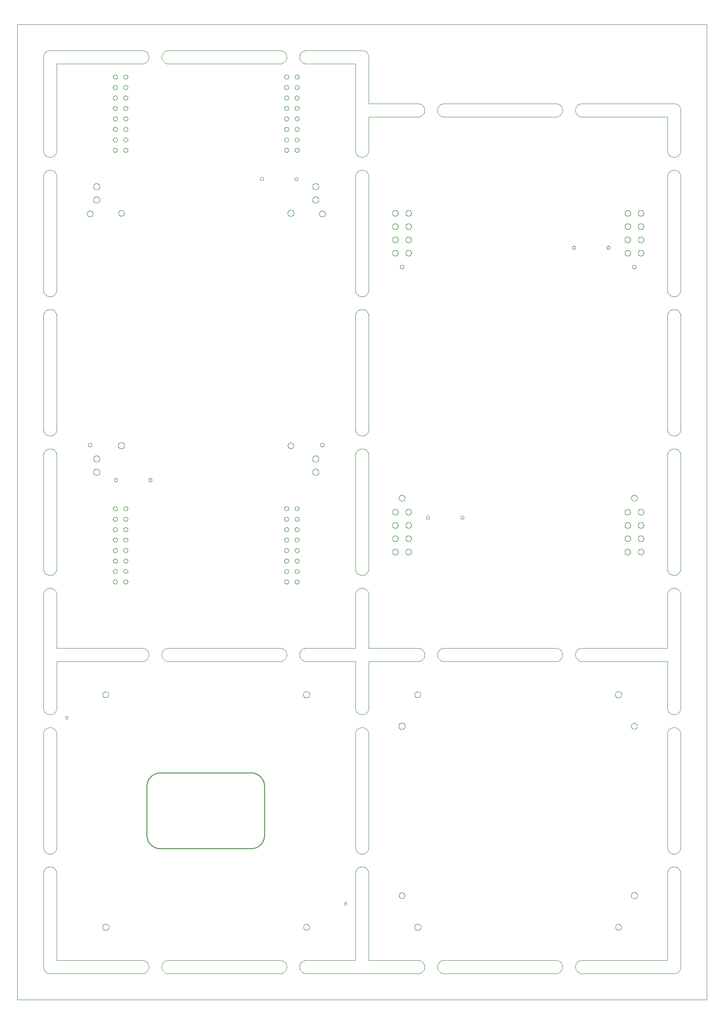
<source format=gko>
%MOMM*%
%FSLAX33Y33*%
%IPPOS*%
%AMOC8*
5,1,8,0,0,((1.08239)X($1))X(25.4),22.5*%
%AMOC8_1*
5,1,8,0,0,((1.08239)X($1))X(25.4),22.5*%
%ADD10C,0*%
%ADD11C,0*%
%ADD12C,0*%
%ADD13C,0*%
%ADD14C,0*%
%ADD15C,0*%
%ADD16C,0*%
%ADD17C,0.127*%
%ADD18C,0*%
%ADD19C,0*%
G75*
%LPD*%
D11*
X75992Y13890D02*
X75993Y13915D01*
X75995Y13940D01*
X75997Y13964D01*
X76001Y13989D01*
X76005Y14013D01*
X76011Y14038D01*
X76017Y14061D01*
X76024Y14085D01*
X76033Y14108D01*
X76042Y14132D01*
X76052Y14154D01*
X76064Y14176D01*
X76076Y14198D01*
X76089Y14219D01*
X76102Y14240D01*
X76117Y14260D01*
X76132Y14279D01*
X76148Y14298D01*
X76165Y14316D01*
X76183Y14334D01*
X76201Y14351D01*
X76220Y14367D01*
X76240Y14382D01*
X76260Y14396D01*
X76281Y14410D01*
X76302Y14422D01*
X76324Y14434D01*
X76346Y14445D01*
X76369Y14455D01*
X76392Y14464D01*
X76416Y14472D01*
X76439Y14480D01*
X76463Y14486D01*
X76488Y14491D01*
X76512Y14495D01*
X76537Y14499D01*
X76561Y14501D01*
X76586Y14502D01*
X76611Y14502D01*
X76636Y14502D01*
X76661Y14500D01*
X76685Y14497D01*
X76710Y14493D01*
X76734Y14489D01*
X76758Y14483D01*
X76782Y14476D01*
X76806Y14468D01*
X76829Y14460D01*
X76852Y14450D01*
X76875Y14440D01*
X76897Y14428D01*
X76918Y14416D01*
X76939Y14403D01*
X76960Y14389D01*
X76980Y14374D01*
X76999Y14359D01*
X77018Y14342D01*
X77036Y14325D01*
X77053Y14307D01*
X77069Y14289D01*
X77085Y14270D01*
X77100Y14250D01*
X77114Y14230D01*
X77128Y14209D01*
X77140Y14187D01*
X77152Y14165D01*
X77163Y14143D01*
X77172Y14120D01*
X77181Y14097D01*
X77189Y14073D01*
X77196Y14050D01*
X77202Y14025D01*
X77207Y14001D01*
X77211Y13977D01*
X77214Y13952D01*
X77216Y13927D01*
X77217Y13902D01*
X77217Y13878D01*
X77216Y13853D01*
X77214Y13828D01*
X77211Y13803D01*
X77207Y13779D01*
X77202Y13755D01*
X77196Y13730D01*
X77189Y13707D01*
X77181Y13683D01*
X77172Y13660D01*
X77163Y13637D01*
X77152Y13615D01*
X77140Y13593D01*
X77128Y13571D01*
X77114Y13550D01*
X77100Y13530D01*
X77085Y13510D01*
X77069Y13491D01*
X77053Y13473D01*
X77036Y13455D01*
X77018Y13438D01*
X76999Y13421D01*
X76980Y13406D01*
X76960Y13391D01*
X76939Y13377D01*
X76918Y13364D01*
X76897Y13352D01*
X76875Y13340D01*
X76852Y13330D01*
X76829Y13320D01*
X76806Y13312D01*
X76782Y13304D01*
X76758Y13297D01*
X76734Y13291D01*
X76710Y13287D01*
X76685Y13283D01*
X76661Y13280D01*
X76636Y13278D01*
X76611Y13278D01*
X76586Y13278D01*
X76561Y13279D01*
X76537Y13281D01*
X76512Y13285D01*
X76488Y13289D01*
X76463Y13294D01*
X76439Y13300D01*
X76416Y13308D01*
X76392Y13316D01*
X76369Y13325D01*
X76346Y13335D01*
X76324Y13346D01*
X76302Y13358D01*
X76281Y13370D01*
X76260Y13384D01*
X76240Y13398D01*
X76220Y13413D01*
X76201Y13429D01*
X76183Y13446D01*
X76165Y13464D01*
X76148Y13482D01*
X76132Y13501D01*
X76117Y13520D01*
X76102Y13540D01*
X76089Y13561D01*
X76076Y13582D01*
X76064Y13604D01*
X76052Y13626D01*
X76042Y13648D01*
X76033Y13672D01*
X76024Y13695D01*
X76017Y13719D01*
X76011Y13742D01*
X76005Y13767D01*
X76001Y13791D01*
X75997Y13816D01*
X75995Y13840D01*
X75993Y13865D01*
X75992Y13890D01*
X73017Y19915D02*
X73018Y19939D01*
X73019Y19963D01*
X73022Y19986D01*
X73026Y20010D01*
X73030Y20033D01*
X73035Y20057D01*
X73042Y20080D01*
X73050Y20102D01*
X73058Y20125D01*
X73067Y20147D01*
X73078Y20168D01*
X73089Y20189D01*
X73101Y20210D01*
X73114Y20230D01*
X73128Y20249D01*
X73142Y20268D01*
X73158Y20286D01*
X73174Y20304D01*
X73191Y20321D01*
X73208Y20337D01*
X73226Y20353D01*
X73245Y20367D01*
X73265Y20381D01*
X73285Y20394D01*
X73306Y20406D01*
X73327Y20417D01*
X73348Y20427D01*
X73370Y20437D01*
X73393Y20445D01*
X73415Y20453D01*
X73438Y20459D01*
X73461Y20465D01*
X73485Y20469D01*
X73509Y20473D01*
X73532Y20475D01*
X73556Y20477D01*
X73580Y20477D01*
X73604Y20477D01*
X73628Y20475D01*
X73651Y20473D01*
X73675Y20469D01*
X73699Y20465D01*
X73722Y20459D01*
X73745Y20453D01*
X73767Y20445D01*
X73790Y20437D01*
X73812Y20427D01*
X73833Y20417D01*
X73854Y20406D01*
X73875Y20394D01*
X73895Y20381D01*
X73915Y20367D01*
X73934Y20353D01*
X73952Y20337D01*
X73969Y20321D01*
X73986Y20304D01*
X74002Y20286D01*
X74018Y20268D01*
X74032Y20249D01*
X74046Y20230D01*
X74059Y20210D01*
X74071Y20189D01*
X74082Y20168D01*
X74093Y20147D01*
X74102Y20125D01*
X74110Y20102D01*
X74118Y20080D01*
X74125Y20057D01*
X74130Y20033D01*
X74134Y20010D01*
X74138Y19986D01*
X74141Y19963D01*
X74142Y19939D01*
X74143Y19915D01*
X74142Y19891D01*
X74141Y19867D01*
X74138Y19844D01*
X74134Y19820D01*
X74130Y19796D01*
X74125Y19773D01*
X74118Y19750D01*
X74110Y19727D01*
X74102Y19705D01*
X74093Y19683D01*
X74082Y19662D01*
X74071Y19641D01*
X74059Y19620D01*
X74046Y19600D01*
X74032Y19580D01*
X74018Y19561D01*
X74002Y19543D01*
X73986Y19525D01*
X73969Y19509D01*
X73952Y19492D01*
X73934Y19477D01*
X73915Y19463D01*
X73895Y19449D01*
X73875Y19436D01*
X73854Y19424D01*
X73833Y19412D01*
X73812Y19402D01*
X73790Y19393D01*
X73767Y19385D01*
X73745Y19377D01*
X73722Y19370D01*
X73699Y19365D01*
X73675Y19360D01*
X73651Y19357D01*
X73628Y19354D01*
X73604Y19353D01*
X73580Y19352D01*
X73556Y19353D01*
X73532Y19354D01*
X73509Y19357D01*
X73485Y19360D01*
X73461Y19365D01*
X73438Y19370D01*
X73415Y19377D01*
X73393Y19385D01*
X73370Y19393D01*
X73348Y19402D01*
X73327Y19412D01*
X73306Y19424D01*
X73285Y19436D01*
X73265Y19449D01*
X73245Y19463D01*
X73226Y19477D01*
X73208Y19492D01*
X73191Y19509D01*
X73174Y19525D01*
X73158Y19543D01*
X73142Y19561D01*
X73128Y19580D01*
X73114Y19600D01*
X73101Y19620D01*
X73089Y19641D01*
X73078Y19662D01*
X73067Y19683D01*
X73058Y19705D01*
X73050Y19727D01*
X73042Y19750D01*
X73035Y19773D01*
X73030Y19796D01*
X73026Y19820D01*
X73022Y19844D01*
X73019Y19867D01*
X73018Y19891D01*
X73017Y19915D01*
X72968Y52315D02*
X72968Y52340D01*
X72970Y52365D01*
X72972Y52389D01*
X72976Y52414D01*
X72980Y52438D01*
X72986Y52463D01*
X72992Y52487D01*
X73000Y52510D01*
X73008Y52534D01*
X73017Y52557D01*
X73028Y52579D01*
X73039Y52601D01*
X73051Y52623D01*
X73064Y52644D01*
X73077Y52665D01*
X73092Y52685D01*
X73107Y52705D01*
X73124Y52723D01*
X73140Y52742D01*
X73158Y52759D01*
X73176Y52776D01*
X73195Y52792D01*
X73215Y52807D01*
X73235Y52821D01*
X73256Y52835D01*
X73277Y52848D01*
X73299Y52859D01*
X73321Y52870D01*
X73344Y52880D01*
X73367Y52889D01*
X73391Y52898D01*
X73414Y52905D01*
X73439Y52911D01*
X73463Y52916D01*
X73487Y52920D01*
X73512Y52924D01*
X73537Y52926D01*
X73561Y52927D01*
X73586Y52928D01*
X73611Y52927D01*
X73636Y52925D01*
X73661Y52922D01*
X73685Y52918D01*
X73709Y52914D01*
X73733Y52908D01*
X73757Y52901D01*
X73781Y52893D01*
X73804Y52885D01*
X73827Y52875D01*
X73850Y52865D01*
X73872Y52854D01*
X73893Y52841D01*
X73915Y52828D01*
X73935Y52814D01*
X73955Y52799D01*
X73974Y52784D01*
X73993Y52767D01*
X74011Y52750D01*
X74028Y52732D01*
X74045Y52714D01*
X74061Y52695D01*
X74076Y52675D01*
X74090Y52655D01*
X74103Y52634D01*
X74115Y52612D01*
X74127Y52590D01*
X74138Y52568D01*
X74147Y52545D01*
X74156Y52522D01*
X74164Y52499D01*
X74171Y52475D01*
X74177Y52451D01*
X74182Y52426D01*
X74186Y52402D01*
X74189Y52377D01*
X74191Y52352D01*
X74192Y52328D01*
X74192Y52303D01*
X74191Y52278D01*
X74189Y52253D01*
X74186Y52229D01*
X74182Y52204D01*
X74177Y52180D01*
X74171Y52156D01*
X74164Y52132D01*
X74156Y52108D01*
X74147Y52085D01*
X74138Y52062D01*
X74127Y52040D01*
X74115Y52018D01*
X74103Y51996D01*
X74090Y51976D01*
X74076Y51955D01*
X74061Y51935D01*
X74045Y51916D01*
X74028Y51898D01*
X74011Y51880D01*
X73993Y51863D01*
X73974Y51846D01*
X73955Y51831D01*
X73935Y51816D01*
X73915Y51802D01*
X73893Y51789D01*
X73872Y51777D01*
X73850Y51765D01*
X73827Y51755D01*
X73804Y51745D01*
X73781Y51737D01*
X73757Y51729D01*
X73733Y51722D01*
X73709Y51716D01*
X73685Y51712D01*
X73661Y51708D01*
X73636Y51705D01*
X73611Y51703D01*
X73586Y51703D01*
X73561Y51703D01*
X73537Y51704D01*
X73512Y51707D01*
X73487Y51710D01*
X73463Y51714D01*
X73439Y51719D01*
X73414Y51726D01*
X73391Y51733D01*
X73367Y51741D01*
X73344Y51750D01*
X73321Y51760D01*
X73299Y51771D01*
X73277Y51783D01*
X73256Y51795D01*
X73235Y51809D01*
X73215Y51823D01*
X73195Y51839D01*
X73176Y51855D01*
X73158Y51871D01*
X73140Y51889D01*
X73124Y51907D01*
X73107Y51926D01*
X73092Y51945D01*
X73077Y51965D01*
X73064Y51986D01*
X73051Y52007D01*
X73039Y52029D01*
X73028Y52051D01*
X73017Y52074D01*
X73008Y52097D01*
X73000Y52120D01*
X72992Y52144D01*
X72986Y52168D01*
X72980Y52192D01*
X72976Y52216D01*
X72972Y52241D01*
X72970Y52266D01*
X72968Y52290D01*
X72968Y52315D01*
X76042Y58340D02*
X76043Y58364D01*
X76044Y58388D01*
X76047Y58411D01*
X76050Y58435D01*
X76055Y58459D01*
X76060Y58482D01*
X76067Y58505D01*
X76075Y58527D01*
X76083Y58550D01*
X76092Y58572D01*
X76102Y58593D01*
X76114Y58614D01*
X76126Y58635D01*
X76139Y58655D01*
X76153Y58675D01*
X76167Y58694D01*
X76182Y58712D01*
X76199Y58729D01*
X76216Y58746D01*
X76233Y58762D01*
X76251Y58778D01*
X76270Y58792D01*
X76290Y58806D01*
X76310Y58819D01*
X76331Y58831D01*
X76352Y58842D01*
X76373Y58853D01*
X76395Y58862D01*
X76417Y58870D01*
X76440Y58878D01*
X76463Y58885D01*
X76486Y58890D01*
X76510Y58894D01*
X76534Y58898D01*
X76557Y58901D01*
X76581Y58902D01*
X76605Y58903D01*
X76629Y58902D01*
X76653Y58901D01*
X76676Y58898D01*
X76700Y58894D01*
X76724Y58890D01*
X76747Y58885D01*
X76770Y58878D01*
X76792Y58870D01*
X76815Y58862D01*
X76837Y58853D01*
X76858Y58842D01*
X76879Y58831D01*
X76900Y58819D01*
X76920Y58806D01*
X76939Y58792D01*
X76958Y58778D01*
X76976Y58762D01*
X76994Y58746D01*
X77011Y58729D01*
X77027Y58712D01*
X77043Y58694D01*
X77057Y58675D01*
X77071Y58655D01*
X77084Y58635D01*
X77096Y58614D01*
X77107Y58593D01*
X77117Y58572D01*
X77127Y58550D01*
X77135Y58527D01*
X77143Y58505D01*
X77149Y58482D01*
X77155Y58459D01*
X77159Y58435D01*
X77163Y58411D01*
X77165Y58388D01*
X77167Y58364D01*
X77167Y58340D01*
X77167Y58316D01*
X77165Y58292D01*
X77163Y58269D01*
X77159Y58245D01*
X77155Y58221D01*
X77149Y58198D01*
X77143Y58175D01*
X77135Y58153D01*
X77127Y58130D01*
X77117Y58108D01*
X77107Y58087D01*
X77096Y58066D01*
X77084Y58045D01*
X77071Y58025D01*
X77057Y58005D01*
X77043Y57986D01*
X77027Y57968D01*
X77011Y57951D01*
X76994Y57934D01*
X76976Y57918D01*
X76958Y57902D01*
X76939Y57888D01*
X76920Y57874D01*
X76900Y57861D01*
X76879Y57849D01*
X76858Y57838D01*
X76837Y57827D01*
X76815Y57818D01*
X76792Y57810D01*
X76770Y57802D01*
X76747Y57795D01*
X76724Y57790D01*
X76700Y57786D01*
X76676Y57782D01*
X76653Y57779D01*
X76629Y57778D01*
X76605Y57777D01*
X76581Y57778D01*
X76557Y57779D01*
X76534Y57782D01*
X76510Y57786D01*
X76486Y57790D01*
X76463Y57795D01*
X76440Y57802D01*
X76417Y57810D01*
X76395Y57818D01*
X76373Y57827D01*
X76352Y57838D01*
X76331Y57849D01*
X76310Y57861D01*
X76290Y57874D01*
X76270Y57888D01*
X76251Y57902D01*
X76233Y57918D01*
X76216Y57934D01*
X76199Y57951D01*
X76182Y57968D01*
X76167Y57986D01*
X76153Y58005D01*
X76139Y58025D01*
X76126Y58045D01*
X76114Y58066D01*
X76102Y58087D01*
X76092Y58108D01*
X76083Y58130D01*
X76075Y58153D01*
X76067Y58175D01*
X76060Y58198D01*
X76055Y58221D01*
X76050Y58245D01*
X76047Y58269D01*
X76044Y58292D01*
X76043Y58316D01*
X76042Y58340D01*
X114393Y58340D02*
X114393Y58365D01*
X114395Y58390D01*
X114397Y58414D01*
X114401Y58439D01*
X114405Y58463D01*
X114411Y58488D01*
X114417Y58511D01*
X114425Y58535D01*
X114433Y58558D01*
X114442Y58582D01*
X114453Y58604D01*
X114464Y58626D01*
X114476Y58648D01*
X114489Y58669D01*
X114502Y58690D01*
X114517Y58710D01*
X114532Y58729D01*
X114549Y58748D01*
X114565Y58766D01*
X114583Y58784D01*
X114602Y58801D01*
X114621Y58817D01*
X114640Y58832D01*
X114660Y58846D01*
X114681Y58860D01*
X114703Y58872D01*
X114724Y58884D01*
X114747Y58895D01*
X114769Y58905D01*
X114793Y58914D01*
X114816Y58922D01*
X114840Y58930D01*
X114864Y58936D01*
X114888Y58941D01*
X114912Y58945D01*
X114937Y58949D01*
X114962Y58951D01*
X114987Y58952D01*
X115011Y58952D01*
X115036Y58952D01*
X115061Y58950D01*
X115086Y58947D01*
X115110Y58943D01*
X115134Y58939D01*
X115159Y58933D01*
X115182Y58926D01*
X115206Y58918D01*
X115229Y58910D01*
X115252Y58900D01*
X115275Y58890D01*
X115297Y58878D01*
X115319Y58866D01*
X115340Y58853D01*
X115360Y58839D01*
X115380Y58824D01*
X115399Y58809D01*
X115418Y58792D01*
X115436Y58775D01*
X115453Y58757D01*
X115470Y58739D01*
X115486Y58720D01*
X115501Y58700D01*
X115515Y58680D01*
X115528Y58659D01*
X115541Y58637D01*
X115552Y58615D01*
X115563Y58593D01*
X115573Y58570D01*
X115581Y58547D01*
X115589Y58523D01*
X115596Y58500D01*
X115602Y58475D01*
X115607Y58451D01*
X115611Y58427D01*
X115614Y58402D01*
X115616Y58377D01*
X115618Y58352D01*
X115618Y58328D01*
X115616Y58303D01*
X115614Y58278D01*
X115611Y58253D01*
X115607Y58229D01*
X115602Y58205D01*
X115596Y58180D01*
X115589Y58157D01*
X115581Y58133D01*
X115573Y58110D01*
X115563Y58087D01*
X115552Y58065D01*
X115541Y58043D01*
X115528Y58021D01*
X115515Y58000D01*
X115501Y57980D01*
X115486Y57960D01*
X115470Y57941D01*
X115453Y57923D01*
X115436Y57905D01*
X115418Y57888D01*
X115399Y57871D01*
X115380Y57856D01*
X115360Y57841D01*
X115340Y57827D01*
X115319Y57814D01*
X115297Y57802D01*
X115275Y57790D01*
X115252Y57780D01*
X115229Y57770D01*
X115206Y57762D01*
X115182Y57754D01*
X115159Y57747D01*
X115134Y57741D01*
X115110Y57737D01*
X115086Y57733D01*
X115061Y57730D01*
X115036Y57728D01*
X115011Y57728D01*
X114987Y57728D01*
X114962Y57729D01*
X114937Y57731D01*
X114912Y57735D01*
X114888Y57739D01*
X114864Y57744D01*
X114840Y57750D01*
X114816Y57758D01*
X114793Y57766D01*
X114769Y57775D01*
X114747Y57785D01*
X114724Y57796D01*
X114703Y57808D01*
X114681Y57820D01*
X114660Y57834D01*
X114640Y57848D01*
X114621Y57863D01*
X114602Y57879D01*
X114583Y57896D01*
X114565Y57914D01*
X114549Y57932D01*
X114532Y57951D01*
X114517Y57970D01*
X114502Y57990D01*
X114489Y58011D01*
X114476Y58032D01*
X114464Y58054D01*
X114453Y58076D01*
X114442Y58098D01*
X114433Y58122D01*
X114425Y58145D01*
X114417Y58169D01*
X114411Y58192D01*
X114405Y58217D01*
X114401Y58241D01*
X114397Y58266D01*
X114395Y58290D01*
X114393Y58315D01*
X114393Y58340D01*
X117467Y52315D02*
X117468Y52339D01*
X117469Y52363D01*
X117472Y52386D01*
X117476Y52410D01*
X117480Y52434D01*
X117485Y52457D01*
X117492Y52480D01*
X117500Y52503D01*
X117508Y52525D01*
X117517Y52547D01*
X117528Y52568D01*
X117539Y52589D01*
X117551Y52610D01*
X117564Y52630D01*
X117578Y52650D01*
X117592Y52669D01*
X117608Y52687D01*
X117624Y52705D01*
X117641Y52721D01*
X117658Y52738D01*
X117676Y52753D01*
X117695Y52767D01*
X117715Y52781D01*
X117735Y52794D01*
X117756Y52806D01*
X117777Y52818D01*
X117798Y52828D01*
X117820Y52837D01*
X117843Y52845D01*
X117865Y52853D01*
X117888Y52860D01*
X117911Y52865D01*
X117935Y52870D01*
X117959Y52873D01*
X117982Y52876D01*
X118006Y52877D01*
X118030Y52878D01*
X118054Y52877D01*
X118078Y52876D01*
X118101Y52873D01*
X118125Y52870D01*
X118149Y52865D01*
X118172Y52860D01*
X118195Y52853D01*
X118217Y52845D01*
X118240Y52837D01*
X118262Y52828D01*
X118283Y52818D01*
X118304Y52806D01*
X118325Y52794D01*
X118345Y52781D01*
X118365Y52767D01*
X118384Y52753D01*
X118402Y52738D01*
X118419Y52721D01*
X118436Y52705D01*
X118452Y52687D01*
X118468Y52669D01*
X118482Y52650D01*
X118496Y52630D01*
X118509Y52610D01*
X118521Y52589D01*
X118532Y52568D01*
X118543Y52547D01*
X118552Y52525D01*
X118560Y52503D01*
X118568Y52480D01*
X118575Y52457D01*
X118580Y52434D01*
X118584Y52410D01*
X118588Y52386D01*
X118591Y52363D01*
X118592Y52339D01*
X118593Y52315D01*
X118592Y52291D01*
X118591Y52267D01*
X118588Y52244D01*
X118584Y52220D01*
X118580Y52197D01*
X118575Y52173D01*
X118568Y52150D01*
X118560Y52128D01*
X118552Y52105D01*
X118543Y52083D01*
X118532Y52062D01*
X118521Y52041D01*
X118509Y52020D01*
X118496Y52000D01*
X118482Y51981D01*
X118468Y51962D01*
X118452Y51944D01*
X118436Y51926D01*
X118419Y51909D01*
X118402Y51893D01*
X118384Y51877D01*
X118365Y51863D01*
X118345Y51849D01*
X118325Y51836D01*
X118304Y51824D01*
X118283Y51813D01*
X118262Y51803D01*
X118240Y51793D01*
X118217Y51785D01*
X118195Y51777D01*
X118172Y51771D01*
X118149Y51765D01*
X118125Y51761D01*
X118101Y51757D01*
X118078Y51755D01*
X118054Y51753D01*
X118030Y51753D01*
X118006Y51753D01*
X117982Y51755D01*
X117959Y51757D01*
X117935Y51761D01*
X117911Y51765D01*
X117888Y51771D01*
X117865Y51777D01*
X117843Y51785D01*
X117820Y51793D01*
X117798Y51803D01*
X117777Y51813D01*
X117756Y51824D01*
X117735Y51836D01*
X117715Y51849D01*
X117695Y51863D01*
X117676Y51877D01*
X117658Y51893D01*
X117641Y51909D01*
X117624Y51926D01*
X117608Y51944D01*
X117592Y51962D01*
X117578Y51981D01*
X117564Y52000D01*
X117551Y52020D01*
X117539Y52041D01*
X117528Y52062D01*
X117517Y52083D01*
X117508Y52105D01*
X117500Y52128D01*
X117492Y52150D01*
X117485Y52173D01*
X117480Y52197D01*
X117476Y52220D01*
X117472Y52244D01*
X117469Y52267D01*
X117468Y52291D01*
X117467Y52315D01*
X117418Y19915D02*
X117418Y19940D01*
X117420Y19964D01*
X117422Y19989D01*
X117426Y20014D01*
X117430Y20038D01*
X117436Y20062D01*
X117442Y20086D01*
X117450Y20110D01*
X117458Y20133D01*
X117467Y20156D01*
X117478Y20179D01*
X117489Y20201D01*
X117501Y20223D01*
X117514Y20244D01*
X117527Y20265D01*
X117542Y20285D01*
X117557Y20304D01*
X117574Y20323D01*
X117590Y20341D01*
X117608Y20359D01*
X117626Y20375D01*
X117645Y20391D01*
X117665Y20407D01*
X117685Y20421D01*
X117706Y20435D01*
X117727Y20447D01*
X117749Y20459D01*
X117771Y20470D01*
X117794Y20480D01*
X117817Y20489D01*
X117841Y20497D01*
X117864Y20504D01*
X117889Y20511D01*
X117913Y20516D01*
X117937Y20520D01*
X117962Y20523D01*
X117987Y20526D01*
X118011Y20527D01*
X118036Y20527D01*
X118061Y20527D01*
X118086Y20525D01*
X118111Y20522D01*
X118135Y20518D01*
X118159Y20514D01*
X118183Y20508D01*
X118207Y20501D01*
X118231Y20493D01*
X118254Y20485D01*
X118277Y20475D01*
X118300Y20465D01*
X118322Y20453D01*
X118343Y20441D01*
X118365Y20428D01*
X118385Y20414D01*
X118405Y20399D01*
X118424Y20384D01*
X118443Y20367D01*
X118461Y20350D01*
X118478Y20332D01*
X118495Y20314D01*
X118511Y20295D01*
X118526Y20275D01*
X118540Y20254D01*
X118553Y20234D01*
X118565Y20212D01*
X118577Y20190D01*
X118588Y20168D01*
X118597Y20145D01*
X118606Y20122D01*
X118614Y20098D01*
X118621Y20074D01*
X118627Y20050D01*
X118632Y20026D01*
X118636Y20001D01*
X118639Y19977D01*
X118641Y19952D01*
X118642Y19927D01*
X118642Y19902D01*
X118641Y19878D01*
X118639Y19853D01*
X118636Y19828D01*
X118632Y19804D01*
X118627Y19779D01*
X118621Y19755D01*
X118614Y19731D01*
X118606Y19708D01*
X118597Y19685D01*
X118588Y19662D01*
X118577Y19640D01*
X118565Y19618D01*
X118553Y19596D01*
X118540Y19575D01*
X118526Y19555D01*
X118511Y19535D01*
X118495Y19516D01*
X118478Y19498D01*
X118461Y19480D01*
X118443Y19463D01*
X118424Y19446D01*
X118405Y19431D01*
X118385Y19416D01*
X118365Y19402D01*
X118343Y19389D01*
X118322Y19376D01*
X118300Y19365D01*
X118277Y19355D01*
X118254Y19345D01*
X118231Y19337D01*
X118207Y19329D01*
X118183Y19322D01*
X118159Y19316D01*
X118135Y19312D01*
X118111Y19308D01*
X118086Y19305D01*
X118061Y19303D01*
X118036Y19302D01*
X118011Y19303D01*
X117987Y19304D01*
X117962Y19306D01*
X117937Y19310D01*
X117913Y19314D01*
X117889Y19319D01*
X117864Y19325D01*
X117841Y19332D01*
X117817Y19341D01*
X117794Y19350D01*
X117771Y19360D01*
X117749Y19371D01*
X117727Y19382D01*
X117706Y19395D01*
X117685Y19409D01*
X117665Y19423D01*
X117645Y19438D01*
X117626Y19454D01*
X117608Y19471D01*
X117590Y19488D01*
X117574Y19507D01*
X117557Y19525D01*
X117542Y19545D01*
X117527Y19565D01*
X117514Y19586D01*
X117501Y19607D01*
X117489Y19629D01*
X117478Y19651D01*
X117467Y19673D01*
X117458Y19696D01*
X117450Y19720D01*
X117442Y19743D01*
X117436Y19767D01*
X117430Y19792D01*
X117426Y19816D01*
X117422Y19841D01*
X117420Y19865D01*
X117418Y19890D01*
X117418Y19915D01*
X114443Y13890D02*
X114443Y13914D01*
X114445Y13938D01*
X114447Y13961D01*
X114451Y13985D01*
X114455Y14009D01*
X114461Y14032D01*
X114467Y14055D01*
X114475Y14077D01*
X114483Y14100D01*
X114493Y14122D01*
X114503Y14143D01*
X114514Y14164D01*
X114526Y14185D01*
X114539Y14205D01*
X114553Y14225D01*
X114567Y14244D01*
X114583Y14262D01*
X114599Y14279D01*
X114616Y14296D01*
X114634Y14312D01*
X114652Y14328D01*
X114671Y14342D01*
X114690Y14356D01*
X114710Y14369D01*
X114731Y14381D01*
X114752Y14392D01*
X114773Y14403D01*
X114795Y14412D01*
X114818Y14420D01*
X114840Y14428D01*
X114863Y14435D01*
X114886Y14440D01*
X114910Y14444D01*
X114934Y14448D01*
X114957Y14451D01*
X114981Y14452D01*
X115005Y14453D01*
X115029Y14452D01*
X115053Y14451D01*
X115076Y14448D01*
X115100Y14444D01*
X115124Y14440D01*
X115147Y14435D01*
X115170Y14428D01*
X115193Y14420D01*
X115215Y14412D01*
X115237Y14403D01*
X115258Y14392D01*
X115279Y14381D01*
X115300Y14369D01*
X115320Y14356D01*
X115340Y14342D01*
X115359Y14328D01*
X115377Y14312D01*
X115394Y14296D01*
X115411Y14279D01*
X115428Y14262D01*
X115443Y14244D01*
X115457Y14225D01*
X115471Y14205D01*
X115484Y14185D01*
X115496Y14164D01*
X115508Y14143D01*
X115518Y14122D01*
X115527Y14100D01*
X115535Y14077D01*
X115543Y14055D01*
X115550Y14032D01*
X115555Y14009D01*
X115560Y13985D01*
X115563Y13961D01*
X115566Y13938D01*
X115567Y13914D01*
X115568Y13890D01*
X115567Y13866D01*
X115566Y13842D01*
X115563Y13819D01*
X115560Y13795D01*
X115555Y13771D01*
X115550Y13748D01*
X115543Y13725D01*
X115535Y13703D01*
X115527Y13680D01*
X115518Y13658D01*
X115508Y13637D01*
X115496Y13616D01*
X115484Y13595D01*
X115471Y13575D01*
X115457Y13555D01*
X115443Y13536D01*
X115428Y13518D01*
X115411Y13501D01*
X115394Y13484D01*
X115377Y13468D01*
X115359Y13452D01*
X115340Y13438D01*
X115320Y13424D01*
X115300Y13411D01*
X115279Y13399D01*
X115258Y13388D01*
X115237Y13377D01*
X115215Y13368D01*
X115193Y13360D01*
X115170Y13352D01*
X115147Y13345D01*
X115124Y13340D01*
X115100Y13336D01*
X115076Y13332D01*
X115053Y13329D01*
X115029Y13328D01*
X115005Y13327D01*
X114981Y13328D01*
X114957Y13329D01*
X114934Y13332D01*
X114910Y13336D01*
X114886Y13340D01*
X114863Y13345D01*
X114840Y13352D01*
X114818Y13360D01*
X114795Y13368D01*
X114773Y13377D01*
X114752Y13388D01*
X114731Y13399D01*
X114710Y13411D01*
X114690Y13424D01*
X114671Y13438D01*
X114652Y13452D01*
X114634Y13468D01*
X114616Y13484D01*
X114599Y13501D01*
X114583Y13518D01*
X114567Y13536D01*
X114553Y13555D01*
X114539Y13575D01*
X114526Y13595D01*
X114514Y13616D01*
X114503Y13637D01*
X114493Y13658D01*
X114483Y13680D01*
X114475Y13703D01*
X114467Y13725D01*
X114461Y13748D01*
X114455Y13771D01*
X114451Y13795D01*
X114447Y13819D01*
X114445Y13842D01*
X114443Y13866D01*
X114443Y13890D01*
G54D13*
G01X53498Y79515D02*
G01X53478Y79515D01*
G01X53478Y79515D02*
G01X53458Y79517D01*
G01X53458Y79517D02*
G01X53438Y79520D01*
G01X53438Y79520D02*
G01X53418Y79523D01*
G01X53418Y79523D02*
G01X53398Y79527D01*
G01X53398Y79527D02*
G01X53379Y79533D01*
G01X53379Y79533D02*
G01X53360Y79539D01*
G01X53360Y79539D02*
G01X53342Y79547D01*
G01X53342Y79547D02*
G01X53323Y79555D01*
G01X53323Y79555D02*
G01X53305Y79564D01*
G01X53305Y79564D02*
G01X53288Y79575D01*
G01X53288Y79575D02*
G01X53271Y79586D01*
G01X53271Y79586D02*
G01X53255Y79597D01*
G01X53255Y79597D02*
G01X53239Y79610D01*
G01X53239Y79610D02*
G01X53224Y79623D01*
G01X53224Y79623D02*
G01X53210Y79637D01*
G01X53210Y79637D02*
G01X53196Y79652D01*
G01X53196Y79652D02*
G01X53184Y79668D01*
G01X53184Y79668D02*
G01X53171Y79684D01*
G01X53171Y79684D02*
G01X53160Y79701D01*
G01X53160Y79701D02*
G01X53150Y79718D01*
G01X53150Y79718D02*
G01X53140Y79736D01*
G01X53140Y79736D02*
G01X53132Y79754D01*
G01X53132Y79754D02*
G01X53124Y79773D01*
G01X53124Y79773D02*
G01X53118Y79791D01*
G01X53118Y79791D02*
G01X53112Y79811D01*
G01X53112Y79811D02*
G01X53107Y79830D01*
G01X53107Y79830D02*
G01X53103Y79850D01*
G01X53103Y79850D02*
G01X53100Y79870D01*
G01X53100Y79870D02*
G01X53099Y79890D01*
G01X53099Y79890D02*
G01X53098Y79910D01*
G01X53098Y79910D02*
G01X53098Y79930D01*
G01X53098Y79930D02*
G01X53099Y79950D01*
G01X53099Y79950D02*
G01X53102Y79970D01*
G01X53102Y79970D02*
G01X53105Y79990D01*
G01X53105Y79990D02*
G01X53109Y80010D01*
G01X53109Y80010D02*
G01X53114Y80029D01*
G01X53114Y80029D02*
G01X53121Y80048D01*
G01X53121Y80048D02*
G01X53128Y80067D01*
G01X53128Y80067D02*
G01X53136Y80085D01*
G01X53136Y80085D02*
G01X53145Y80103D01*
G01X53145Y80103D02*
G01X53155Y80121D01*
G01X53155Y80121D02*
G01X53166Y80138D01*
G01X53166Y80138D02*
G01X53177Y80154D01*
G01X53177Y80154D02*
G01X53190Y80170D01*
G01X53190Y80170D02*
G01X53203Y80185D01*
G01X53203Y80185D02*
G01X53217Y80200D01*
G01X53217Y80200D02*
G01X53232Y80213D01*
G01X53232Y80213D02*
G01X53247Y80226D01*
G01X53247Y80226D02*
G01X53263Y80239D01*
G01X53263Y80239D02*
G01X53279Y80250D01*
G01X53279Y80250D02*
G01X53297Y80261D01*
G01X53297Y80261D02*
G01X53314Y80270D01*
G01X53314Y80270D02*
G01X53332Y80279D01*
G01X53332Y80279D02*
G01X53351Y80287D01*
G01X53351Y80287D02*
G01X53370Y80294D01*
G01X53370Y80294D02*
G01X53389Y80300D01*
G01X53389Y80300D02*
G01X53408Y80305D01*
G01X53408Y80305D02*
G01X53428Y80309D01*
G01X53428Y80309D02*
G01X53448Y80312D01*
G01X53448Y80312D02*
G01X53468Y80314D01*
G01X53468Y80314D02*
G01X53488Y80315D01*
G01X53488Y80315D02*
G01X53508Y80315D01*
G01X53508Y80315D02*
G01X53528Y80314D01*
G01X53528Y80314D02*
G01X53548Y80312D01*
G01X53548Y80312D02*
G01X53568Y80309D01*
G01X53568Y80309D02*
G01X53588Y80305D01*
G01X53588Y80305D02*
G01X53607Y80300D01*
G01X53607Y80300D02*
G01X53626Y80294D01*
G01X53626Y80294D02*
G01X53645Y80287D01*
G01X53645Y80287D02*
G01X53664Y80279D01*
G01X53664Y80279D02*
G01X53682Y80270D01*
G01X53682Y80270D02*
G01X53699Y80261D01*
G01X53699Y80261D02*
G01X53717Y80250D01*
G01X53717Y80250D02*
G01X53733Y80239D01*
G01X53733Y80239D02*
G01X53749Y80226D01*
G01X53749Y80226D02*
G01X53764Y80213D01*
G01X53764Y80213D02*
G01X53779Y80200D01*
G01X53779Y80200D02*
G01X53793Y80185D01*
G01X53793Y80185D02*
G01X53806Y80170D01*
G01X53806Y80170D02*
G01X53819Y80154D01*
G01X53819Y80154D02*
G01X53830Y80138D01*
G01X53830Y80138D02*
G01X53841Y80121D01*
G01X53841Y80121D02*
G01X53851Y80103D01*
G01X53851Y80103D02*
G01X53860Y80085D01*
G01X53860Y80085D02*
G01X53868Y80067D01*
G01X53868Y80067D02*
G01X53875Y80048D01*
G01X53875Y80048D02*
G01X53882Y80029D01*
G01X53882Y80029D02*
G01X53887Y80010D01*
G01X53887Y80010D02*
G01X53891Y79990D01*
G01X53891Y79990D02*
G01X53894Y79970D01*
G01X53894Y79970D02*
G01X53897Y79950D01*
G01X53897Y79950D02*
G01X53898Y79930D01*
G01X53898Y79930D02*
G01X53898Y79910D01*
G01X53898Y79910D02*
G01X53897Y79890D01*
G01X53897Y79890D02*
G01X53896Y79870D01*
G01X53896Y79870D02*
G01X53893Y79850D01*
G01X53893Y79850D02*
G01X53889Y79830D01*
G01X53889Y79830D02*
G01X53884Y79811D01*
G01X53884Y79811D02*
G01X53878Y79791D01*
G01X53878Y79791D02*
G01X53872Y79773D01*
G01X53872Y79773D02*
G01X53864Y79754D01*
G01X53864Y79754D02*
G01X53856Y79736D01*
G01X53856Y79736D02*
G01X53846Y79718D01*
G01X53846Y79718D02*
G01X53836Y79701D01*
G01X53836Y79701D02*
G01X53825Y79684D01*
G01X53825Y79684D02*
G01X53812Y79668D01*
G01X53812Y79668D02*
G01X53800Y79652D01*
G01X53800Y79652D02*
G01X53786Y79637D01*
G01X53786Y79637D02*
G01X53772Y79623D01*
G01X53772Y79623D02*
G01X53757Y79610D01*
G01X53757Y79610D02*
G01X53741Y79597D01*
G01X53741Y79597D02*
G01X53725Y79586D01*
G01X53725Y79586D02*
G01X53708Y79575D01*
G01X53708Y79575D02*
G01X53691Y79564D01*
G01X53691Y79564D02*
G01X53673Y79555D01*
G01X53673Y79555D02*
G01X53654Y79547D01*
G01X53654Y79547D02*
G01X53636Y79539D01*
G01X53636Y79539D02*
G01X53617Y79533D01*
G01X53617Y79533D02*
G01X53598Y79527D01*
G01X53598Y79527D02*
G01X53578Y79523D01*
G01X53578Y79523D02*
G01X53558Y79520D01*
G01X53558Y79520D02*
G01X53538Y79517D01*
G01X53538Y79517D02*
G01X53518Y79515D01*
G01X53518Y79515D02*
G01X53498Y79515D01*
G01X51498Y79515D02*
G01X51478Y79515D01*
G01X51478Y79515D02*
G01X51458Y79517D01*
G01X51458Y79517D02*
G01X51438Y79520D01*
G01X51438Y79520D02*
G01X51418Y79523D01*
G01X51418Y79523D02*
G01X51398Y79527D01*
G01X51398Y79527D02*
G01X51379Y79533D01*
G01X51379Y79533D02*
G01X51360Y79539D01*
G01X51360Y79539D02*
G01X51342Y79547D01*
G01X51342Y79547D02*
G01X51323Y79555D01*
G01X51323Y79555D02*
G01X51305Y79564D01*
G01X51305Y79564D02*
G01X51288Y79575D01*
G01X51288Y79575D02*
G01X51271Y79586D01*
G01X51271Y79586D02*
G01X51255Y79597D01*
G01X51255Y79597D02*
G01X51239Y79610D01*
G01X51239Y79610D02*
G01X51224Y79623D01*
G01X51224Y79623D02*
G01X51210Y79637D01*
G01X51210Y79637D02*
G01X51196Y79652D01*
G01X51196Y79652D02*
G01X51184Y79668D01*
G01X51184Y79668D02*
G01X51171Y79684D01*
G01X51171Y79684D02*
G01X51160Y79701D01*
G01X51160Y79701D02*
G01X51150Y79718D01*
G01X51150Y79718D02*
G01X51140Y79736D01*
G01X51140Y79736D02*
G01X51132Y79754D01*
G01X51132Y79754D02*
G01X51124Y79773D01*
G01X51124Y79773D02*
G01X51118Y79791D01*
G01X51118Y79791D02*
G01X51112Y79811D01*
G01X51112Y79811D02*
G01X51107Y79830D01*
G01X51107Y79830D02*
G01X51103Y79850D01*
G01X51103Y79850D02*
G01X51100Y79870D01*
G01X51100Y79870D02*
G01X51099Y79890D01*
G01X51099Y79890D02*
G01X51098Y79910D01*
G01X51098Y79910D02*
G01X51098Y79930D01*
G01X51098Y79930D02*
G01X51099Y79950D01*
G01X51099Y79950D02*
G01X51102Y79970D01*
G01X51102Y79970D02*
G01X51105Y79990D01*
G01X51105Y79990D02*
G01X51109Y80010D01*
G01X51109Y80010D02*
G01X51114Y80029D01*
G01X51114Y80029D02*
G01X51121Y80048D01*
G01X51121Y80048D02*
G01X51128Y80067D01*
G01X51128Y80067D02*
G01X51136Y80085D01*
G01X51136Y80085D02*
G01X51145Y80103D01*
G01X51145Y80103D02*
G01X51155Y80121D01*
G01X51155Y80121D02*
G01X51166Y80138D01*
G01X51166Y80138D02*
G01X51177Y80154D01*
G01X51177Y80154D02*
G01X51190Y80170D01*
G01X51190Y80170D02*
G01X51203Y80185D01*
G01X51203Y80185D02*
G01X51217Y80200D01*
G01X51217Y80200D02*
G01X51232Y80213D01*
G01X51232Y80213D02*
G01X51247Y80226D01*
G01X51247Y80226D02*
G01X51263Y80239D01*
G01X51263Y80239D02*
G01X51279Y80250D01*
G01X51279Y80250D02*
G01X51297Y80261D01*
G01X51297Y80261D02*
G01X51314Y80270D01*
G01X51314Y80270D02*
G01X51332Y80279D01*
G01X51332Y80279D02*
G01X51351Y80287D01*
G01X51351Y80287D02*
G01X51370Y80294D01*
G01X51370Y80294D02*
G01X51389Y80300D01*
G01X51389Y80300D02*
G01X51408Y80305D01*
G01X51408Y80305D02*
G01X51428Y80309D01*
G01X51428Y80309D02*
G01X51448Y80312D01*
G01X51448Y80312D02*
G01X51468Y80314D01*
G01X51468Y80314D02*
G01X51488Y80315D01*
G01X51488Y80315D02*
G01X51508Y80315D01*
G01X51508Y80315D02*
G01X51528Y80314D01*
G01X51528Y80314D02*
G01X51548Y80312D01*
G01X51548Y80312D02*
G01X51568Y80309D01*
G01X51568Y80309D02*
G01X51588Y80305D01*
G01X51588Y80305D02*
G01X51607Y80300D01*
G01X51607Y80300D02*
G01X51626Y80294D01*
G01X51626Y80294D02*
G01X51645Y80287D01*
G01X51645Y80287D02*
G01X51664Y80279D01*
G01X51664Y80279D02*
G01X51682Y80270D01*
G01X51682Y80270D02*
G01X51699Y80261D01*
G01X51699Y80261D02*
G01X51717Y80250D01*
G01X51717Y80250D02*
G01X51733Y80239D01*
G01X51733Y80239D02*
G01X51749Y80226D01*
G01X51749Y80226D02*
G01X51764Y80213D01*
G01X51764Y80213D02*
G01X51779Y80200D01*
G01X51779Y80200D02*
G01X51793Y80185D01*
G01X51793Y80185D02*
G01X51806Y80170D01*
G01X51806Y80170D02*
G01X51819Y80154D01*
G01X51819Y80154D02*
G01X51830Y80138D01*
G01X51830Y80138D02*
G01X51841Y80121D01*
G01X51841Y80121D02*
G01X51851Y80103D01*
G01X51851Y80103D02*
G01X51860Y80085D01*
G01X51860Y80085D02*
G01X51868Y80067D01*
G01X51868Y80067D02*
G01X51875Y80048D01*
G01X51875Y80048D02*
G01X51882Y80029D01*
G01X51882Y80029D02*
G01X51887Y80010D01*
G01X51887Y80010D02*
G01X51891Y79990D01*
G01X51891Y79990D02*
G01X51894Y79970D01*
G01X51894Y79970D02*
G01X51897Y79950D01*
G01X51897Y79950D02*
G01X51898Y79930D01*
G01X51898Y79930D02*
G01X51898Y79910D01*
G01X51898Y79910D02*
G01X51897Y79890D01*
G01X51897Y79890D02*
G01X51896Y79870D01*
G01X51896Y79870D02*
G01X51893Y79850D01*
G01X51893Y79850D02*
G01X51889Y79830D01*
G01X51889Y79830D02*
G01X51884Y79811D01*
G01X51884Y79811D02*
G01X51878Y79791D01*
G01X51878Y79791D02*
G01X51872Y79773D01*
G01X51872Y79773D02*
G01X51864Y79754D01*
G01X51864Y79754D02*
G01X51856Y79736D01*
G01X51856Y79736D02*
G01X51846Y79718D01*
G01X51846Y79718D02*
G01X51836Y79701D01*
G01X51836Y79701D02*
G01X51825Y79684D01*
G01X51825Y79684D02*
G01X51812Y79668D01*
G01X51812Y79668D02*
G01X51800Y79652D01*
G01X51800Y79652D02*
G01X51786Y79637D01*
G01X51786Y79637D02*
G01X51772Y79623D01*
G01X51772Y79623D02*
G01X51757Y79610D01*
G01X51757Y79610D02*
G01X51741Y79597D01*
G01X51741Y79597D02*
G01X51725Y79586D01*
G01X51725Y79586D02*
G01X51708Y79575D01*
G01X51708Y79575D02*
G01X51691Y79564D01*
G01X51691Y79564D02*
G01X51673Y79555D01*
G01X51673Y79555D02*
G01X51654Y79547D01*
G01X51654Y79547D02*
G01X51636Y79539D01*
G01X51636Y79539D02*
G01X51617Y79533D01*
G01X51617Y79533D02*
G01X51598Y79527D01*
G01X51598Y79527D02*
G01X51578Y79523D01*
G01X51578Y79523D02*
G01X51558Y79520D01*
G01X51558Y79520D02*
G01X51538Y79517D01*
G01X51538Y79517D02*
G01X51518Y79515D01*
G01X51518Y79515D02*
G01X51498Y79515D01*
G01X51498Y81515D02*
G01X51478Y81515D01*
G01X51478Y81515D02*
G01X51458Y81517D01*
G01X51458Y81517D02*
G01X51438Y81520D01*
G01X51438Y81520D02*
G01X51418Y81523D01*
G01X51418Y81523D02*
G01X51398Y81527D01*
G01X51398Y81527D02*
G01X51379Y81533D01*
G01X51379Y81533D02*
G01X51360Y81539D01*
G01X51360Y81539D02*
G01X51342Y81547D01*
G01X51342Y81547D02*
G01X51323Y81555D01*
G01X51323Y81555D02*
G01X51305Y81564D01*
G01X51305Y81564D02*
G01X51288Y81575D01*
G01X51288Y81575D02*
G01X51271Y81586D01*
G01X51271Y81586D02*
G01X51255Y81597D01*
G01X51255Y81597D02*
G01X51239Y81610D01*
G01X51239Y81610D02*
G01X51224Y81623D01*
G01X51224Y81623D02*
G01X51210Y81637D01*
G01X51210Y81637D02*
G01X51196Y81652D01*
G01X51196Y81652D02*
G01X51184Y81668D01*
G01X51184Y81668D02*
G01X51171Y81684D01*
G01X51171Y81684D02*
G01X51160Y81701D01*
G01X51160Y81701D02*
G01X51150Y81718D01*
G01X51150Y81718D02*
G01X51140Y81736D01*
G01X51140Y81736D02*
G01X51132Y81754D01*
G01X51132Y81754D02*
G01X51124Y81773D01*
G01X51124Y81773D02*
G01X51118Y81791D01*
G01X51118Y81791D02*
G01X51112Y81811D01*
G01X51112Y81811D02*
G01X51107Y81830D01*
G01X51107Y81830D02*
G01X51103Y81850D01*
G01X51103Y81850D02*
G01X51100Y81870D01*
G01X51100Y81870D02*
G01X51099Y81890D01*
G01X51099Y81890D02*
G01X51098Y81910D01*
G01X51098Y81910D02*
G01X51098Y81930D01*
G01X51098Y81930D02*
G01X51099Y81950D01*
G01X51099Y81950D02*
G01X51102Y81970D01*
G01X51102Y81970D02*
G01X51105Y81990D01*
G01X51105Y81990D02*
G01X51109Y82009D01*
G01X51109Y82009D02*
G01X51114Y82029D01*
G01X51114Y82029D02*
G01X51121Y82048D01*
G01X51121Y82048D02*
G01X51128Y82067D01*
G01X51128Y82067D02*
G01X51136Y82085D01*
G01X51136Y82085D02*
G01X51145Y82103D01*
G01X51145Y82103D02*
G01X51155Y82121D01*
G01X51155Y82121D02*
G01X51166Y82138D01*
G01X51166Y82138D02*
G01X51177Y82154D01*
G01X51177Y82154D02*
G01X51190Y82170D01*
G01X51190Y82170D02*
G01X51203Y82185D01*
G01X51203Y82185D02*
G01X51217Y82200D01*
G01X51217Y82200D02*
G01X51232Y82213D01*
G01X51232Y82213D02*
G01X51247Y82226D01*
G01X51247Y82226D02*
G01X51263Y82239D01*
G01X51263Y82239D02*
G01X51279Y82250D01*
G01X51279Y82250D02*
G01X51297Y82261D01*
G01X51297Y82261D02*
G01X51314Y82270D01*
G01X51314Y82270D02*
G01X51332Y82279D01*
G01X51332Y82279D02*
G01X51351Y82287D01*
G01X51351Y82287D02*
G01X51370Y82294D01*
G01X51370Y82294D02*
G01X51389Y82300D01*
G01X51389Y82300D02*
G01X51408Y82305D01*
G01X51408Y82305D02*
G01X51428Y82309D01*
G01X51428Y82309D02*
G01X51448Y82312D01*
G01X51448Y82312D02*
G01X51468Y82314D01*
G01X51468Y82314D02*
G01X51488Y82315D01*
G01X51488Y82315D02*
G01X51508Y82315D01*
G01X51508Y82315D02*
G01X51528Y82314D01*
G01X51528Y82314D02*
G01X51548Y82312D01*
G01X51548Y82312D02*
G01X51568Y82309D01*
G01X51568Y82309D02*
G01X51588Y82305D01*
G01X51588Y82305D02*
G01X51607Y82300D01*
G01X51607Y82300D02*
G01X51626Y82294D01*
G01X51626Y82294D02*
G01X51645Y82287D01*
G01X51645Y82287D02*
G01X51664Y82279D01*
G01X51664Y82279D02*
G01X51682Y82270D01*
G01X51682Y82270D02*
G01X51699Y82261D01*
G01X51699Y82261D02*
G01X51717Y82250D01*
G01X51717Y82250D02*
G01X51733Y82239D01*
G01X51733Y82239D02*
G01X51749Y82226D01*
G01X51749Y82226D02*
G01X51764Y82213D01*
G01X51764Y82213D02*
G01X51779Y82200D01*
G01X51779Y82200D02*
G01X51793Y82185D01*
G01X51793Y82185D02*
G01X51806Y82170D01*
G01X51806Y82170D02*
G01X51819Y82154D01*
G01X51819Y82154D02*
G01X51830Y82138D01*
G01X51830Y82138D02*
G01X51841Y82121D01*
G01X51841Y82121D02*
G01X51851Y82103D01*
G01X51851Y82103D02*
G01X51860Y82085D01*
G01X51860Y82085D02*
G01X51868Y82067D01*
G01X51868Y82067D02*
G01X51875Y82048D01*
G01X51875Y82048D02*
G01X51882Y82029D01*
G01X51882Y82029D02*
G01X51887Y82009D01*
G01X51887Y82009D02*
G01X51891Y81990D01*
G01X51891Y81990D02*
G01X51894Y81970D01*
G01X51894Y81970D02*
G01X51897Y81950D01*
G01X51897Y81950D02*
G01X51898Y81930D01*
G01X51898Y81930D02*
G01X51898Y81910D01*
G01X51898Y81910D02*
G01X51897Y81890D01*
G01X51897Y81890D02*
G01X51896Y81870D01*
G01X51896Y81870D02*
G01X51893Y81850D01*
G01X51893Y81850D02*
G01X51889Y81830D01*
G01X51889Y81830D02*
G01X51884Y81811D01*
G01X51884Y81811D02*
G01X51878Y81791D01*
G01X51878Y81791D02*
G01X51872Y81773D01*
G01X51872Y81773D02*
G01X51864Y81754D01*
G01X51864Y81754D02*
G01X51856Y81736D01*
G01X51856Y81736D02*
G01X51846Y81718D01*
G01X51846Y81718D02*
G01X51836Y81701D01*
G01X51836Y81701D02*
G01X51825Y81684D01*
G01X51825Y81684D02*
G01X51812Y81668D01*
G01X51812Y81668D02*
G01X51800Y81652D01*
G01X51800Y81652D02*
G01X51786Y81637D01*
G01X51786Y81637D02*
G01X51772Y81623D01*
G01X51772Y81623D02*
G01X51757Y81610D01*
G01X51757Y81610D02*
G01X51741Y81597D01*
G01X51741Y81597D02*
G01X51725Y81586D01*
G01X51725Y81586D02*
G01X51708Y81575D01*
G01X51708Y81575D02*
G01X51691Y81564D01*
G01X51691Y81564D02*
G01X51673Y81555D01*
G01X51673Y81555D02*
G01X51654Y81547D01*
G01X51654Y81547D02*
G01X51636Y81539D01*
G01X51636Y81539D02*
G01X51617Y81533D01*
G01X51617Y81533D02*
G01X51598Y81527D01*
G01X51598Y81527D02*
G01X51578Y81523D01*
G01X51578Y81523D02*
G01X51558Y81520D01*
G01X51558Y81520D02*
G01X51538Y81517D01*
G01X51538Y81517D02*
G01X51518Y81515D01*
G01X51518Y81515D02*
G01X51498Y81515D01*
G01X51498Y83515D02*
G01X51478Y83515D01*
G01X51478Y83515D02*
G01X51458Y83517D01*
G01X51458Y83517D02*
G01X51438Y83520D01*
G01X51438Y83520D02*
G01X51418Y83523D01*
G01X51418Y83523D02*
G01X51398Y83527D01*
G01X51398Y83527D02*
G01X51379Y83533D01*
G01X51379Y83533D02*
G01X51360Y83539D01*
G01X51360Y83539D02*
G01X51342Y83547D01*
G01X51342Y83547D02*
G01X51323Y83555D01*
G01X51323Y83555D02*
G01X51305Y83564D01*
G01X51305Y83564D02*
G01X51288Y83575D01*
G01X51288Y83575D02*
G01X51271Y83586D01*
G01X51271Y83586D02*
G01X51255Y83597D01*
G01X51255Y83597D02*
G01X51239Y83610D01*
G01X51239Y83610D02*
G01X51224Y83623D01*
G01X51224Y83623D02*
G01X51210Y83637D01*
G01X51210Y83637D02*
G01X51196Y83652D01*
G01X51196Y83652D02*
G01X51184Y83668D01*
G01X51184Y83668D02*
G01X51171Y83684D01*
G01X51171Y83684D02*
G01X51160Y83701D01*
G01X51160Y83701D02*
G01X51150Y83718D01*
G01X51150Y83718D02*
G01X51140Y83736D01*
G01X51140Y83736D02*
G01X51132Y83754D01*
G01X51132Y83754D02*
G01X51124Y83773D01*
G01X51124Y83773D02*
G01X51118Y83791D01*
G01X51118Y83791D02*
G01X51112Y83811D01*
G01X51112Y83811D02*
G01X51107Y83830D01*
G01X51107Y83830D02*
G01X51103Y83850D01*
G01X51103Y83850D02*
G01X51100Y83870D01*
G01X51100Y83870D02*
G01X51099Y83890D01*
G01X51099Y83890D02*
G01X51098Y83910D01*
G01X51098Y83910D02*
G01X51098Y83930D01*
G01X51098Y83930D02*
G01X51099Y83950D01*
G01X51099Y83950D02*
G01X51102Y83970D01*
G01X51102Y83970D02*
G01X51105Y83990D01*
G01X51105Y83990D02*
G01X51109Y84009D01*
G01X51109Y84009D02*
G01X51114Y84029D01*
G01X51114Y84029D02*
G01X51121Y84048D01*
G01X51121Y84048D02*
G01X51128Y84067D01*
G01X51128Y84067D02*
G01X51136Y84085D01*
G01X51136Y84085D02*
G01X51145Y84103D01*
G01X51145Y84103D02*
G01X51155Y84121D01*
G01X51155Y84121D02*
G01X51166Y84138D01*
G01X51166Y84138D02*
G01X51177Y84154D01*
G01X51177Y84154D02*
G01X51190Y84170D01*
G01X51190Y84170D02*
G01X51203Y84185D01*
G01X51203Y84185D02*
G01X51217Y84200D01*
G01X51217Y84200D02*
G01X51232Y84213D01*
G01X51232Y84213D02*
G01X51247Y84226D01*
G01X51247Y84226D02*
G01X51263Y84239D01*
G01X51263Y84239D02*
G01X51279Y84250D01*
G01X51279Y84250D02*
G01X51297Y84261D01*
G01X51297Y84261D02*
G01X51314Y84270D01*
G01X51314Y84270D02*
G01X51332Y84279D01*
G01X51332Y84279D02*
G01X51351Y84287D01*
G01X51351Y84287D02*
G01X51370Y84294D01*
G01X51370Y84294D02*
G01X51389Y84300D01*
G01X51389Y84300D02*
G01X51408Y84305D01*
G01X51408Y84305D02*
G01X51428Y84309D01*
G01X51428Y84309D02*
G01X51448Y84312D01*
G01X51448Y84312D02*
G01X51468Y84314D01*
G01X51468Y84314D02*
G01X51488Y84315D01*
G01X51488Y84315D02*
G01X51508Y84315D01*
G01X51508Y84315D02*
G01X51528Y84314D01*
G01X51528Y84314D02*
G01X51548Y84312D01*
G01X51548Y84312D02*
G01X51568Y84309D01*
G01X51568Y84309D02*
G01X51588Y84305D01*
G01X51588Y84305D02*
G01X51607Y84300D01*
G01X51607Y84300D02*
G01X51626Y84294D01*
G01X51626Y84294D02*
G01X51645Y84287D01*
G01X51645Y84287D02*
G01X51664Y84279D01*
G01X51664Y84279D02*
G01X51682Y84270D01*
G01X51682Y84270D02*
G01X51699Y84261D01*
G01X51699Y84261D02*
G01X51717Y84250D01*
G01X51717Y84250D02*
G01X51733Y84239D01*
G01X51733Y84239D02*
G01X51749Y84226D01*
G01X51749Y84226D02*
G01X51764Y84213D01*
G01X51764Y84213D02*
G01X51779Y84200D01*
G01X51779Y84200D02*
G01X51793Y84185D01*
G01X51793Y84185D02*
G01X51806Y84170D01*
G01X51806Y84170D02*
G01X51819Y84154D01*
G01X51819Y84154D02*
G01X51830Y84138D01*
G01X51830Y84138D02*
G01X51841Y84121D01*
G01X51841Y84121D02*
G01X51851Y84103D01*
G01X51851Y84103D02*
G01X51860Y84085D01*
G01X51860Y84085D02*
G01X51868Y84067D01*
G01X51868Y84067D02*
G01X51875Y84048D01*
G01X51875Y84048D02*
G01X51882Y84029D01*
G01X51882Y84029D02*
G01X51887Y84009D01*
G01X51887Y84009D02*
G01X51891Y83990D01*
G01X51891Y83990D02*
G01X51894Y83970D01*
G01X51894Y83970D02*
G01X51897Y83950D01*
G01X51897Y83950D02*
G01X51898Y83930D01*
G01X51898Y83930D02*
G01X51898Y83910D01*
G01X51898Y83910D02*
G01X51897Y83890D01*
G01X51897Y83890D02*
G01X51896Y83870D01*
G01X51896Y83870D02*
G01X51893Y83850D01*
G01X51893Y83850D02*
G01X51889Y83830D01*
G01X51889Y83830D02*
G01X51884Y83811D01*
G01X51884Y83811D02*
G01X51878Y83791D01*
G01X51878Y83791D02*
G01X51872Y83773D01*
G01X51872Y83773D02*
G01X51864Y83754D01*
G01X51864Y83754D02*
G01X51856Y83736D01*
G01X51856Y83736D02*
G01X51846Y83718D01*
G01X51846Y83718D02*
G01X51836Y83701D01*
G01X51836Y83701D02*
G01X51825Y83684D01*
G01X51825Y83684D02*
G01X51812Y83668D01*
G01X51812Y83668D02*
G01X51800Y83652D01*
G01X51800Y83652D02*
G01X51786Y83637D01*
G01X51786Y83637D02*
G01X51772Y83623D01*
G01X51772Y83623D02*
G01X51757Y83610D01*
G01X51757Y83610D02*
G01X51741Y83597D01*
G01X51741Y83597D02*
G01X51725Y83586D01*
G01X51725Y83586D02*
G01X51708Y83575D01*
G01X51708Y83575D02*
G01X51691Y83564D01*
G01X51691Y83564D02*
G01X51673Y83555D01*
G01X51673Y83555D02*
G01X51654Y83547D01*
G01X51654Y83547D02*
G01X51636Y83539D01*
G01X51636Y83539D02*
G01X51617Y83533D01*
G01X51617Y83533D02*
G01X51598Y83527D01*
G01X51598Y83527D02*
G01X51578Y83523D01*
G01X51578Y83523D02*
G01X51558Y83520D01*
G01X51558Y83520D02*
G01X51538Y83517D01*
G01X51538Y83517D02*
G01X51518Y83515D01*
G01X51518Y83515D02*
G01X51498Y83515D01*
G01X53498Y83515D02*
G01X53478Y83515D01*
G01X53478Y83515D02*
G01X53458Y83517D01*
G01X53458Y83517D02*
G01X53438Y83520D01*
G01X53438Y83520D02*
G01X53418Y83523D01*
G01X53418Y83523D02*
G01X53398Y83527D01*
G01X53398Y83527D02*
G01X53379Y83533D01*
G01X53379Y83533D02*
G01X53360Y83539D01*
G01X53360Y83539D02*
G01X53342Y83547D01*
G01X53342Y83547D02*
G01X53323Y83555D01*
G01X53323Y83555D02*
G01X53305Y83564D01*
G01X53305Y83564D02*
G01X53288Y83575D01*
G01X53288Y83575D02*
G01X53271Y83586D01*
G01X53271Y83586D02*
G01X53255Y83597D01*
G01X53255Y83597D02*
G01X53239Y83610D01*
G01X53239Y83610D02*
G01X53224Y83623D01*
G01X53224Y83623D02*
G01X53210Y83637D01*
G01X53210Y83637D02*
G01X53196Y83652D01*
G01X53196Y83652D02*
G01X53184Y83668D01*
G01X53184Y83668D02*
G01X53171Y83684D01*
G01X53171Y83684D02*
G01X53160Y83701D01*
G01X53160Y83701D02*
G01X53150Y83718D01*
G01X53150Y83718D02*
G01X53140Y83736D01*
G01X53140Y83736D02*
G01X53132Y83754D01*
G01X53132Y83754D02*
G01X53124Y83773D01*
G01X53124Y83773D02*
G01X53118Y83791D01*
G01X53118Y83791D02*
G01X53112Y83811D01*
G01X53112Y83811D02*
G01X53107Y83830D01*
G01X53107Y83830D02*
G01X53103Y83850D01*
G01X53103Y83850D02*
G01X53100Y83870D01*
G01X53100Y83870D02*
G01X53099Y83890D01*
G01X53099Y83890D02*
G01X53098Y83910D01*
G01X53098Y83910D02*
G01X53098Y83930D01*
G01X53098Y83930D02*
G01X53099Y83950D01*
G01X53099Y83950D02*
G01X53102Y83970D01*
G01X53102Y83970D02*
G01X53105Y83990D01*
G01X53105Y83990D02*
G01X53109Y84009D01*
G01X53109Y84009D02*
G01X53114Y84029D01*
G01X53114Y84029D02*
G01X53121Y84048D01*
G01X53121Y84048D02*
G01X53128Y84067D01*
G01X53128Y84067D02*
G01X53136Y84085D01*
G01X53136Y84085D02*
G01X53145Y84103D01*
G01X53145Y84103D02*
G01X53155Y84121D01*
G01X53155Y84121D02*
G01X53166Y84138D01*
G01X53166Y84138D02*
G01X53177Y84154D01*
G01X53177Y84154D02*
G01X53190Y84170D01*
G01X53190Y84170D02*
G01X53203Y84185D01*
G01X53203Y84185D02*
G01X53217Y84200D01*
G01X53217Y84200D02*
G01X53232Y84213D01*
G01X53232Y84213D02*
G01X53247Y84226D01*
G01X53247Y84226D02*
G01X53263Y84239D01*
G01X53263Y84239D02*
G01X53279Y84250D01*
G01X53279Y84250D02*
G01X53297Y84261D01*
G01X53297Y84261D02*
G01X53314Y84270D01*
G01X53314Y84270D02*
G01X53332Y84279D01*
G01X53332Y84279D02*
G01X53351Y84287D01*
G01X53351Y84287D02*
G01X53370Y84294D01*
G01X53370Y84294D02*
G01X53389Y84300D01*
G01X53389Y84300D02*
G01X53408Y84305D01*
G01X53408Y84305D02*
G01X53428Y84309D01*
G01X53428Y84309D02*
G01X53448Y84312D01*
G01X53448Y84312D02*
G01X53468Y84314D01*
G01X53468Y84314D02*
G01X53488Y84315D01*
G01X53488Y84315D02*
G01X53508Y84315D01*
G01X53508Y84315D02*
G01X53528Y84314D01*
G01X53528Y84314D02*
G01X53548Y84312D01*
G01X53548Y84312D02*
G01X53568Y84309D01*
G01X53568Y84309D02*
G01X53588Y84305D01*
G01X53588Y84305D02*
G01X53607Y84300D01*
G01X53607Y84300D02*
G01X53626Y84294D01*
G01X53626Y84294D02*
G01X53645Y84287D01*
G01X53645Y84287D02*
G01X53664Y84279D01*
G01X53664Y84279D02*
G01X53682Y84270D01*
G01X53682Y84270D02*
G01X53699Y84261D01*
G01X53699Y84261D02*
G01X53717Y84250D01*
G01X53717Y84250D02*
G01X53733Y84239D01*
G01X53733Y84239D02*
G01X53749Y84226D01*
G01X53749Y84226D02*
G01X53764Y84213D01*
G01X53764Y84213D02*
G01X53779Y84200D01*
G01X53779Y84200D02*
G01X53793Y84185D01*
G01X53793Y84185D02*
G01X53806Y84170D01*
G01X53806Y84170D02*
G01X53819Y84154D01*
G01X53819Y84154D02*
G01X53830Y84138D01*
G01X53830Y84138D02*
G01X53841Y84121D01*
G01X53841Y84121D02*
G01X53851Y84103D01*
G01X53851Y84103D02*
G01X53860Y84085D01*
G01X53860Y84085D02*
G01X53868Y84067D01*
G01X53868Y84067D02*
G01X53875Y84048D01*
G01X53875Y84048D02*
G01X53882Y84029D01*
G01X53882Y84029D02*
G01X53887Y84009D01*
G01X53887Y84009D02*
G01X53891Y83990D01*
G01X53891Y83990D02*
G01X53894Y83970D01*
G01X53894Y83970D02*
G01X53897Y83950D01*
G01X53897Y83950D02*
G01X53898Y83930D01*
G01X53898Y83930D02*
G01X53898Y83910D01*
G01X53898Y83910D02*
G01X53897Y83890D01*
G01X53897Y83890D02*
G01X53896Y83870D01*
G01X53896Y83870D02*
G01X53893Y83850D01*
G01X53893Y83850D02*
G01X53889Y83830D01*
G01X53889Y83830D02*
G01X53884Y83811D01*
G01X53884Y83811D02*
G01X53878Y83791D01*
G01X53878Y83791D02*
G01X53872Y83773D01*
G01X53872Y83773D02*
G01X53864Y83754D01*
G01X53864Y83754D02*
G01X53856Y83736D01*
G01X53856Y83736D02*
G01X53846Y83718D01*
G01X53846Y83718D02*
G01X53836Y83701D01*
G01X53836Y83701D02*
G01X53825Y83684D01*
G01X53825Y83684D02*
G01X53812Y83668D01*
G01X53812Y83668D02*
G01X53800Y83652D01*
G01X53800Y83652D02*
G01X53786Y83637D01*
G01X53786Y83637D02*
G01X53772Y83623D01*
G01X53772Y83623D02*
G01X53757Y83610D01*
G01X53757Y83610D02*
G01X53741Y83597D01*
G01X53741Y83597D02*
G01X53725Y83586D01*
G01X53725Y83586D02*
G01X53708Y83575D01*
G01X53708Y83575D02*
G01X53691Y83564D01*
G01X53691Y83564D02*
G01X53673Y83555D01*
G01X53673Y83555D02*
G01X53654Y83547D01*
G01X53654Y83547D02*
G01X53636Y83539D01*
G01X53636Y83539D02*
G01X53617Y83533D01*
G01X53617Y83533D02*
G01X53598Y83527D01*
G01X53598Y83527D02*
G01X53578Y83523D01*
G01X53578Y83523D02*
G01X53558Y83520D01*
G01X53558Y83520D02*
G01X53538Y83517D01*
G01X53538Y83517D02*
G01X53518Y83515D01*
G01X53518Y83515D02*
G01X53498Y83515D01*
G01X53498Y81515D02*
G01X53478Y81515D01*
G01X53478Y81515D02*
G01X53458Y81517D01*
G01X53458Y81517D02*
G01X53438Y81520D01*
G01X53438Y81520D02*
G01X53418Y81523D01*
G01X53418Y81523D02*
G01X53398Y81527D01*
G01X53398Y81527D02*
G01X53379Y81533D01*
G01X53379Y81533D02*
G01X53360Y81539D01*
G01X53360Y81539D02*
G01X53342Y81547D01*
G01X53342Y81547D02*
G01X53323Y81555D01*
G01X53323Y81555D02*
G01X53305Y81564D01*
G01X53305Y81564D02*
G01X53288Y81575D01*
G01X53288Y81575D02*
G01X53271Y81586D01*
G01X53271Y81586D02*
G01X53255Y81597D01*
G01X53255Y81597D02*
G01X53239Y81610D01*
G01X53239Y81610D02*
G01X53224Y81623D01*
G01X53224Y81623D02*
G01X53210Y81637D01*
G01X53210Y81637D02*
G01X53196Y81652D01*
G01X53196Y81652D02*
G01X53184Y81668D01*
G01X53184Y81668D02*
G01X53171Y81684D01*
G01X53171Y81684D02*
G01X53160Y81701D01*
G01X53160Y81701D02*
G01X53150Y81718D01*
G01X53150Y81718D02*
G01X53140Y81736D01*
G01X53140Y81736D02*
G01X53132Y81754D01*
G01X53132Y81754D02*
G01X53124Y81773D01*
G01X53124Y81773D02*
G01X53118Y81791D01*
G01X53118Y81791D02*
G01X53112Y81811D01*
G01X53112Y81811D02*
G01X53107Y81830D01*
G01X53107Y81830D02*
G01X53103Y81850D01*
G01X53103Y81850D02*
G01X53100Y81870D01*
G01X53100Y81870D02*
G01X53099Y81890D01*
G01X53099Y81890D02*
G01X53098Y81910D01*
G01X53098Y81910D02*
G01X53098Y81930D01*
G01X53098Y81930D02*
G01X53099Y81950D01*
G01X53099Y81950D02*
G01X53102Y81970D01*
G01X53102Y81970D02*
G01X53105Y81990D01*
G01X53105Y81990D02*
G01X53109Y82009D01*
G01X53109Y82009D02*
G01X53114Y82029D01*
G01X53114Y82029D02*
G01X53121Y82048D01*
G01X53121Y82048D02*
G01X53128Y82067D01*
G01X53128Y82067D02*
G01X53136Y82085D01*
G01X53136Y82085D02*
G01X53145Y82103D01*
G01X53145Y82103D02*
G01X53155Y82121D01*
G01X53155Y82121D02*
G01X53166Y82138D01*
G01X53166Y82138D02*
G01X53177Y82154D01*
G01X53177Y82154D02*
G01X53190Y82170D01*
G01X53190Y82170D02*
G01X53203Y82185D01*
G01X53203Y82185D02*
G01X53217Y82200D01*
G01X53217Y82200D02*
G01X53232Y82213D01*
G01X53232Y82213D02*
G01X53247Y82226D01*
G01X53247Y82226D02*
G01X53263Y82239D01*
G01X53263Y82239D02*
G01X53279Y82250D01*
G01X53279Y82250D02*
G01X53297Y82261D01*
G01X53297Y82261D02*
G01X53314Y82270D01*
G01X53314Y82270D02*
G01X53332Y82279D01*
G01X53332Y82279D02*
G01X53351Y82287D01*
G01X53351Y82287D02*
G01X53370Y82294D01*
G01X53370Y82294D02*
G01X53389Y82300D01*
G01X53389Y82300D02*
G01X53408Y82305D01*
G01X53408Y82305D02*
G01X53428Y82309D01*
G01X53428Y82309D02*
G01X53448Y82312D01*
G01X53448Y82312D02*
G01X53468Y82314D01*
G01X53468Y82314D02*
G01X53488Y82315D01*
G01X53488Y82315D02*
G01X53508Y82315D01*
G01X53508Y82315D02*
G01X53528Y82314D01*
G01X53528Y82314D02*
G01X53548Y82312D01*
G01X53548Y82312D02*
G01X53568Y82309D01*
G01X53568Y82309D02*
G01X53588Y82305D01*
G01X53588Y82305D02*
G01X53607Y82300D01*
G01X53607Y82300D02*
G01X53626Y82294D01*
G01X53626Y82294D02*
G01X53645Y82287D01*
G01X53645Y82287D02*
G01X53664Y82279D01*
G01X53664Y82279D02*
G01X53682Y82270D01*
G01X53682Y82270D02*
G01X53699Y82261D01*
G01X53699Y82261D02*
G01X53717Y82250D01*
G01X53717Y82250D02*
G01X53733Y82239D01*
G01X53733Y82239D02*
G01X53749Y82226D01*
G01X53749Y82226D02*
G01X53764Y82213D01*
G01X53764Y82213D02*
G01X53779Y82200D01*
G01X53779Y82200D02*
G01X53793Y82185D01*
G01X53793Y82185D02*
G01X53806Y82170D01*
G01X53806Y82170D02*
G01X53819Y82154D01*
G01X53819Y82154D02*
G01X53830Y82138D01*
G01X53830Y82138D02*
G01X53841Y82121D01*
G01X53841Y82121D02*
G01X53851Y82103D01*
G01X53851Y82103D02*
G01X53860Y82085D01*
G01X53860Y82085D02*
G01X53868Y82067D01*
G01X53868Y82067D02*
G01X53875Y82048D01*
G01X53875Y82048D02*
G01X53882Y82029D01*
G01X53882Y82029D02*
G01X53887Y82009D01*
G01X53887Y82009D02*
G01X53891Y81990D01*
G01X53891Y81990D02*
G01X53894Y81970D01*
G01X53894Y81970D02*
G01X53897Y81950D01*
G01X53897Y81950D02*
G01X53898Y81930D01*
G01X53898Y81930D02*
G01X53898Y81910D01*
G01X53898Y81910D02*
G01X53897Y81890D01*
G01X53897Y81890D02*
G01X53896Y81870D01*
G01X53896Y81870D02*
G01X53893Y81850D01*
G01X53893Y81850D02*
G01X53889Y81830D01*
G01X53889Y81830D02*
G01X53884Y81811D01*
G01X53884Y81811D02*
G01X53878Y81791D01*
G01X53878Y81791D02*
G01X53872Y81773D01*
G01X53872Y81773D02*
G01X53864Y81754D01*
G01X53864Y81754D02*
G01X53856Y81736D01*
G01X53856Y81736D02*
G01X53846Y81718D01*
G01X53846Y81718D02*
G01X53836Y81701D01*
G01X53836Y81701D02*
G01X53825Y81684D01*
G01X53825Y81684D02*
G01X53812Y81668D01*
G01X53812Y81668D02*
G01X53800Y81652D01*
G01X53800Y81652D02*
G01X53786Y81637D01*
G01X53786Y81637D02*
G01X53772Y81623D01*
G01X53772Y81623D02*
G01X53757Y81610D01*
G01X53757Y81610D02*
G01X53741Y81597D01*
G01X53741Y81597D02*
G01X53725Y81586D01*
G01X53725Y81586D02*
G01X53708Y81575D01*
G01X53708Y81575D02*
G01X53691Y81564D01*
G01X53691Y81564D02*
G01X53673Y81555D01*
G01X53673Y81555D02*
G01X53654Y81547D01*
G01X53654Y81547D02*
G01X53636Y81539D01*
G01X53636Y81539D02*
G01X53617Y81533D01*
G01X53617Y81533D02*
G01X53598Y81527D01*
G01X53598Y81527D02*
G01X53578Y81523D01*
G01X53578Y81523D02*
G01X53558Y81520D01*
G01X53558Y81520D02*
G01X53538Y81517D01*
G01X53538Y81517D02*
G01X53518Y81515D01*
G01X53518Y81515D02*
G01X53498Y81515D01*
G01X53498Y85515D02*
G01X53478Y85515D01*
G01X53478Y85515D02*
G01X53458Y85517D01*
G01X53458Y85517D02*
G01X53438Y85520D01*
G01X53438Y85520D02*
G01X53418Y85523D01*
G01X53418Y85523D02*
G01X53398Y85527D01*
G01X53398Y85527D02*
G01X53379Y85533D01*
G01X53379Y85533D02*
G01X53360Y85539D01*
G01X53360Y85539D02*
G01X53342Y85547D01*
G01X53342Y85547D02*
G01X53323Y85555D01*
G01X53323Y85555D02*
G01X53305Y85564D01*
G01X53305Y85564D02*
G01X53288Y85575D01*
G01X53288Y85575D02*
G01X53271Y85586D01*
G01X53271Y85586D02*
G01X53255Y85597D01*
G01X53255Y85597D02*
G01X53239Y85610D01*
G01X53239Y85610D02*
G01X53224Y85623D01*
G01X53224Y85623D02*
G01X53210Y85637D01*
G01X53210Y85637D02*
G01X53196Y85652D01*
G01X53196Y85652D02*
G01X53184Y85668D01*
G01X53184Y85668D02*
G01X53171Y85684D01*
G01X53171Y85684D02*
G01X53160Y85701D01*
G01X53160Y85701D02*
G01X53150Y85718D01*
G01X53150Y85718D02*
G01X53140Y85736D01*
G01X53140Y85736D02*
G01X53132Y85754D01*
G01X53132Y85754D02*
G01X53124Y85773D01*
G01X53124Y85773D02*
G01X53118Y85791D01*
G01X53118Y85791D02*
G01X53112Y85811D01*
G01X53112Y85811D02*
G01X53107Y85830D01*
G01X53107Y85830D02*
G01X53103Y85850D01*
G01X53103Y85850D02*
G01X53100Y85870D01*
G01X53100Y85870D02*
G01X53099Y85890D01*
G01X53099Y85890D02*
G01X53098Y85910D01*
G01X53098Y85910D02*
G01X53098Y85930D01*
G01X53098Y85930D02*
G01X53099Y85950D01*
G01X53099Y85950D02*
G01X53102Y85970D01*
G01X53102Y85970D02*
G01X53105Y85990D01*
G01X53105Y85990D02*
G01X53109Y86009D01*
G01X53109Y86009D02*
G01X53114Y86029D01*
G01X53114Y86029D02*
G01X53121Y86048D01*
G01X53121Y86048D02*
G01X53128Y86067D01*
G01X53128Y86067D02*
G01X53136Y86085D01*
G01X53136Y86085D02*
G01X53145Y86103D01*
G01X53145Y86103D02*
G01X53155Y86121D01*
G01X53155Y86121D02*
G01X53166Y86138D01*
G01X53166Y86138D02*
G01X53177Y86154D01*
G01X53177Y86154D02*
G01X53190Y86170D01*
G01X53190Y86170D02*
G01X53203Y86185D01*
G01X53203Y86185D02*
G01X53217Y86200D01*
G01X53217Y86200D02*
G01X53232Y86213D01*
G01X53232Y86213D02*
G01X53247Y86226D01*
G01X53247Y86226D02*
G01X53263Y86239D01*
G01X53263Y86239D02*
G01X53279Y86250D01*
G01X53279Y86250D02*
G01X53297Y86261D01*
G01X53297Y86261D02*
G01X53314Y86270D01*
G01X53314Y86270D02*
G01X53332Y86279D01*
G01X53332Y86279D02*
G01X53351Y86287D01*
G01X53351Y86287D02*
G01X53370Y86294D01*
G01X53370Y86294D02*
G01X53389Y86300D01*
G01X53389Y86300D02*
G01X53408Y86305D01*
G01X53408Y86305D02*
G01X53428Y86309D01*
G01X53428Y86309D02*
G01X53448Y86312D01*
G01X53448Y86312D02*
G01X53468Y86314D01*
G01X53468Y86314D02*
G01X53488Y86315D01*
G01X53488Y86315D02*
G01X53508Y86315D01*
G01X53508Y86315D02*
G01X53528Y86314D01*
G01X53528Y86314D02*
G01X53548Y86312D01*
G01X53548Y86312D02*
G01X53568Y86309D01*
G01X53568Y86309D02*
G01X53588Y86305D01*
G01X53588Y86305D02*
G01X53607Y86300D01*
G01X53607Y86300D02*
G01X53626Y86294D01*
G01X53626Y86294D02*
G01X53645Y86287D01*
G01X53645Y86287D02*
G01X53664Y86279D01*
G01X53664Y86279D02*
G01X53682Y86270D01*
G01X53682Y86270D02*
G01X53699Y86261D01*
G01X53699Y86261D02*
G01X53717Y86250D01*
G01X53717Y86250D02*
G01X53733Y86239D01*
G01X53733Y86239D02*
G01X53749Y86226D01*
G01X53749Y86226D02*
G01X53764Y86213D01*
G01X53764Y86213D02*
G01X53779Y86200D01*
G01X53779Y86200D02*
G01X53793Y86185D01*
G01X53793Y86185D02*
G01X53806Y86170D01*
G01X53806Y86170D02*
G01X53819Y86154D01*
G01X53819Y86154D02*
G01X53830Y86138D01*
G01X53830Y86138D02*
G01X53841Y86121D01*
G01X53841Y86121D02*
G01X53851Y86103D01*
G01X53851Y86103D02*
G01X53860Y86085D01*
G01X53860Y86085D02*
G01X53868Y86067D01*
G01X53868Y86067D02*
G01X53875Y86048D01*
G01X53875Y86048D02*
G01X53882Y86029D01*
G01X53882Y86029D02*
G01X53887Y86009D01*
G01X53887Y86009D02*
G01X53891Y85990D01*
G01X53891Y85990D02*
G01X53894Y85970D01*
G01X53894Y85970D02*
G01X53897Y85950D01*
G01X53897Y85950D02*
G01X53898Y85930D01*
G01X53898Y85930D02*
G01X53898Y85910D01*
G01X53898Y85910D02*
G01X53897Y85890D01*
G01X53897Y85890D02*
G01X53896Y85870D01*
G01X53896Y85870D02*
G01X53893Y85850D01*
G01X53893Y85850D02*
G01X53889Y85830D01*
G01X53889Y85830D02*
G01X53884Y85811D01*
G01X53884Y85811D02*
G01X53878Y85791D01*
G01X53878Y85791D02*
G01X53872Y85773D01*
G01X53872Y85773D02*
G01X53864Y85754D01*
G01X53864Y85754D02*
G01X53856Y85736D01*
G01X53856Y85736D02*
G01X53846Y85718D01*
G01X53846Y85718D02*
G01X53836Y85701D01*
G01X53836Y85701D02*
G01X53825Y85684D01*
G01X53825Y85684D02*
G01X53812Y85668D01*
G01X53812Y85668D02*
G01X53800Y85652D01*
G01X53800Y85652D02*
G01X53786Y85637D01*
G01X53786Y85637D02*
G01X53772Y85623D01*
G01X53772Y85623D02*
G01X53757Y85610D01*
G01X53757Y85610D02*
G01X53741Y85597D01*
G01X53741Y85597D02*
G01X53725Y85586D01*
G01X53725Y85586D02*
G01X53708Y85575D01*
G01X53708Y85575D02*
G01X53691Y85564D01*
G01X53691Y85564D02*
G01X53673Y85555D01*
G01X53673Y85555D02*
G01X53654Y85547D01*
G01X53654Y85547D02*
G01X53636Y85539D01*
G01X53636Y85539D02*
G01X53617Y85533D01*
G01X53617Y85533D02*
G01X53598Y85527D01*
G01X53598Y85527D02*
G01X53578Y85523D01*
G01X53578Y85523D02*
G01X53558Y85520D01*
G01X53558Y85520D02*
G01X53538Y85517D01*
G01X53538Y85517D02*
G01X53518Y85515D01*
G01X53518Y85515D02*
G01X53498Y85515D01*
G01X53498Y87515D02*
G01X53478Y87515D01*
G01X53478Y87515D02*
G01X53458Y87517D01*
G01X53458Y87517D02*
G01X53438Y87520D01*
G01X53438Y87520D02*
G01X53418Y87523D01*
G01X53418Y87523D02*
G01X53398Y87527D01*
G01X53398Y87527D02*
G01X53379Y87533D01*
G01X53379Y87533D02*
G01X53360Y87539D01*
G01X53360Y87539D02*
G01X53342Y87547D01*
G01X53342Y87547D02*
G01X53323Y87555D01*
G01X53323Y87555D02*
G01X53305Y87564D01*
G01X53305Y87564D02*
G01X53288Y87575D01*
G01X53288Y87575D02*
G01X53271Y87586D01*
G01X53271Y87586D02*
G01X53255Y87597D01*
G01X53255Y87597D02*
G01X53239Y87610D01*
G01X53239Y87610D02*
G01X53224Y87623D01*
G01X53224Y87623D02*
G01X53210Y87637D01*
G01X53210Y87637D02*
G01X53196Y87652D01*
G01X53196Y87652D02*
G01X53184Y87668D01*
G01X53184Y87668D02*
G01X53171Y87684D01*
G01X53171Y87684D02*
G01X53160Y87701D01*
G01X53160Y87701D02*
G01X53150Y87718D01*
G01X53150Y87718D02*
G01X53140Y87736D01*
G01X53140Y87736D02*
G01X53132Y87754D01*
G01X53132Y87754D02*
G01X53124Y87773D01*
G01X53124Y87773D02*
G01X53118Y87791D01*
G01X53118Y87791D02*
G01X53112Y87811D01*
G01X53112Y87811D02*
G01X53107Y87830D01*
G01X53107Y87830D02*
G01X53103Y87850D01*
G01X53103Y87850D02*
G01X53100Y87870D01*
G01X53100Y87870D02*
G01X53099Y87890D01*
G01X53099Y87890D02*
G01X53098Y87910D01*
G01X53098Y87910D02*
G01X53098Y87930D01*
G01X53098Y87930D02*
G01X53099Y87950D01*
G01X53099Y87950D02*
G01X53102Y87970D01*
G01X53102Y87970D02*
G01X53105Y87990D01*
G01X53105Y87990D02*
G01X53109Y88009D01*
G01X53109Y88009D02*
G01X53114Y88029D01*
G01X53114Y88029D02*
G01X53121Y88048D01*
G01X53121Y88048D02*
G01X53128Y88067D01*
G01X53128Y88067D02*
G01X53136Y88085D01*
G01X53136Y88085D02*
G01X53145Y88103D01*
G01X53145Y88103D02*
G01X53155Y88121D01*
G01X53155Y88121D02*
G01X53166Y88138D01*
G01X53166Y88138D02*
G01X53177Y88154D01*
G01X53177Y88154D02*
G01X53190Y88170D01*
G01X53190Y88170D02*
G01X53203Y88185D01*
G01X53203Y88185D02*
G01X53217Y88200D01*
G01X53217Y88200D02*
G01X53232Y88213D01*
G01X53232Y88213D02*
G01X53247Y88226D01*
G01X53247Y88226D02*
G01X53263Y88239D01*
G01X53263Y88239D02*
G01X53279Y88250D01*
G01X53279Y88250D02*
G01X53297Y88261D01*
G01X53297Y88261D02*
G01X53314Y88270D01*
G01X53314Y88270D02*
G01X53332Y88279D01*
G01X53332Y88279D02*
G01X53351Y88287D01*
G01X53351Y88287D02*
G01X53370Y88294D01*
G01X53370Y88294D02*
G01X53389Y88300D01*
G01X53389Y88300D02*
G01X53408Y88305D01*
G01X53408Y88305D02*
G01X53428Y88309D01*
G01X53428Y88309D02*
G01X53448Y88312D01*
G01X53448Y88312D02*
G01X53468Y88314D01*
G01X53468Y88314D02*
G01X53488Y88315D01*
G01X53488Y88315D02*
G01X53508Y88315D01*
G01X53508Y88315D02*
G01X53528Y88314D01*
G01X53528Y88314D02*
G01X53548Y88312D01*
G01X53548Y88312D02*
G01X53568Y88309D01*
G01X53568Y88309D02*
G01X53588Y88305D01*
G01X53588Y88305D02*
G01X53607Y88300D01*
G01X53607Y88300D02*
G01X53626Y88294D01*
G01X53626Y88294D02*
G01X53645Y88287D01*
G01X53645Y88287D02*
G01X53664Y88279D01*
G01X53664Y88279D02*
G01X53682Y88270D01*
G01X53682Y88270D02*
G01X53699Y88261D01*
G01X53699Y88261D02*
G01X53717Y88250D01*
G01X53717Y88250D02*
G01X53733Y88239D01*
G01X53733Y88239D02*
G01X53749Y88226D01*
G01X53749Y88226D02*
G01X53764Y88213D01*
G01X53764Y88213D02*
G01X53779Y88200D01*
G01X53779Y88200D02*
G01X53793Y88185D01*
G01X53793Y88185D02*
G01X53806Y88170D01*
G01X53806Y88170D02*
G01X53819Y88154D01*
G01X53819Y88154D02*
G01X53830Y88138D01*
G01X53830Y88138D02*
G01X53841Y88121D01*
G01X53841Y88121D02*
G01X53851Y88103D01*
G01X53851Y88103D02*
G01X53860Y88085D01*
G01X53860Y88085D02*
G01X53868Y88067D01*
G01X53868Y88067D02*
G01X53875Y88048D01*
G01X53875Y88048D02*
G01X53882Y88029D01*
G01X53882Y88029D02*
G01X53887Y88009D01*
G01X53887Y88009D02*
G01X53891Y87990D01*
G01X53891Y87990D02*
G01X53894Y87970D01*
G01X53894Y87970D02*
G01X53897Y87950D01*
G01X53897Y87950D02*
G01X53898Y87930D01*
G01X53898Y87930D02*
G01X53898Y87910D01*
G01X53898Y87910D02*
G01X53897Y87890D01*
G01X53897Y87890D02*
G01X53896Y87870D01*
G01X53896Y87870D02*
G01X53893Y87850D01*
G01X53893Y87850D02*
G01X53889Y87830D01*
G01X53889Y87830D02*
G01X53884Y87811D01*
G01X53884Y87811D02*
G01X53878Y87791D01*
G01X53878Y87791D02*
G01X53872Y87773D01*
G01X53872Y87773D02*
G01X53864Y87754D01*
G01X53864Y87754D02*
G01X53856Y87736D01*
G01X53856Y87736D02*
G01X53846Y87718D01*
G01X53846Y87718D02*
G01X53836Y87701D01*
G01X53836Y87701D02*
G01X53825Y87684D01*
G01X53825Y87684D02*
G01X53812Y87668D01*
G01X53812Y87668D02*
G01X53800Y87652D01*
G01X53800Y87652D02*
G01X53786Y87637D01*
G01X53786Y87637D02*
G01X53772Y87623D01*
G01X53772Y87623D02*
G01X53757Y87610D01*
G01X53757Y87610D02*
G01X53741Y87597D01*
G01X53741Y87597D02*
G01X53725Y87586D01*
G01X53725Y87586D02*
G01X53708Y87575D01*
G01X53708Y87575D02*
G01X53691Y87564D01*
G01X53691Y87564D02*
G01X53673Y87555D01*
G01X53673Y87555D02*
G01X53654Y87547D01*
G01X53654Y87547D02*
G01X53636Y87539D01*
G01X53636Y87539D02*
G01X53617Y87533D01*
G01X53617Y87533D02*
G01X53598Y87527D01*
G01X53598Y87527D02*
G01X53578Y87523D01*
G01X53578Y87523D02*
G01X53558Y87520D01*
G01X53558Y87520D02*
G01X53538Y87517D01*
G01X53538Y87517D02*
G01X53518Y87515D01*
G01X53518Y87515D02*
G01X53498Y87515D01*
G01X51498Y87515D02*
G01X51478Y87515D01*
G01X51478Y87515D02*
G01X51458Y87517D01*
G01X51458Y87517D02*
G01X51438Y87520D01*
G01X51438Y87520D02*
G01X51418Y87523D01*
G01X51418Y87523D02*
G01X51398Y87527D01*
G01X51398Y87527D02*
G01X51379Y87533D01*
G01X51379Y87533D02*
G01X51360Y87539D01*
G01X51360Y87539D02*
G01X51342Y87547D01*
G01X51342Y87547D02*
G01X51323Y87555D01*
G01X51323Y87555D02*
G01X51305Y87564D01*
G01X51305Y87564D02*
G01X51288Y87575D01*
G01X51288Y87575D02*
G01X51271Y87586D01*
G01X51271Y87586D02*
G01X51255Y87597D01*
G01X51255Y87597D02*
G01X51239Y87610D01*
G01X51239Y87610D02*
G01X51224Y87623D01*
G01X51224Y87623D02*
G01X51210Y87637D01*
G01X51210Y87637D02*
G01X51196Y87652D01*
G01X51196Y87652D02*
G01X51184Y87668D01*
G01X51184Y87668D02*
G01X51171Y87684D01*
G01X51171Y87684D02*
G01X51160Y87701D01*
G01X51160Y87701D02*
G01X51150Y87718D01*
G01X51150Y87718D02*
G01X51140Y87736D01*
G01X51140Y87736D02*
G01X51132Y87754D01*
G01X51132Y87754D02*
G01X51124Y87773D01*
G01X51124Y87773D02*
G01X51118Y87791D01*
G01X51118Y87791D02*
G01X51112Y87811D01*
G01X51112Y87811D02*
G01X51107Y87830D01*
G01X51107Y87830D02*
G01X51103Y87850D01*
G01X51103Y87850D02*
G01X51100Y87870D01*
G01X51100Y87870D02*
G01X51099Y87890D01*
G01X51099Y87890D02*
G01X51098Y87910D01*
G01X51098Y87910D02*
G01X51098Y87930D01*
G01X51098Y87930D02*
G01X51099Y87950D01*
G01X51099Y87950D02*
G01X51102Y87970D01*
G01X51102Y87970D02*
G01X51105Y87990D01*
G01X51105Y87990D02*
G01X51109Y88009D01*
G01X51109Y88009D02*
G01X51114Y88029D01*
G01X51114Y88029D02*
G01X51121Y88048D01*
G01X51121Y88048D02*
G01X51128Y88067D01*
G01X51128Y88067D02*
G01X51136Y88085D01*
G01X51136Y88085D02*
G01X51145Y88103D01*
G01X51145Y88103D02*
G01X51155Y88121D01*
G01X51155Y88121D02*
G01X51166Y88138D01*
G01X51166Y88138D02*
G01X51177Y88154D01*
G01X51177Y88154D02*
G01X51190Y88170D01*
G01X51190Y88170D02*
G01X51203Y88185D01*
G01X51203Y88185D02*
G01X51217Y88200D01*
G01X51217Y88200D02*
G01X51232Y88213D01*
G01X51232Y88213D02*
G01X51247Y88226D01*
G01X51247Y88226D02*
G01X51263Y88239D01*
G01X51263Y88239D02*
G01X51279Y88250D01*
G01X51279Y88250D02*
G01X51297Y88261D01*
G01X51297Y88261D02*
G01X51314Y88270D01*
G01X51314Y88270D02*
G01X51332Y88279D01*
G01X51332Y88279D02*
G01X51351Y88287D01*
G01X51351Y88287D02*
G01X51370Y88294D01*
G01X51370Y88294D02*
G01X51389Y88300D01*
G01X51389Y88300D02*
G01X51408Y88305D01*
G01X51408Y88305D02*
G01X51428Y88309D01*
G01X51428Y88309D02*
G01X51448Y88312D01*
G01X51448Y88312D02*
G01X51468Y88314D01*
G01X51468Y88314D02*
G01X51488Y88315D01*
G01X51488Y88315D02*
G01X51508Y88315D01*
G01X51508Y88315D02*
G01X51528Y88314D01*
G01X51528Y88314D02*
G01X51548Y88312D01*
G01X51548Y88312D02*
G01X51568Y88309D01*
G01X51568Y88309D02*
G01X51588Y88305D01*
G01X51588Y88305D02*
G01X51607Y88300D01*
G01X51607Y88300D02*
G01X51626Y88294D01*
G01X51626Y88294D02*
G01X51645Y88287D01*
G01X51645Y88287D02*
G01X51664Y88279D01*
G01X51664Y88279D02*
G01X51682Y88270D01*
G01X51682Y88270D02*
G01X51699Y88261D01*
G01X51699Y88261D02*
G01X51717Y88250D01*
G01X51717Y88250D02*
G01X51733Y88239D01*
G01X51733Y88239D02*
G01X51749Y88226D01*
G01X51749Y88226D02*
G01X51764Y88213D01*
G01X51764Y88213D02*
G01X51779Y88200D01*
G01X51779Y88200D02*
G01X51793Y88185D01*
G01X51793Y88185D02*
G01X51806Y88170D01*
G01X51806Y88170D02*
G01X51819Y88154D01*
G01X51819Y88154D02*
G01X51830Y88138D01*
G01X51830Y88138D02*
G01X51841Y88121D01*
G01X51841Y88121D02*
G01X51851Y88103D01*
G01X51851Y88103D02*
G01X51860Y88085D01*
G01X51860Y88085D02*
G01X51868Y88067D01*
G01X51868Y88067D02*
G01X51875Y88048D01*
G01X51875Y88048D02*
G01X51882Y88029D01*
G01X51882Y88029D02*
G01X51887Y88009D01*
G01X51887Y88009D02*
G01X51891Y87990D01*
G01X51891Y87990D02*
G01X51894Y87970D01*
G01X51894Y87970D02*
G01X51897Y87950D01*
G01X51897Y87950D02*
G01X51898Y87930D01*
G01X51898Y87930D02*
G01X51898Y87910D01*
G01X51898Y87910D02*
G01X51897Y87890D01*
G01X51897Y87890D02*
G01X51896Y87870D01*
G01X51896Y87870D02*
G01X51893Y87850D01*
G01X51893Y87850D02*
G01X51889Y87830D01*
G01X51889Y87830D02*
G01X51884Y87811D01*
G01X51884Y87811D02*
G01X51878Y87791D01*
G01X51878Y87791D02*
G01X51872Y87773D01*
G01X51872Y87773D02*
G01X51864Y87754D01*
G01X51864Y87754D02*
G01X51856Y87736D01*
G01X51856Y87736D02*
G01X51846Y87718D01*
G01X51846Y87718D02*
G01X51836Y87701D01*
G01X51836Y87701D02*
G01X51825Y87684D01*
G01X51825Y87684D02*
G01X51812Y87668D01*
G01X51812Y87668D02*
G01X51800Y87652D01*
G01X51800Y87652D02*
G01X51786Y87637D01*
G01X51786Y87637D02*
G01X51772Y87623D01*
G01X51772Y87623D02*
G01X51757Y87610D01*
G01X51757Y87610D02*
G01X51741Y87597D01*
G01X51741Y87597D02*
G01X51725Y87586D01*
G01X51725Y87586D02*
G01X51708Y87575D01*
G01X51708Y87575D02*
G01X51691Y87564D01*
G01X51691Y87564D02*
G01X51673Y87555D01*
G01X51673Y87555D02*
G01X51654Y87547D01*
G01X51654Y87547D02*
G01X51636Y87539D01*
G01X51636Y87539D02*
G01X51617Y87533D01*
G01X51617Y87533D02*
G01X51598Y87527D01*
G01X51598Y87527D02*
G01X51578Y87523D01*
G01X51578Y87523D02*
G01X51558Y87520D01*
G01X51558Y87520D02*
G01X51538Y87517D01*
G01X51538Y87517D02*
G01X51518Y87515D01*
G01X51518Y87515D02*
G01X51498Y87515D01*
G01X51498Y85515D02*
G01X51478Y85515D01*
G01X51478Y85515D02*
G01X51458Y85517D01*
G01X51458Y85517D02*
G01X51438Y85520D01*
G01X51438Y85520D02*
G01X51418Y85523D01*
G01X51418Y85523D02*
G01X51398Y85527D01*
G01X51398Y85527D02*
G01X51379Y85533D01*
G01X51379Y85533D02*
G01X51360Y85539D01*
G01X51360Y85539D02*
G01X51342Y85547D01*
G01X51342Y85547D02*
G01X51323Y85555D01*
G01X51323Y85555D02*
G01X51305Y85564D01*
G01X51305Y85564D02*
G01X51288Y85575D01*
G01X51288Y85575D02*
G01X51271Y85586D01*
G01X51271Y85586D02*
G01X51255Y85597D01*
G01X51255Y85597D02*
G01X51239Y85610D01*
G01X51239Y85610D02*
G01X51224Y85623D01*
G01X51224Y85623D02*
G01X51210Y85637D01*
G01X51210Y85637D02*
G01X51196Y85652D01*
G01X51196Y85652D02*
G01X51184Y85668D01*
G01X51184Y85668D02*
G01X51171Y85684D01*
G01X51171Y85684D02*
G01X51160Y85701D01*
G01X51160Y85701D02*
G01X51150Y85718D01*
G01X51150Y85718D02*
G01X51140Y85736D01*
G01X51140Y85736D02*
G01X51132Y85754D01*
G01X51132Y85754D02*
G01X51124Y85773D01*
G01X51124Y85773D02*
G01X51118Y85791D01*
G01X51118Y85791D02*
G01X51112Y85811D01*
G01X51112Y85811D02*
G01X51107Y85830D01*
G01X51107Y85830D02*
G01X51103Y85850D01*
G01X51103Y85850D02*
G01X51100Y85870D01*
G01X51100Y85870D02*
G01X51099Y85890D01*
G01X51099Y85890D02*
G01X51098Y85910D01*
G01X51098Y85910D02*
G01X51098Y85930D01*
G01X51098Y85930D02*
G01X51099Y85950D01*
G01X51099Y85950D02*
G01X51102Y85970D01*
G01X51102Y85970D02*
G01X51105Y85990D01*
G01X51105Y85990D02*
G01X51109Y86009D01*
G01X51109Y86009D02*
G01X51114Y86029D01*
G01X51114Y86029D02*
G01X51121Y86048D01*
G01X51121Y86048D02*
G01X51128Y86067D01*
G01X51128Y86067D02*
G01X51136Y86085D01*
G01X51136Y86085D02*
G01X51145Y86103D01*
G01X51145Y86103D02*
G01X51155Y86121D01*
G01X51155Y86121D02*
G01X51166Y86138D01*
G01X51166Y86138D02*
G01X51177Y86154D01*
G01X51177Y86154D02*
G01X51190Y86170D01*
G01X51190Y86170D02*
G01X51203Y86185D01*
G01X51203Y86185D02*
G01X51217Y86200D01*
G01X51217Y86200D02*
G01X51232Y86213D01*
G01X51232Y86213D02*
G01X51247Y86226D01*
G01X51247Y86226D02*
G01X51263Y86239D01*
G01X51263Y86239D02*
G01X51279Y86250D01*
G01X51279Y86250D02*
G01X51297Y86261D01*
G01X51297Y86261D02*
G01X51314Y86270D01*
G01X51314Y86270D02*
G01X51332Y86279D01*
G01X51332Y86279D02*
G01X51351Y86287D01*
G01X51351Y86287D02*
G01X51370Y86294D01*
G01X51370Y86294D02*
G01X51389Y86300D01*
G01X51389Y86300D02*
G01X51408Y86305D01*
G01X51408Y86305D02*
G01X51428Y86309D01*
G01X51428Y86309D02*
G01X51448Y86312D01*
G01X51448Y86312D02*
G01X51468Y86314D01*
G01X51468Y86314D02*
G01X51488Y86315D01*
G01X51488Y86315D02*
G01X51508Y86315D01*
G01X51508Y86315D02*
G01X51528Y86314D01*
G01X51528Y86314D02*
G01X51548Y86312D01*
G01X51548Y86312D02*
G01X51568Y86309D01*
G01X51568Y86309D02*
G01X51588Y86305D01*
G01X51588Y86305D02*
G01X51607Y86300D01*
G01X51607Y86300D02*
G01X51626Y86294D01*
G01X51626Y86294D02*
G01X51645Y86287D01*
G01X51645Y86287D02*
G01X51664Y86279D01*
G01X51664Y86279D02*
G01X51682Y86270D01*
G01X51682Y86270D02*
G01X51699Y86261D01*
G01X51699Y86261D02*
G01X51717Y86250D01*
G01X51717Y86250D02*
G01X51733Y86239D01*
G01X51733Y86239D02*
G01X51749Y86226D01*
G01X51749Y86226D02*
G01X51764Y86213D01*
G01X51764Y86213D02*
G01X51779Y86200D01*
G01X51779Y86200D02*
G01X51793Y86185D01*
G01X51793Y86185D02*
G01X51806Y86170D01*
G01X51806Y86170D02*
G01X51819Y86154D01*
G01X51819Y86154D02*
G01X51830Y86138D01*
G01X51830Y86138D02*
G01X51841Y86121D01*
G01X51841Y86121D02*
G01X51851Y86103D01*
G01X51851Y86103D02*
G01X51860Y86085D01*
G01X51860Y86085D02*
G01X51868Y86067D01*
G01X51868Y86067D02*
G01X51875Y86048D01*
G01X51875Y86048D02*
G01X51882Y86029D01*
G01X51882Y86029D02*
G01X51887Y86009D01*
G01X51887Y86009D02*
G01X51891Y85990D01*
G01X51891Y85990D02*
G01X51894Y85970D01*
G01X51894Y85970D02*
G01X51897Y85950D01*
G01X51897Y85950D02*
G01X51898Y85930D01*
G01X51898Y85930D02*
G01X51898Y85910D01*
G01X51898Y85910D02*
G01X51897Y85890D01*
G01X51897Y85890D02*
G01X51896Y85870D01*
G01X51896Y85870D02*
G01X51893Y85850D01*
G01X51893Y85850D02*
G01X51889Y85830D01*
G01X51889Y85830D02*
G01X51884Y85811D01*
G01X51884Y85811D02*
G01X51878Y85791D01*
G01X51878Y85791D02*
G01X51872Y85773D01*
G01X51872Y85773D02*
G01X51864Y85754D01*
G01X51864Y85754D02*
G01X51856Y85736D01*
G01X51856Y85736D02*
G01X51846Y85718D01*
G01X51846Y85718D02*
G01X51836Y85701D01*
G01X51836Y85701D02*
G01X51825Y85684D01*
G01X51825Y85684D02*
G01X51812Y85668D01*
G01X51812Y85668D02*
G01X51800Y85652D01*
G01X51800Y85652D02*
G01X51786Y85637D01*
G01X51786Y85637D02*
G01X51772Y85623D01*
G01X51772Y85623D02*
G01X51757Y85610D01*
G01X51757Y85610D02*
G01X51741Y85597D01*
G01X51741Y85597D02*
G01X51725Y85586D01*
G01X51725Y85586D02*
G01X51708Y85575D01*
G01X51708Y85575D02*
G01X51691Y85564D01*
G01X51691Y85564D02*
G01X51673Y85555D01*
G01X51673Y85555D02*
G01X51654Y85547D01*
G01X51654Y85547D02*
G01X51636Y85539D01*
G01X51636Y85539D02*
G01X51617Y85533D01*
G01X51617Y85533D02*
G01X51598Y85527D01*
G01X51598Y85527D02*
G01X51578Y85523D01*
G01X51578Y85523D02*
G01X51558Y85520D01*
G01X51558Y85520D02*
G01X51538Y85517D01*
G01X51538Y85517D02*
G01X51518Y85515D01*
G01X51518Y85515D02*
G01X51498Y85515D01*
G01X51498Y89515D02*
G01X51478Y89515D01*
G01X51478Y89515D02*
G01X51458Y89517D01*
G01X51458Y89517D02*
G01X51438Y89520D01*
G01X51438Y89520D02*
G01X51418Y89523D01*
G01X51418Y89523D02*
G01X51398Y89527D01*
G01X51398Y89527D02*
G01X51379Y89533D01*
G01X51379Y89533D02*
G01X51360Y89539D01*
G01X51360Y89539D02*
G01X51342Y89547D01*
G01X51342Y89547D02*
G01X51323Y89555D01*
G01X51323Y89555D02*
G01X51305Y89564D01*
G01X51305Y89564D02*
G01X51288Y89575D01*
G01X51288Y89575D02*
G01X51271Y89586D01*
G01X51271Y89586D02*
G01X51255Y89597D01*
G01X51255Y89597D02*
G01X51239Y89610D01*
G01X51239Y89610D02*
G01X51224Y89623D01*
G01X51224Y89623D02*
G01X51210Y89637D01*
G01X51210Y89637D02*
G01X51196Y89652D01*
G01X51196Y89652D02*
G01X51184Y89668D01*
G01X51184Y89668D02*
G01X51171Y89684D01*
G01X51171Y89684D02*
G01X51160Y89701D01*
G01X51160Y89701D02*
G01X51150Y89718D01*
G01X51150Y89718D02*
G01X51140Y89736D01*
G01X51140Y89736D02*
G01X51132Y89754D01*
G01X51132Y89754D02*
G01X51124Y89773D01*
G01X51124Y89773D02*
G01X51118Y89791D01*
G01X51118Y89791D02*
G01X51112Y89811D01*
G01X51112Y89811D02*
G01X51107Y89830D01*
G01X51107Y89830D02*
G01X51103Y89850D01*
G01X51103Y89850D02*
G01X51100Y89870D01*
G01X51100Y89870D02*
G01X51099Y89890D01*
G01X51099Y89890D02*
G01X51098Y89910D01*
G01X51098Y89910D02*
G01X51098Y89930D01*
G01X51098Y89930D02*
G01X51099Y89950D01*
G01X51099Y89950D02*
G01X51102Y89970D01*
G01X51102Y89970D02*
G01X51105Y89990D01*
G01X51105Y89990D02*
G01X51109Y90009D01*
G01X51109Y90009D02*
G01X51114Y90029D01*
G01X51114Y90029D02*
G01X51121Y90048D01*
G01X51121Y90048D02*
G01X51128Y90067D01*
G01X51128Y90067D02*
G01X51136Y90085D01*
G01X51136Y90085D02*
G01X51145Y90103D01*
G01X51145Y90103D02*
G01X51155Y90121D01*
G01X51155Y90121D02*
G01X51166Y90138D01*
G01X51166Y90138D02*
G01X51177Y90154D01*
G01X51177Y90154D02*
G01X51190Y90170D01*
G01X51190Y90170D02*
G01X51203Y90185D01*
G01X51203Y90185D02*
G01X51217Y90200D01*
G01X51217Y90200D02*
G01X51232Y90213D01*
G01X51232Y90213D02*
G01X51247Y90226D01*
G01X51247Y90226D02*
G01X51263Y90239D01*
G01X51263Y90239D02*
G01X51279Y90250D01*
G01X51279Y90250D02*
G01X51297Y90261D01*
G01X51297Y90261D02*
G01X51314Y90270D01*
G01X51314Y90270D02*
G01X51332Y90279D01*
G01X51332Y90279D02*
G01X51351Y90287D01*
G01X51351Y90287D02*
G01X51370Y90294D01*
G01X51370Y90294D02*
G01X51389Y90300D01*
G01X51389Y90300D02*
G01X51408Y90305D01*
G01X51408Y90305D02*
G01X51428Y90309D01*
G01X51428Y90309D02*
G01X51448Y90312D01*
G01X51448Y90312D02*
G01X51468Y90314D01*
G01X51468Y90314D02*
G01X51488Y90315D01*
G01X51488Y90315D02*
G01X51508Y90315D01*
G01X51508Y90315D02*
G01X51528Y90314D01*
G01X51528Y90314D02*
G01X51548Y90312D01*
G01X51548Y90312D02*
G01X51568Y90309D01*
G01X51568Y90309D02*
G01X51588Y90305D01*
G01X51588Y90305D02*
G01X51607Y90300D01*
G01X51607Y90300D02*
G01X51626Y90294D01*
G01X51626Y90294D02*
G01X51645Y90287D01*
G01X51645Y90287D02*
G01X51664Y90279D01*
G01X51664Y90279D02*
G01X51682Y90270D01*
G01X51682Y90270D02*
G01X51699Y90261D01*
G01X51699Y90261D02*
G01X51717Y90250D01*
G01X51717Y90250D02*
G01X51733Y90239D01*
G01X51733Y90239D02*
G01X51749Y90226D01*
G01X51749Y90226D02*
G01X51764Y90213D01*
G01X51764Y90213D02*
G01X51779Y90200D01*
G01X51779Y90200D02*
G01X51793Y90185D01*
G01X51793Y90185D02*
G01X51806Y90170D01*
G01X51806Y90170D02*
G01X51819Y90154D01*
G01X51819Y90154D02*
G01X51830Y90138D01*
G01X51830Y90138D02*
G01X51841Y90121D01*
G01X51841Y90121D02*
G01X51851Y90103D01*
G01X51851Y90103D02*
G01X51860Y90085D01*
G01X51860Y90085D02*
G01X51868Y90067D01*
G01X51868Y90067D02*
G01X51875Y90048D01*
G01X51875Y90048D02*
G01X51882Y90029D01*
G01X51882Y90029D02*
G01X51887Y90009D01*
G01X51887Y90009D02*
G01X51891Y89990D01*
G01X51891Y89990D02*
G01X51894Y89970D01*
G01X51894Y89970D02*
G01X51897Y89950D01*
G01X51897Y89950D02*
G01X51898Y89930D01*
G01X51898Y89930D02*
G01X51898Y89910D01*
G01X51898Y89910D02*
G01X51897Y89890D01*
G01X51897Y89890D02*
G01X51896Y89870D01*
G01X51896Y89870D02*
G01X51893Y89850D01*
G01X51893Y89850D02*
G01X51889Y89830D01*
G01X51889Y89830D02*
G01X51884Y89811D01*
G01X51884Y89811D02*
G01X51878Y89791D01*
G01X51878Y89791D02*
G01X51872Y89773D01*
G01X51872Y89773D02*
G01X51864Y89754D01*
G01X51864Y89754D02*
G01X51856Y89736D01*
G01X51856Y89736D02*
G01X51846Y89718D01*
G01X51846Y89718D02*
G01X51836Y89701D01*
G01X51836Y89701D02*
G01X51825Y89684D01*
G01X51825Y89684D02*
G01X51812Y89668D01*
G01X51812Y89668D02*
G01X51800Y89652D01*
G01X51800Y89652D02*
G01X51786Y89637D01*
G01X51786Y89637D02*
G01X51772Y89623D01*
G01X51772Y89623D02*
G01X51757Y89610D01*
G01X51757Y89610D02*
G01X51741Y89597D01*
G01X51741Y89597D02*
G01X51725Y89586D01*
G01X51725Y89586D02*
G01X51708Y89575D01*
G01X51708Y89575D02*
G01X51691Y89564D01*
G01X51691Y89564D02*
G01X51673Y89555D01*
G01X51673Y89555D02*
G01X51654Y89547D01*
G01X51654Y89547D02*
G01X51636Y89539D01*
G01X51636Y89539D02*
G01X51617Y89533D01*
G01X51617Y89533D02*
G01X51598Y89527D01*
G01X51598Y89527D02*
G01X51578Y89523D01*
G01X51578Y89523D02*
G01X51558Y89520D01*
G01X51558Y89520D02*
G01X51538Y89517D01*
G01X51538Y89517D02*
G01X51518Y89515D01*
G01X51518Y89515D02*
G01X51498Y89515D01*
G01X53498Y89515D02*
G01X53478Y89515D01*
G01X53478Y89515D02*
G01X53458Y89517D01*
G01X53458Y89517D02*
G01X53438Y89520D01*
G01X53438Y89520D02*
G01X53418Y89523D01*
G01X53418Y89523D02*
G01X53398Y89527D01*
G01X53398Y89527D02*
G01X53379Y89533D01*
G01X53379Y89533D02*
G01X53360Y89539D01*
G01X53360Y89539D02*
G01X53342Y89547D01*
G01X53342Y89547D02*
G01X53323Y89555D01*
G01X53323Y89555D02*
G01X53305Y89564D01*
G01X53305Y89564D02*
G01X53288Y89575D01*
G01X53288Y89575D02*
G01X53271Y89586D01*
G01X53271Y89586D02*
G01X53255Y89597D01*
G01X53255Y89597D02*
G01X53239Y89610D01*
G01X53239Y89610D02*
G01X53224Y89623D01*
G01X53224Y89623D02*
G01X53210Y89637D01*
G01X53210Y89637D02*
G01X53196Y89652D01*
G01X53196Y89652D02*
G01X53184Y89668D01*
G01X53184Y89668D02*
G01X53171Y89684D01*
G01X53171Y89684D02*
G01X53160Y89701D01*
G01X53160Y89701D02*
G01X53150Y89718D01*
G01X53150Y89718D02*
G01X53140Y89736D01*
G01X53140Y89736D02*
G01X53132Y89754D01*
G01X53132Y89754D02*
G01X53124Y89773D01*
G01X53124Y89773D02*
G01X53118Y89791D01*
G01X53118Y89791D02*
G01X53112Y89811D01*
G01X53112Y89811D02*
G01X53107Y89830D01*
G01X53107Y89830D02*
G01X53103Y89850D01*
G01X53103Y89850D02*
G01X53100Y89870D01*
G01X53100Y89870D02*
G01X53099Y89890D01*
G01X53099Y89890D02*
G01X53098Y89910D01*
G01X53098Y89910D02*
G01X53098Y89930D01*
G01X53098Y89930D02*
G01X53099Y89950D01*
G01X53099Y89950D02*
G01X53102Y89970D01*
G01X53102Y89970D02*
G01X53105Y89990D01*
G01X53105Y89990D02*
G01X53109Y90009D01*
G01X53109Y90009D02*
G01X53114Y90029D01*
G01X53114Y90029D02*
G01X53121Y90048D01*
G01X53121Y90048D02*
G01X53128Y90067D01*
G01X53128Y90067D02*
G01X53136Y90085D01*
G01X53136Y90085D02*
G01X53145Y90103D01*
G01X53145Y90103D02*
G01X53155Y90121D01*
G01X53155Y90121D02*
G01X53166Y90138D01*
G01X53166Y90138D02*
G01X53177Y90154D01*
G01X53177Y90154D02*
G01X53190Y90170D01*
G01X53190Y90170D02*
G01X53203Y90185D01*
G01X53203Y90185D02*
G01X53217Y90200D01*
G01X53217Y90200D02*
G01X53232Y90213D01*
G01X53232Y90213D02*
G01X53247Y90226D01*
G01X53247Y90226D02*
G01X53263Y90239D01*
G01X53263Y90239D02*
G01X53279Y90250D01*
G01X53279Y90250D02*
G01X53297Y90261D01*
G01X53297Y90261D02*
G01X53314Y90270D01*
G01X53314Y90270D02*
G01X53332Y90279D01*
G01X53332Y90279D02*
G01X53351Y90287D01*
G01X53351Y90287D02*
G01X53370Y90294D01*
G01X53370Y90294D02*
G01X53389Y90300D01*
G01X53389Y90300D02*
G01X53408Y90305D01*
G01X53408Y90305D02*
G01X53428Y90309D01*
G01X53428Y90309D02*
G01X53448Y90312D01*
G01X53448Y90312D02*
G01X53468Y90314D01*
G01X53468Y90314D02*
G01X53488Y90315D01*
G01X53488Y90315D02*
G01X53508Y90315D01*
G01X53508Y90315D02*
G01X53528Y90314D01*
G01X53528Y90314D02*
G01X53548Y90312D01*
G01X53548Y90312D02*
G01X53568Y90309D01*
G01X53568Y90309D02*
G01X53588Y90305D01*
G01X53588Y90305D02*
G01X53607Y90300D01*
G01X53607Y90300D02*
G01X53626Y90294D01*
G01X53626Y90294D02*
G01X53645Y90287D01*
G01X53645Y90287D02*
G01X53664Y90279D01*
G01X53664Y90279D02*
G01X53682Y90270D01*
G01X53682Y90270D02*
G01X53699Y90261D01*
G01X53699Y90261D02*
G01X53717Y90250D01*
G01X53717Y90250D02*
G01X53733Y90239D01*
G01X53733Y90239D02*
G01X53749Y90226D01*
G01X53749Y90226D02*
G01X53764Y90213D01*
G01X53764Y90213D02*
G01X53779Y90200D01*
G01X53779Y90200D02*
G01X53793Y90185D01*
G01X53793Y90185D02*
G01X53806Y90170D01*
G01X53806Y90170D02*
G01X53819Y90154D01*
G01X53819Y90154D02*
G01X53830Y90138D01*
G01X53830Y90138D02*
G01X53841Y90121D01*
G01X53841Y90121D02*
G01X53851Y90103D01*
G01X53851Y90103D02*
G01X53860Y90085D01*
G01X53860Y90085D02*
G01X53868Y90067D01*
G01X53868Y90067D02*
G01X53875Y90048D01*
G01X53875Y90048D02*
G01X53882Y90029D01*
G01X53882Y90029D02*
G01X53887Y90009D01*
G01X53887Y90009D02*
G01X53891Y89990D01*
G01X53891Y89990D02*
G01X53894Y89970D01*
G01X53894Y89970D02*
G01X53897Y89950D01*
G01X53897Y89950D02*
G01X53898Y89930D01*
G01X53898Y89930D02*
G01X53898Y89910D01*
G01X53898Y89910D02*
G01X53897Y89890D01*
G01X53897Y89890D02*
G01X53896Y89870D01*
G01X53896Y89870D02*
G01X53893Y89850D01*
G01X53893Y89850D02*
G01X53889Y89830D01*
G01X53889Y89830D02*
G01X53884Y89811D01*
G01X53884Y89811D02*
G01X53878Y89791D01*
G01X53878Y89791D02*
G01X53872Y89773D01*
G01X53872Y89773D02*
G01X53864Y89754D01*
G01X53864Y89754D02*
G01X53856Y89736D01*
G01X53856Y89736D02*
G01X53846Y89718D01*
G01X53846Y89718D02*
G01X53836Y89701D01*
G01X53836Y89701D02*
G01X53825Y89684D01*
G01X53825Y89684D02*
G01X53812Y89668D01*
G01X53812Y89668D02*
G01X53800Y89652D01*
G01X53800Y89652D02*
G01X53786Y89637D01*
G01X53786Y89637D02*
G01X53772Y89623D01*
G01X53772Y89623D02*
G01X53757Y89610D01*
G01X53757Y89610D02*
G01X53741Y89597D01*
G01X53741Y89597D02*
G01X53725Y89586D01*
G01X53725Y89586D02*
G01X53708Y89575D01*
G01X53708Y89575D02*
G01X53691Y89564D01*
G01X53691Y89564D02*
G01X53673Y89555D01*
G01X53673Y89555D02*
G01X53654Y89547D01*
G01X53654Y89547D02*
G01X53636Y89539D01*
G01X53636Y89539D02*
G01X53617Y89533D01*
G01X53617Y89533D02*
G01X53598Y89527D01*
G01X53598Y89527D02*
G01X53578Y89523D01*
G01X53578Y89523D02*
G01X53558Y89520D01*
G01X53558Y89520D02*
G01X53538Y89517D01*
G01X53538Y89517D02*
G01X53518Y89515D01*
G01X53518Y89515D02*
G01X53498Y89515D01*
G01X53498Y91515D02*
G01X53478Y91515D01*
G01X53478Y91515D02*
G01X53458Y91517D01*
G01X53458Y91517D02*
G01X53438Y91520D01*
G01X53438Y91520D02*
G01X53418Y91523D01*
G01X53418Y91523D02*
G01X53398Y91527D01*
G01X53398Y91527D02*
G01X53379Y91533D01*
G01X53379Y91533D02*
G01X53360Y91539D01*
G01X53360Y91539D02*
G01X53342Y91547D01*
G01X53342Y91547D02*
G01X53323Y91555D01*
G01X53323Y91555D02*
G01X53305Y91564D01*
G01X53305Y91564D02*
G01X53288Y91575D01*
G01X53288Y91575D02*
G01X53271Y91586D01*
G01X53271Y91586D02*
G01X53255Y91597D01*
G01X53255Y91597D02*
G01X53239Y91610D01*
G01X53239Y91610D02*
G01X53224Y91623D01*
G01X53224Y91623D02*
G01X53210Y91637D01*
G01X53210Y91637D02*
G01X53196Y91652D01*
G01X53196Y91652D02*
G01X53184Y91668D01*
G01X53184Y91668D02*
G01X53171Y91684D01*
G01X53171Y91684D02*
G01X53160Y91701D01*
G01X53160Y91701D02*
G01X53150Y91718D01*
G01X53150Y91718D02*
G01X53140Y91736D01*
G01X53140Y91736D02*
G01X53132Y91754D01*
G01X53132Y91754D02*
G01X53124Y91772D01*
G01X53124Y91772D02*
G01X53118Y91791D01*
G01X53118Y91791D02*
G01X53112Y91811D01*
G01X53112Y91811D02*
G01X53107Y91830D01*
G01X53107Y91830D02*
G01X53103Y91850D01*
G01X53103Y91850D02*
G01X53100Y91870D01*
G01X53100Y91870D02*
G01X53099Y91890D01*
G01X53099Y91890D02*
G01X53098Y91910D01*
G01X53098Y91910D02*
G01X53098Y91930D01*
G01X53098Y91930D02*
G01X53099Y91950D01*
G01X53099Y91950D02*
G01X53102Y91970D01*
G01X53102Y91970D02*
G01X53105Y91990D01*
G01X53105Y91990D02*
G01X53109Y92009D01*
G01X53109Y92009D02*
G01X53114Y92029D01*
G01X53114Y92029D02*
G01X53121Y92048D01*
G01X53121Y92048D02*
G01X53128Y92067D01*
G01X53128Y92067D02*
G01X53136Y92085D01*
G01X53136Y92085D02*
G01X53145Y92103D01*
G01X53145Y92103D02*
G01X53155Y92121D01*
G01X53155Y92121D02*
G01X53166Y92138D01*
G01X53166Y92138D02*
G01X53177Y92154D01*
G01X53177Y92154D02*
G01X53190Y92170D01*
G01X53190Y92170D02*
G01X53203Y92185D01*
G01X53203Y92185D02*
G01X53217Y92200D01*
G01X53217Y92200D02*
G01X53232Y92213D01*
G01X53232Y92213D02*
G01X53247Y92226D01*
G01X53247Y92226D02*
G01X53263Y92239D01*
G01X53263Y92239D02*
G01X53279Y92250D01*
G01X53279Y92250D02*
G01X53297Y92261D01*
G01X53297Y92261D02*
G01X53314Y92270D01*
G01X53314Y92270D02*
G01X53332Y92279D01*
G01X53332Y92279D02*
G01X53351Y92287D01*
G01X53351Y92287D02*
G01X53370Y92294D01*
G01X53370Y92294D02*
G01X53389Y92300D01*
G01X53389Y92300D02*
G01X53408Y92305D01*
G01X53408Y92305D02*
G01X53428Y92309D01*
G01X53428Y92309D02*
G01X53448Y92312D01*
G01X53448Y92312D02*
G01X53468Y92314D01*
G01X53468Y92314D02*
G01X53488Y92315D01*
G01X53488Y92315D02*
G01X53508Y92315D01*
G01X53508Y92315D02*
G01X53528Y92314D01*
G01X53528Y92314D02*
G01X53548Y92312D01*
G01X53548Y92312D02*
G01X53568Y92309D01*
G01X53568Y92309D02*
G01X53588Y92305D01*
G01X53588Y92305D02*
G01X53607Y92300D01*
G01X53607Y92300D02*
G01X53626Y92294D01*
G01X53626Y92294D02*
G01X53645Y92287D01*
G01X53645Y92287D02*
G01X53664Y92279D01*
G01X53664Y92279D02*
G01X53682Y92270D01*
G01X53682Y92270D02*
G01X53699Y92261D01*
G01X53699Y92261D02*
G01X53717Y92250D01*
G01X53717Y92250D02*
G01X53733Y92239D01*
G01X53733Y92239D02*
G01X53749Y92226D01*
G01X53749Y92226D02*
G01X53764Y92213D01*
G01X53764Y92213D02*
G01X53779Y92200D01*
G01X53779Y92200D02*
G01X53793Y92185D01*
G01X53793Y92185D02*
G01X53806Y92170D01*
G01X53806Y92170D02*
G01X53819Y92154D01*
G01X53819Y92154D02*
G01X53830Y92138D01*
G01X53830Y92138D02*
G01X53841Y92121D01*
G01X53841Y92121D02*
G01X53851Y92103D01*
G01X53851Y92103D02*
G01X53860Y92085D01*
G01X53860Y92085D02*
G01X53868Y92067D01*
G01X53868Y92067D02*
G01X53875Y92048D01*
G01X53875Y92048D02*
G01X53882Y92029D01*
G01X53882Y92029D02*
G01X53887Y92009D01*
G01X53887Y92009D02*
G01X53891Y91990D01*
G01X53891Y91990D02*
G01X53894Y91970D01*
G01X53894Y91970D02*
G01X53897Y91950D01*
G01X53897Y91950D02*
G01X53898Y91930D01*
G01X53898Y91930D02*
G01X53898Y91910D01*
G01X53898Y91910D02*
G01X53897Y91890D01*
G01X53897Y91890D02*
G01X53896Y91870D01*
G01X53896Y91870D02*
G01X53893Y91850D01*
G01X53893Y91850D02*
G01X53889Y91830D01*
G01X53889Y91830D02*
G01X53884Y91811D01*
G01X53884Y91811D02*
G01X53878Y91791D01*
G01X53878Y91791D02*
G01X53872Y91772D01*
G01X53872Y91772D02*
G01X53864Y91754D01*
G01X53864Y91754D02*
G01X53856Y91736D01*
G01X53856Y91736D02*
G01X53846Y91718D01*
G01X53846Y91718D02*
G01X53836Y91701D01*
G01X53836Y91701D02*
G01X53825Y91684D01*
G01X53825Y91684D02*
G01X53812Y91668D01*
G01X53812Y91668D02*
G01X53800Y91652D01*
G01X53800Y91652D02*
G01X53786Y91637D01*
G01X53786Y91637D02*
G01X53772Y91623D01*
G01X53772Y91623D02*
G01X53757Y91610D01*
G01X53757Y91610D02*
G01X53741Y91597D01*
G01X53741Y91597D02*
G01X53725Y91586D01*
G01X53725Y91586D02*
G01X53708Y91575D01*
G01X53708Y91575D02*
G01X53691Y91564D01*
G01X53691Y91564D02*
G01X53673Y91555D01*
G01X53673Y91555D02*
G01X53654Y91547D01*
G01X53654Y91547D02*
G01X53636Y91539D01*
G01X53636Y91539D02*
G01X53617Y91533D01*
G01X53617Y91533D02*
G01X53598Y91527D01*
G01X53598Y91527D02*
G01X53578Y91523D01*
G01X53578Y91523D02*
G01X53558Y91520D01*
G01X53558Y91520D02*
G01X53538Y91517D01*
G01X53538Y91517D02*
G01X53518Y91515D01*
G01X53518Y91515D02*
G01X53498Y91515D01*
G01X51498Y91515D02*
G01X51478Y91515D01*
G01X51478Y91515D02*
G01X51458Y91517D01*
G01X51458Y91517D02*
G01X51438Y91520D01*
G01X51438Y91520D02*
G01X51418Y91523D01*
G01X51418Y91523D02*
G01X51398Y91527D01*
G01X51398Y91527D02*
G01X51379Y91533D01*
G01X51379Y91533D02*
G01X51360Y91539D01*
G01X51360Y91539D02*
G01X51342Y91547D01*
G01X51342Y91547D02*
G01X51323Y91555D01*
G01X51323Y91555D02*
G01X51305Y91564D01*
G01X51305Y91564D02*
G01X51288Y91575D01*
G01X51288Y91575D02*
G01X51271Y91586D01*
G01X51271Y91586D02*
G01X51255Y91597D01*
G01X51255Y91597D02*
G01X51239Y91610D01*
G01X51239Y91610D02*
G01X51224Y91623D01*
G01X51224Y91623D02*
G01X51210Y91637D01*
G01X51210Y91637D02*
G01X51196Y91652D01*
G01X51196Y91652D02*
G01X51184Y91668D01*
G01X51184Y91668D02*
G01X51171Y91684D01*
G01X51171Y91684D02*
G01X51160Y91701D01*
G01X51160Y91701D02*
G01X51150Y91718D01*
G01X51150Y91718D02*
G01X51140Y91736D01*
G01X51140Y91736D02*
G01X51132Y91754D01*
G01X51132Y91754D02*
G01X51124Y91772D01*
G01X51124Y91772D02*
G01X51118Y91791D01*
G01X51118Y91791D02*
G01X51112Y91811D01*
G01X51112Y91811D02*
G01X51107Y91830D01*
G01X51107Y91830D02*
G01X51103Y91850D01*
G01X51103Y91850D02*
G01X51100Y91870D01*
G01X51100Y91870D02*
G01X51099Y91890D01*
G01X51099Y91890D02*
G01X51098Y91910D01*
G01X51098Y91910D02*
G01X51098Y91930D01*
G01X51098Y91930D02*
G01X51099Y91950D01*
G01X51099Y91950D02*
G01X51102Y91970D01*
G01X51102Y91970D02*
G01X51105Y91990D01*
G01X51105Y91990D02*
G01X51109Y92009D01*
G01X51109Y92009D02*
G01X51114Y92029D01*
G01X51114Y92029D02*
G01X51121Y92048D01*
G01X51121Y92048D02*
G01X51128Y92067D01*
G01X51128Y92067D02*
G01X51136Y92085D01*
G01X51136Y92085D02*
G01X51145Y92103D01*
G01X51145Y92103D02*
G01X51155Y92121D01*
G01X51155Y92121D02*
G01X51166Y92138D01*
G01X51166Y92138D02*
G01X51177Y92154D01*
G01X51177Y92154D02*
G01X51190Y92170D01*
G01X51190Y92170D02*
G01X51203Y92185D01*
G01X51203Y92185D02*
G01X51217Y92200D01*
G01X51217Y92200D02*
G01X51232Y92213D01*
G01X51232Y92213D02*
G01X51247Y92226D01*
G01X51247Y92226D02*
G01X51263Y92239D01*
G01X51263Y92239D02*
G01X51279Y92250D01*
G01X51279Y92250D02*
G01X51297Y92261D01*
G01X51297Y92261D02*
G01X51314Y92270D01*
G01X51314Y92270D02*
G01X51332Y92279D01*
G01X51332Y92279D02*
G01X51351Y92287D01*
G01X51351Y92287D02*
G01X51370Y92294D01*
G01X51370Y92294D02*
G01X51389Y92300D01*
G01X51389Y92300D02*
G01X51408Y92305D01*
G01X51408Y92305D02*
G01X51428Y92309D01*
G01X51428Y92309D02*
G01X51448Y92312D01*
G01X51448Y92312D02*
G01X51468Y92314D01*
G01X51468Y92314D02*
G01X51488Y92315D01*
G01X51488Y92315D02*
G01X51508Y92315D01*
G01X51508Y92315D02*
G01X51528Y92314D01*
G01X51528Y92314D02*
G01X51548Y92312D01*
G01X51548Y92312D02*
G01X51568Y92309D01*
G01X51568Y92309D02*
G01X51588Y92305D01*
G01X51588Y92305D02*
G01X51607Y92300D01*
G01X51607Y92300D02*
G01X51626Y92294D01*
G01X51626Y92294D02*
G01X51645Y92287D01*
G01X51645Y92287D02*
G01X51664Y92279D01*
G01X51664Y92279D02*
G01X51682Y92270D01*
G01X51682Y92270D02*
G01X51699Y92261D01*
G01X51699Y92261D02*
G01X51717Y92250D01*
G01X51717Y92250D02*
G01X51733Y92239D01*
G01X51733Y92239D02*
G01X51749Y92226D01*
G01X51749Y92226D02*
G01X51764Y92213D01*
G01X51764Y92213D02*
G01X51779Y92200D01*
G01X51779Y92200D02*
G01X51793Y92185D01*
G01X51793Y92185D02*
G01X51806Y92170D01*
G01X51806Y92170D02*
G01X51819Y92154D01*
G01X51819Y92154D02*
G01X51830Y92138D01*
G01X51830Y92138D02*
G01X51841Y92121D01*
G01X51841Y92121D02*
G01X51851Y92103D01*
G01X51851Y92103D02*
G01X51860Y92085D01*
G01X51860Y92085D02*
G01X51868Y92067D01*
G01X51868Y92067D02*
G01X51875Y92048D01*
G01X51875Y92048D02*
G01X51882Y92029D01*
G01X51882Y92029D02*
G01X51887Y92009D01*
G01X51887Y92009D02*
G01X51891Y91990D01*
G01X51891Y91990D02*
G01X51894Y91970D01*
G01X51894Y91970D02*
G01X51897Y91950D01*
G01X51897Y91950D02*
G01X51898Y91930D01*
G01X51898Y91930D02*
G01X51898Y91910D01*
G01X51898Y91910D02*
G01X51897Y91890D01*
G01X51897Y91890D02*
G01X51896Y91870D01*
G01X51896Y91870D02*
G01X51893Y91850D01*
G01X51893Y91850D02*
G01X51889Y91830D01*
G01X51889Y91830D02*
G01X51884Y91811D01*
G01X51884Y91811D02*
G01X51878Y91791D01*
G01X51878Y91791D02*
G01X51872Y91772D01*
G01X51872Y91772D02*
G01X51864Y91754D01*
G01X51864Y91754D02*
G01X51856Y91736D01*
G01X51856Y91736D02*
G01X51846Y91718D01*
G01X51846Y91718D02*
G01X51836Y91701D01*
G01X51836Y91701D02*
G01X51825Y91684D01*
G01X51825Y91684D02*
G01X51812Y91668D01*
G01X51812Y91668D02*
G01X51800Y91652D01*
G01X51800Y91652D02*
G01X51786Y91637D01*
G01X51786Y91637D02*
G01X51772Y91623D01*
G01X51772Y91623D02*
G01X51757Y91610D01*
G01X51757Y91610D02*
G01X51741Y91597D01*
G01X51741Y91597D02*
G01X51725Y91586D01*
G01X51725Y91586D02*
G01X51708Y91575D01*
G01X51708Y91575D02*
G01X51691Y91564D01*
G01X51691Y91564D02*
G01X51673Y91555D01*
G01X51673Y91555D02*
G01X51654Y91547D01*
G01X51654Y91547D02*
G01X51636Y91539D01*
G01X51636Y91539D02*
G01X51617Y91533D01*
G01X51617Y91533D02*
G01X51598Y91527D01*
G01X51598Y91527D02*
G01X51578Y91523D01*
G01X51578Y91523D02*
G01X51558Y91520D01*
G01X51558Y91520D02*
G01X51538Y91517D01*
G01X51538Y91517D02*
G01X51518Y91515D01*
G01X51518Y91515D02*
G01X51498Y91515D01*
G01X51498Y93515D02*
G01X51478Y93515D01*
G01X51478Y93515D02*
G01X51458Y93517D01*
G01X51458Y93517D02*
G01X51438Y93520D01*
G01X51438Y93520D02*
G01X51418Y93523D01*
G01X51418Y93523D02*
G01X51398Y93527D01*
G01X51398Y93527D02*
G01X51379Y93533D01*
G01X51379Y93533D02*
G01X51360Y93539D01*
G01X51360Y93539D02*
G01X51342Y93547D01*
G01X51342Y93547D02*
G01X51323Y93555D01*
G01X51323Y93555D02*
G01X51305Y93564D01*
G01X51305Y93564D02*
G01X51288Y93575D01*
G01X51288Y93575D02*
G01X51271Y93586D01*
G01X51271Y93586D02*
G01X51255Y93597D01*
G01X51255Y93597D02*
G01X51239Y93610D01*
G01X51239Y93610D02*
G01X51224Y93623D01*
G01X51224Y93623D02*
G01X51210Y93637D01*
G01X51210Y93637D02*
G01X51196Y93652D01*
G01X51196Y93652D02*
G01X51184Y93668D01*
G01X51184Y93668D02*
G01X51171Y93684D01*
G01X51171Y93684D02*
G01X51160Y93701D01*
G01X51160Y93701D02*
G01X51150Y93718D01*
G01X51150Y93718D02*
G01X51140Y93736D01*
G01X51140Y93736D02*
G01X51132Y93754D01*
G01X51132Y93754D02*
G01X51124Y93772D01*
G01X51124Y93772D02*
G01X51118Y93791D01*
G01X51118Y93791D02*
G01X51112Y93811D01*
G01X51112Y93811D02*
G01X51107Y93830D01*
G01X51107Y93830D02*
G01X51103Y93850D01*
G01X51103Y93850D02*
G01X51100Y93870D01*
G01X51100Y93870D02*
G01X51099Y93890D01*
G01X51099Y93890D02*
G01X51098Y93910D01*
G01X51098Y93910D02*
G01X51098Y93930D01*
G01X51098Y93930D02*
G01X51099Y93950D01*
G01X51099Y93950D02*
G01X51102Y93970D01*
G01X51102Y93970D02*
G01X51105Y93990D01*
G01X51105Y93990D02*
G01X51109Y94009D01*
G01X51109Y94009D02*
G01X51114Y94029D01*
G01X51114Y94029D02*
G01X51121Y94048D01*
G01X51121Y94048D02*
G01X51128Y94067D01*
G01X51128Y94067D02*
G01X51136Y94085D01*
G01X51136Y94085D02*
G01X51145Y94103D01*
G01X51145Y94103D02*
G01X51155Y94121D01*
G01X51155Y94121D02*
G01X51166Y94138D01*
G01X51166Y94138D02*
G01X51177Y94154D01*
G01X51177Y94154D02*
G01X51190Y94170D01*
G01X51190Y94170D02*
G01X51203Y94185D01*
G01X51203Y94185D02*
G01X51217Y94200D01*
G01X51217Y94200D02*
G01X51232Y94213D01*
G01X51232Y94213D02*
G01X51247Y94226D01*
G01X51247Y94226D02*
G01X51263Y94239D01*
G01X51263Y94239D02*
G01X51279Y94250D01*
G01X51279Y94250D02*
G01X51297Y94261D01*
G01X51297Y94261D02*
G01X51314Y94270D01*
G01X51314Y94270D02*
G01X51332Y94279D01*
G01X51332Y94279D02*
G01X51351Y94287D01*
G01X51351Y94287D02*
G01X51370Y94294D01*
G01X51370Y94294D02*
G01X51389Y94300D01*
G01X51389Y94300D02*
G01X51408Y94305D01*
G01X51408Y94305D02*
G01X51428Y94309D01*
G01X51428Y94309D02*
G01X51448Y94312D01*
G01X51448Y94312D02*
G01X51468Y94314D01*
G01X51468Y94314D02*
G01X51488Y94315D01*
G01X51488Y94315D02*
G01X51508Y94315D01*
G01X51508Y94315D02*
G01X51528Y94314D01*
G01X51528Y94314D02*
G01X51548Y94312D01*
G01X51548Y94312D02*
G01X51568Y94309D01*
G01X51568Y94309D02*
G01X51588Y94305D01*
G01X51588Y94305D02*
G01X51607Y94300D01*
G01X51607Y94300D02*
G01X51626Y94294D01*
G01X51626Y94294D02*
G01X51645Y94287D01*
G01X51645Y94287D02*
G01X51664Y94279D01*
G01X51664Y94279D02*
G01X51682Y94270D01*
G01X51682Y94270D02*
G01X51699Y94261D01*
G01X51699Y94261D02*
G01X51717Y94250D01*
G01X51717Y94250D02*
G01X51733Y94239D01*
G01X51733Y94239D02*
G01X51749Y94226D01*
G01X51749Y94226D02*
G01X51764Y94213D01*
G01X51764Y94213D02*
G01X51779Y94200D01*
G01X51779Y94200D02*
G01X51793Y94185D01*
G01X51793Y94185D02*
G01X51806Y94170D01*
G01X51806Y94170D02*
G01X51819Y94154D01*
G01X51819Y94154D02*
G01X51830Y94138D01*
G01X51830Y94138D02*
G01X51841Y94121D01*
G01X51841Y94121D02*
G01X51851Y94103D01*
G01X51851Y94103D02*
G01X51860Y94085D01*
G01X51860Y94085D02*
G01X51868Y94067D01*
G01X51868Y94067D02*
G01X51875Y94048D01*
G01X51875Y94048D02*
G01X51882Y94029D01*
G01X51882Y94029D02*
G01X51887Y94009D01*
G01X51887Y94009D02*
G01X51891Y93990D01*
G01X51891Y93990D02*
G01X51894Y93970D01*
G01X51894Y93970D02*
G01X51897Y93950D01*
G01X51897Y93950D02*
G01X51898Y93930D01*
G01X51898Y93930D02*
G01X51898Y93910D01*
G01X51898Y93910D02*
G01X51897Y93890D01*
G01X51897Y93890D02*
G01X51896Y93870D01*
G01X51896Y93870D02*
G01X51893Y93850D01*
G01X51893Y93850D02*
G01X51889Y93830D01*
G01X51889Y93830D02*
G01X51884Y93811D01*
G01X51884Y93811D02*
G01X51878Y93791D01*
G01X51878Y93791D02*
G01X51872Y93772D01*
G01X51872Y93772D02*
G01X51864Y93754D01*
G01X51864Y93754D02*
G01X51856Y93736D01*
G01X51856Y93736D02*
G01X51846Y93718D01*
G01X51846Y93718D02*
G01X51836Y93701D01*
G01X51836Y93701D02*
G01X51825Y93684D01*
G01X51825Y93684D02*
G01X51812Y93668D01*
G01X51812Y93668D02*
G01X51800Y93652D01*
G01X51800Y93652D02*
G01X51786Y93637D01*
G01X51786Y93637D02*
G01X51772Y93623D01*
G01X51772Y93623D02*
G01X51757Y93610D01*
G01X51757Y93610D02*
G01X51741Y93597D01*
G01X51741Y93597D02*
G01X51725Y93586D01*
G01X51725Y93586D02*
G01X51708Y93575D01*
G01X51708Y93575D02*
G01X51691Y93564D01*
G01X51691Y93564D02*
G01X51673Y93555D01*
G01X51673Y93555D02*
G01X51654Y93547D01*
G01X51654Y93547D02*
G01X51636Y93539D01*
G01X51636Y93539D02*
G01X51617Y93533D01*
G01X51617Y93533D02*
G01X51598Y93527D01*
G01X51598Y93527D02*
G01X51578Y93523D01*
G01X51578Y93523D02*
G01X51558Y93520D01*
G01X51558Y93520D02*
G01X51538Y93517D01*
G01X51538Y93517D02*
G01X51518Y93515D01*
G01X51518Y93515D02*
G01X51498Y93515D01*
G01X53498Y93515D02*
G01X53478Y93515D01*
G01X53478Y93515D02*
G01X53458Y93517D01*
G01X53458Y93517D02*
G01X53438Y93520D01*
G01X53438Y93520D02*
G01X53418Y93523D01*
G01X53418Y93523D02*
G01X53398Y93527D01*
G01X53398Y93527D02*
G01X53379Y93533D01*
G01X53379Y93533D02*
G01X53360Y93539D01*
G01X53360Y93539D02*
G01X53342Y93547D01*
G01X53342Y93547D02*
G01X53323Y93555D01*
G01X53323Y93555D02*
G01X53305Y93564D01*
G01X53305Y93564D02*
G01X53288Y93575D01*
G01X53288Y93575D02*
G01X53271Y93586D01*
G01X53271Y93586D02*
G01X53255Y93597D01*
G01X53255Y93597D02*
G01X53239Y93610D01*
G01X53239Y93610D02*
G01X53224Y93623D01*
G01X53224Y93623D02*
G01X53210Y93637D01*
G01X53210Y93637D02*
G01X53196Y93652D01*
G01X53196Y93652D02*
G01X53184Y93668D01*
G01X53184Y93668D02*
G01X53171Y93684D01*
G01X53171Y93684D02*
G01X53160Y93701D01*
G01X53160Y93701D02*
G01X53150Y93718D01*
G01X53150Y93718D02*
G01X53140Y93736D01*
G01X53140Y93736D02*
G01X53132Y93754D01*
G01X53132Y93754D02*
G01X53124Y93772D01*
G01X53124Y93772D02*
G01X53118Y93791D01*
G01X53118Y93791D02*
G01X53112Y93811D01*
G01X53112Y93811D02*
G01X53107Y93830D01*
G01X53107Y93830D02*
G01X53103Y93850D01*
G01X53103Y93850D02*
G01X53100Y93870D01*
G01X53100Y93870D02*
G01X53099Y93890D01*
G01X53099Y93890D02*
G01X53098Y93910D01*
G01X53098Y93910D02*
G01X53098Y93930D01*
G01X53098Y93930D02*
G01X53099Y93950D01*
G01X53099Y93950D02*
G01X53102Y93970D01*
G01X53102Y93970D02*
G01X53105Y93990D01*
G01X53105Y93990D02*
G01X53109Y94009D01*
G01X53109Y94009D02*
G01X53114Y94029D01*
G01X53114Y94029D02*
G01X53121Y94048D01*
G01X53121Y94048D02*
G01X53128Y94067D01*
G01X53128Y94067D02*
G01X53136Y94085D01*
G01X53136Y94085D02*
G01X53145Y94103D01*
G01X53145Y94103D02*
G01X53155Y94121D01*
G01X53155Y94121D02*
G01X53166Y94138D01*
G01X53166Y94138D02*
G01X53177Y94154D01*
G01X53177Y94154D02*
G01X53190Y94170D01*
G01X53190Y94170D02*
G01X53203Y94185D01*
G01X53203Y94185D02*
G01X53217Y94200D01*
G01X53217Y94200D02*
G01X53232Y94213D01*
G01X53232Y94213D02*
G01X53247Y94226D01*
G01X53247Y94226D02*
G01X53263Y94239D01*
G01X53263Y94239D02*
G01X53279Y94250D01*
G01X53279Y94250D02*
G01X53297Y94261D01*
G01X53297Y94261D02*
G01X53314Y94270D01*
G01X53314Y94270D02*
G01X53332Y94279D01*
G01X53332Y94279D02*
G01X53351Y94287D01*
G01X53351Y94287D02*
G01X53370Y94294D01*
G01X53370Y94294D02*
G01X53389Y94300D01*
G01X53389Y94300D02*
G01X53408Y94305D01*
G01X53408Y94305D02*
G01X53428Y94309D01*
G01X53428Y94309D02*
G01X53448Y94312D01*
G01X53448Y94312D02*
G01X53468Y94314D01*
G01X53468Y94314D02*
G01X53488Y94315D01*
G01X53488Y94315D02*
G01X53508Y94315D01*
G01X53508Y94315D02*
G01X53528Y94314D01*
G01X53528Y94314D02*
G01X53548Y94312D01*
G01X53548Y94312D02*
G01X53568Y94309D01*
G01X53568Y94309D02*
G01X53588Y94305D01*
G01X53588Y94305D02*
G01X53607Y94300D01*
G01X53607Y94300D02*
G01X53626Y94294D01*
G01X53626Y94294D02*
G01X53645Y94287D01*
G01X53645Y94287D02*
G01X53664Y94279D01*
G01X53664Y94279D02*
G01X53682Y94270D01*
G01X53682Y94270D02*
G01X53699Y94261D01*
G01X53699Y94261D02*
G01X53717Y94250D01*
G01X53717Y94250D02*
G01X53733Y94239D01*
G01X53733Y94239D02*
G01X53749Y94226D01*
G01X53749Y94226D02*
G01X53764Y94213D01*
G01X53764Y94213D02*
G01X53779Y94200D01*
G01X53779Y94200D02*
G01X53793Y94185D01*
G01X53793Y94185D02*
G01X53806Y94170D01*
G01X53806Y94170D02*
G01X53819Y94154D01*
G01X53819Y94154D02*
G01X53830Y94138D01*
G01X53830Y94138D02*
G01X53841Y94121D01*
G01X53841Y94121D02*
G01X53851Y94103D01*
G01X53851Y94103D02*
G01X53860Y94085D01*
G01X53860Y94085D02*
G01X53868Y94067D01*
G01X53868Y94067D02*
G01X53875Y94048D01*
G01X53875Y94048D02*
G01X53882Y94029D01*
G01X53882Y94029D02*
G01X53887Y94009D01*
G01X53887Y94009D02*
G01X53891Y93990D01*
G01X53891Y93990D02*
G01X53894Y93970D01*
G01X53894Y93970D02*
G01X53897Y93950D01*
G01X53897Y93950D02*
G01X53898Y93930D01*
G01X53898Y93930D02*
G01X53898Y93910D01*
G01X53898Y93910D02*
G01X53897Y93890D01*
G01X53897Y93890D02*
G01X53896Y93870D01*
G01X53896Y93870D02*
G01X53893Y93850D01*
G01X53893Y93850D02*
G01X53889Y93830D01*
G01X53889Y93830D02*
G01X53884Y93811D01*
G01X53884Y93811D02*
G01X53878Y93791D01*
G01X53878Y93791D02*
G01X53872Y93772D01*
G01X53872Y93772D02*
G01X53864Y93754D01*
G01X53864Y93754D02*
G01X53856Y93736D01*
G01X53856Y93736D02*
G01X53846Y93718D01*
G01X53846Y93718D02*
G01X53836Y93701D01*
G01X53836Y93701D02*
G01X53825Y93684D01*
G01X53825Y93684D02*
G01X53812Y93668D01*
G01X53812Y93668D02*
G01X53800Y93652D01*
G01X53800Y93652D02*
G01X53786Y93637D01*
G01X53786Y93637D02*
G01X53772Y93623D01*
G01X53772Y93623D02*
G01X53757Y93610D01*
G01X53757Y93610D02*
G01X53741Y93597D01*
G01X53741Y93597D02*
G01X53725Y93586D01*
G01X53725Y93586D02*
G01X53708Y93575D01*
G01X53708Y93575D02*
G01X53691Y93564D01*
G01X53691Y93564D02*
G01X53673Y93555D01*
G01X53673Y93555D02*
G01X53654Y93547D01*
G01X53654Y93547D02*
G01X53636Y93539D01*
G01X53636Y93539D02*
G01X53617Y93533D01*
G01X53617Y93533D02*
G01X53598Y93527D01*
G01X53598Y93527D02*
G01X53578Y93523D01*
G01X53578Y93523D02*
G01X53558Y93520D01*
G01X53558Y93520D02*
G01X53538Y93517D01*
G01X53538Y93517D02*
G01X53518Y93515D01*
G01X53518Y93515D02*
G01X53498Y93515D01*
G01X57070Y100285D02*
G01X57045Y100286D01*
G01X57045Y100286D02*
G01X57021Y100287D01*
G01X57021Y100287D02*
G01X56996Y100290D01*
G01X56996Y100290D02*
G01X56972Y100293D01*
G01X56972Y100293D02*
G01X56948Y100298D01*
G01X56948Y100298D02*
G01X56924Y100303D01*
G01X56924Y100303D02*
G01X56900Y100310D01*
G01X56900Y100310D02*
G01X56876Y100317D01*
G01X56876Y100317D02*
G01X56853Y100326D01*
G01X56853Y100326D02*
G01X56830Y100335D01*
G01X56830Y100335D02*
G01X56808Y100345D01*
G01X56808Y100345D02*
G01X56786Y100356D01*
G01X56786Y100356D02*
G01X56765Y100369D01*
G01X56765Y100369D02*
G01X56744Y100382D01*
G01X56744Y100382D02*
G01X56723Y100395D01*
G01X56723Y100395D02*
G01X56703Y100410D01*
G01X56703Y100410D02*
G01X56684Y100426D01*
G01X56684Y100426D02*
G01X56666Y100442D01*
G01X56666Y100442D02*
G01X56648Y100459D01*
G01X56648Y100459D02*
G01X56631Y100476D01*
G01X56631Y100476D02*
G01X56614Y100495D01*
G01X56614Y100495D02*
G01X56599Y100514D01*
G01X56599Y100514D02*
G01X56584Y100533D01*
G01X56584Y100533D02*
G01X56570Y100554D01*
G01X56570Y100554D02*
G01X56557Y100574D01*
G01X56557Y100574D02*
G01X56544Y100596D01*
G01X56544Y100596D02*
G01X56533Y100618D01*
G01X56533Y100618D02*
G01X56522Y100640D01*
G01X56522Y100640D02*
G01X56513Y100662D01*
G01X56513Y100662D02*
G01X56504Y100686D01*
G01X56504Y100686D02*
G01X56496Y100709D01*
G01X56496Y100709D02*
G01X56490Y100733D01*
G01X56490Y100733D02*
G01X56484Y100757D01*
G01X56484Y100757D02*
G01X56479Y100781D01*
G01X56479Y100781D02*
G01X56475Y100805D01*
G01X56475Y100805D02*
G01X56473Y100830D01*
G01X56473Y100830D02*
G01X56471Y100854D01*
G01X56471Y100854D02*
G01X56470Y100879D01*
G01X56470Y100879D02*
G01X56470Y100904D01*
G01X56470Y100904D02*
G01X56472Y100928D01*
G01X56472Y100928D02*
G01X56474Y100953D01*
G01X56474Y100953D02*
G01X56477Y100977D01*
G01X56477Y100977D02*
G01X56481Y101001D01*
G01X56481Y101001D02*
G01X56487Y101025D01*
G01X56487Y101025D02*
G01X56493Y101049D01*
G01X56493Y101049D02*
G01X56500Y101073D01*
G01X56500Y101073D02*
G01X56508Y101096D01*
G01X56508Y101096D02*
G01X56518Y101119D01*
G01X56518Y101119D02*
G01X56527Y101141D01*
G01X56527Y101141D02*
G01X56539Y101163D01*
G01X56539Y101163D02*
G01X56550Y101185D01*
G01X56550Y101185D02*
G01X56563Y101206D01*
G01X56563Y101206D02*
G01X56577Y101227D01*
G01X56577Y101227D02*
G01X56591Y101246D01*
G01X56591Y101246D02*
G01X56606Y101266D01*
G01X56606Y101266D02*
G01X56622Y101285D01*
G01X56622Y101285D02*
G01X56639Y101303D01*
G01X56639Y101303D02*
G01X56657Y101320D01*
G01X56657Y101320D02*
G01X56675Y101337D01*
G01X56675Y101337D02*
G01X56694Y101352D01*
G01X56694Y101352D02*
G01X56713Y101367D01*
G01X56713Y101367D02*
G01X56733Y101382D01*
G01X56733Y101382D02*
G01X56754Y101395D01*
G01X56754Y101395D02*
G01X56775Y101408D01*
G01X56775Y101408D02*
G01X56797Y101419D01*
G01X56797Y101419D02*
G01X56819Y101430D01*
G01X56819Y101430D02*
G01X56842Y101440D01*
G01X56842Y101440D02*
G01X56865Y101449D01*
G01X56865Y101449D02*
G01X56888Y101457D01*
G01X56888Y101457D02*
G01X56912Y101464D01*
G01X56912Y101464D02*
G01X56936Y101470D01*
G01X56936Y101470D02*
G01X56960Y101475D01*
G01X56960Y101475D02*
G01X56984Y101479D01*
G01X56984Y101479D02*
G01X57009Y101482D01*
G01X57009Y101482D02*
G01X57033Y101484D01*
G01X57033Y101484D02*
G01X57058Y101485D01*
G01X57058Y101485D02*
G01X57082Y101485D01*
G01X57082Y101485D02*
G01X57107Y101484D01*
G01X57107Y101484D02*
G01X57131Y101482D01*
G01X57131Y101482D02*
G01X57156Y101479D01*
G01X57156Y101479D02*
G01X57180Y101475D01*
G01X57180Y101475D02*
G01X57204Y101470D01*
G01X57204Y101470D02*
G01X57228Y101464D01*
G01X57228Y101464D02*
G01X57252Y101457D01*
G01X57252Y101457D02*
G01X57275Y101449D01*
G01X57275Y101449D02*
G01X57298Y101440D01*
G01X57298Y101440D02*
G01X57321Y101430D01*
G01X57321Y101430D02*
G01X57343Y101419D01*
G01X57343Y101419D02*
G01X57365Y101408D01*
G01X57365Y101408D02*
G01X57386Y101395D01*
G01X57386Y101395D02*
G01X57407Y101382D01*
G01X57407Y101382D02*
G01X57427Y101367D01*
G01X57427Y101367D02*
G01X57446Y101352D01*
G01X57446Y101352D02*
G01X57465Y101337D01*
G01X57465Y101337D02*
G01X57483Y101320D01*
G01X57483Y101320D02*
G01X57501Y101303D01*
G01X57501Y101303D02*
G01X57518Y101285D01*
G01X57518Y101285D02*
G01X57534Y101266D01*
G01X57534Y101266D02*
G01X57549Y101246D01*
G01X57549Y101246D02*
G01X57563Y101227D01*
G01X57563Y101227D02*
G01X57577Y101206D01*
G01X57577Y101206D02*
G01X57590Y101185D01*
G01X57590Y101185D02*
G01X57601Y101163D01*
G01X57601Y101163D02*
G01X57613Y101141D01*
G01X57613Y101141D02*
G01X57622Y101119D01*
G01X57622Y101119D02*
G01X57632Y101096D01*
G01X57632Y101096D02*
G01X57640Y101073D01*
G01X57640Y101073D02*
G01X57647Y101049D01*
G01X57647Y101049D02*
G01X57653Y101025D01*
G01X57653Y101025D02*
G01X57659Y101001D01*
G01X57659Y101001D02*
G01X57663Y100977D01*
G01X57663Y100977D02*
G01X57666Y100953D01*
G01X57666Y100953D02*
G01X57668Y100928D01*
G01X57668Y100928D02*
G01X57670Y100904D01*
G01X57670Y100904D02*
G01X57670Y100879D01*
G01X57670Y100879D02*
G01X57669Y100854D01*
G01X57669Y100854D02*
G01X57667Y100830D01*
G01X57667Y100830D02*
G01X57665Y100805D01*
G01X57665Y100805D02*
G01X57661Y100781D01*
G01X57661Y100781D02*
G01X57656Y100757D01*
G01X57656Y100757D02*
G01X57650Y100733D01*
G01X57650Y100733D02*
G01X57644Y100709D01*
G01X57644Y100709D02*
G01X57636Y100686D01*
G01X57636Y100686D02*
G01X57627Y100662D01*
G01X57627Y100662D02*
G01X57618Y100640D01*
G01X57618Y100640D02*
G01X57607Y100618D01*
G01X57607Y100618D02*
G01X57596Y100596D01*
G01X57596Y100596D02*
G01X57583Y100574D01*
G01X57583Y100574D02*
G01X57570Y100554D01*
G01X57570Y100554D02*
G01X57556Y100533D01*
G01X57556Y100533D02*
G01X57541Y100514D01*
G01X57541Y100514D02*
G01X57526Y100495D01*
G01X57526Y100495D02*
G01X57509Y100476D01*
G01X57509Y100476D02*
G01X57492Y100459D01*
G01X57492Y100459D02*
G01X57474Y100442D01*
G01X57474Y100442D02*
G01X57456Y100426D01*
G01X57456Y100426D02*
G01X57437Y100410D01*
G01X57437Y100410D02*
G01X57417Y100395D01*
G01X57417Y100395D02*
G01X57396Y100382D01*
G01X57396Y100382D02*
G01X57375Y100369D01*
G01X57375Y100369D02*
G01X57354Y100356D01*
G01X57354Y100356D02*
G01X57332Y100345D01*
G01X57332Y100345D02*
G01X57310Y100335D01*
G01X57310Y100335D02*
G01X57287Y100326D01*
G01X57287Y100326D02*
G01X57264Y100317D01*
G01X57264Y100317D02*
G01X57240Y100310D01*
G01X57240Y100310D02*
G01X57216Y100303D01*
G01X57216Y100303D02*
G01X57192Y100298D01*
G01X57192Y100298D02*
G01X57168Y100293D01*
G01X57168Y100293D02*
G01X57144Y100290D01*
G01X57144Y100290D02*
G01X57119Y100287D01*
G01X57119Y100287D02*
G01X57095Y100286D01*
G01X57095Y100286D02*
G01X57070Y100285D01*
G01X57070Y102825D02*
G01X57045Y102826D01*
G01X57045Y102826D02*
G01X57021Y102827D01*
G01X57021Y102827D02*
G01X56996Y102830D01*
G01X56996Y102830D02*
G01X56972Y102833D01*
G01X56972Y102833D02*
G01X56948Y102838D01*
G01X56948Y102838D02*
G01X56924Y102843D01*
G01X56924Y102843D02*
G01X56900Y102850D01*
G01X56900Y102850D02*
G01X56876Y102857D01*
G01X56876Y102857D02*
G01X56853Y102866D01*
G01X56853Y102866D02*
G01X56830Y102875D01*
G01X56830Y102875D02*
G01X56808Y102885D01*
G01X56808Y102885D02*
G01X56786Y102896D01*
G01X56786Y102896D02*
G01X56765Y102909D01*
G01X56765Y102909D02*
G01X56744Y102922D01*
G01X56744Y102922D02*
G01X56723Y102935D01*
G01X56723Y102935D02*
G01X56703Y102950D01*
G01X56703Y102950D02*
G01X56684Y102966D01*
G01X56684Y102966D02*
G01X56666Y102982D01*
G01X56666Y102982D02*
G01X56648Y102999D01*
G01X56648Y102999D02*
G01X56631Y103016D01*
G01X56631Y103016D02*
G01X56614Y103035D01*
G01X56614Y103035D02*
G01X56599Y103054D01*
G01X56599Y103054D02*
G01X56584Y103073D01*
G01X56584Y103073D02*
G01X56570Y103094D01*
G01X56570Y103094D02*
G01X56557Y103114D01*
G01X56557Y103114D02*
G01X56544Y103136D01*
G01X56544Y103136D02*
G01X56533Y103158D01*
G01X56533Y103158D02*
G01X56522Y103180D01*
G01X56522Y103180D02*
G01X56513Y103202D01*
G01X56513Y103202D02*
G01X56504Y103226D01*
G01X56504Y103226D02*
G01X56496Y103249D01*
G01X56496Y103249D02*
G01X56490Y103273D01*
G01X56490Y103273D02*
G01X56484Y103297D01*
G01X56484Y103297D02*
G01X56479Y103321D01*
G01X56479Y103321D02*
G01X56475Y103345D01*
G01X56475Y103345D02*
G01X56473Y103370D01*
G01X56473Y103370D02*
G01X56471Y103394D01*
G01X56471Y103394D02*
G01X56470Y103419D01*
G01X56470Y103419D02*
G01X56470Y103444D01*
G01X56470Y103444D02*
G01X56472Y103468D01*
G01X56472Y103468D02*
G01X56474Y103493D01*
G01X56474Y103493D02*
G01X56477Y103517D01*
G01X56477Y103517D02*
G01X56481Y103541D01*
G01X56481Y103541D02*
G01X56487Y103565D01*
G01X56487Y103565D02*
G01X56493Y103589D01*
G01X56493Y103589D02*
G01X56500Y103613D01*
G01X56500Y103613D02*
G01X56508Y103636D01*
G01X56508Y103636D02*
G01X56518Y103659D01*
G01X56518Y103659D02*
G01X56527Y103681D01*
G01X56527Y103681D02*
G01X56539Y103703D01*
G01X56539Y103703D02*
G01X56550Y103725D01*
G01X56550Y103725D02*
G01X56563Y103746D01*
G01X56563Y103746D02*
G01X56577Y103767D01*
G01X56577Y103767D02*
G01X56591Y103786D01*
G01X56591Y103786D02*
G01X56606Y103806D01*
G01X56606Y103806D02*
G01X56622Y103825D01*
G01X56622Y103825D02*
G01X56639Y103843D01*
G01X56639Y103843D02*
G01X56657Y103860D01*
G01X56657Y103860D02*
G01X56675Y103877D01*
G01X56675Y103877D02*
G01X56694Y103892D01*
G01X56694Y103892D02*
G01X56713Y103907D01*
G01X56713Y103907D02*
G01X56733Y103922D01*
G01X56733Y103922D02*
G01X56754Y103935D01*
G01X56754Y103935D02*
G01X56775Y103948D01*
G01X56775Y103948D02*
G01X56797Y103959D01*
G01X56797Y103959D02*
G01X56819Y103970D01*
G01X56819Y103970D02*
G01X56842Y103980D01*
G01X56842Y103980D02*
G01X56865Y103989D01*
G01X56865Y103989D02*
G01X56888Y103997D01*
G01X56888Y103997D02*
G01X56912Y104004D01*
G01X56912Y104004D02*
G01X56936Y104010D01*
G01X56936Y104010D02*
G01X56960Y104015D01*
G01X56960Y104015D02*
G01X56984Y104019D01*
G01X56984Y104019D02*
G01X57009Y104022D01*
G01X57009Y104022D02*
G01X57033Y104024D01*
G01X57033Y104024D02*
G01X57058Y104025D01*
G01X57058Y104025D02*
G01X57082Y104025D01*
G01X57082Y104025D02*
G01X57107Y104024D01*
G01X57107Y104024D02*
G01X57131Y104022D01*
G01X57131Y104022D02*
G01X57156Y104019D01*
G01X57156Y104019D02*
G01X57180Y104015D01*
G01X57180Y104015D02*
G01X57204Y104010D01*
G01X57204Y104010D02*
G01X57228Y104004D01*
G01X57228Y104004D02*
G01X57252Y103997D01*
G01X57252Y103997D02*
G01X57275Y103989D01*
G01X57275Y103989D02*
G01X57298Y103980D01*
G01X57298Y103980D02*
G01X57321Y103970D01*
G01X57321Y103970D02*
G01X57343Y103959D01*
G01X57343Y103959D02*
G01X57365Y103948D01*
G01X57365Y103948D02*
G01X57386Y103935D01*
G01X57386Y103935D02*
G01X57407Y103922D01*
G01X57407Y103922D02*
G01X57427Y103907D01*
G01X57427Y103907D02*
G01X57446Y103892D01*
G01X57446Y103892D02*
G01X57465Y103877D01*
G01X57465Y103877D02*
G01X57483Y103860D01*
G01X57483Y103860D02*
G01X57501Y103843D01*
G01X57501Y103843D02*
G01X57518Y103825D01*
G01X57518Y103825D02*
G01X57534Y103806D01*
G01X57534Y103806D02*
G01X57549Y103786D01*
G01X57549Y103786D02*
G01X57563Y103767D01*
G01X57563Y103767D02*
G01X57577Y103746D01*
G01X57577Y103746D02*
G01X57590Y103725D01*
G01X57590Y103725D02*
G01X57601Y103703D01*
G01X57601Y103703D02*
G01X57613Y103681D01*
G01X57613Y103681D02*
G01X57622Y103659D01*
G01X57622Y103659D02*
G01X57632Y103636D01*
G01X57632Y103636D02*
G01X57640Y103613D01*
G01X57640Y103613D02*
G01X57647Y103589D01*
G01X57647Y103589D02*
G01X57653Y103565D01*
G01X57653Y103565D02*
G01X57659Y103541D01*
G01X57659Y103541D02*
G01X57663Y103517D01*
G01X57663Y103517D02*
G01X57666Y103493D01*
G01X57666Y103493D02*
G01X57668Y103468D01*
G01X57668Y103468D02*
G01X57670Y103444D01*
G01X57670Y103444D02*
G01X57670Y103419D01*
G01X57670Y103419D02*
G01X57669Y103394D01*
G01X57669Y103394D02*
G01X57667Y103370D01*
G01X57667Y103370D02*
G01X57665Y103345D01*
G01X57665Y103345D02*
G01X57661Y103321D01*
G01X57661Y103321D02*
G01X57656Y103297D01*
G01X57656Y103297D02*
G01X57650Y103273D01*
G01X57650Y103273D02*
G01X57644Y103249D01*
G01X57644Y103249D02*
G01X57636Y103226D01*
G01X57636Y103226D02*
G01X57627Y103202D01*
G01X57627Y103202D02*
G01X57618Y103180D01*
G01X57618Y103180D02*
G01X57607Y103158D01*
G01X57607Y103158D02*
G01X57596Y103136D01*
G01X57596Y103136D02*
G01X57583Y103114D01*
G01X57583Y103114D02*
G01X57570Y103094D01*
G01X57570Y103094D02*
G01X57556Y103073D01*
G01X57556Y103073D02*
G01X57541Y103054D01*
G01X57541Y103054D02*
G01X57526Y103035D01*
G01X57526Y103035D02*
G01X57509Y103016D01*
G01X57509Y103016D02*
G01X57492Y102999D01*
G01X57492Y102999D02*
G01X57474Y102982D01*
G01X57474Y102982D02*
G01X57456Y102966D01*
G01X57456Y102966D02*
G01X57437Y102950D01*
G01X57437Y102950D02*
G01X57417Y102935D01*
G01X57417Y102935D02*
G01X57396Y102922D01*
G01X57396Y102922D02*
G01X57375Y102909D01*
G01X57375Y102909D02*
G01X57354Y102896D01*
G01X57354Y102896D02*
G01X57332Y102885D01*
G01X57332Y102885D02*
G01X57310Y102875D01*
G01X57310Y102875D02*
G01X57287Y102866D01*
G01X57287Y102866D02*
G01X57264Y102857D01*
G01X57264Y102857D02*
G01X57240Y102850D01*
G01X57240Y102850D02*
G01X57216Y102843D01*
G01X57216Y102843D02*
G01X57192Y102838D01*
G01X57192Y102838D02*
G01X57168Y102833D01*
G01X57168Y102833D02*
G01X57144Y102830D01*
G01X57144Y102830D02*
G01X57119Y102827D01*
G01X57119Y102827D02*
G01X57095Y102826D01*
G01X57095Y102826D02*
G01X57070Y102825D01*
G01X58340Y105728D02*
G01X58321Y105728D01*
G01X58321Y105728D02*
G01X58302Y105730D01*
G01X58302Y105730D02*
G01X58283Y105732D01*
G01X58283Y105732D02*
G01X58264Y105736D01*
G01X58264Y105736D02*
G01X58246Y105740D01*
G01X58246Y105740D02*
G01X58227Y105746D01*
G01X58227Y105746D02*
G01X58209Y105752D01*
G01X58209Y105752D02*
G01X58191Y105759D01*
G01X58191Y105759D02*
G01X58174Y105768D01*
G01X58174Y105768D02*
G01X58157Y105777D01*
G01X58157Y105777D02*
G01X58141Y105787D01*
G01X58141Y105787D02*
G01X58125Y105798D01*
G01X58125Y105798D02*
G01X58110Y105810D01*
G01X58110Y105810D02*
G01X58096Y105822D01*
G01X58096Y105822D02*
G01X58082Y105835D01*
G01X58082Y105835D02*
G01X58069Y105849D01*
G01X58069Y105849D02*
G01X58057Y105864D01*
G01X58057Y105864D02*
G01X58045Y105879D01*
G01X58045Y105879D02*
G01X58034Y105895D01*
G01X58034Y105895D02*
G01X58025Y105911D01*
G01X58025Y105911D02*
G01X58016Y105928D01*
G01X58016Y105928D02*
G01X58008Y105946D01*
G01X58008Y105946D02*
G01X58000Y105963D01*
G01X58000Y105963D02*
G01X57994Y105982D01*
G01X57994Y105982D02*
G01X57989Y106000D01*
G01X57989Y106000D02*
G01X57985Y106019D01*
G01X57985Y106019D02*
G01X57981Y106038D01*
G01X57981Y106038D02*
G01X57979Y106056D01*
G01X57979Y106056D02*
G01X57978Y106076D01*
G01X57978Y106076D02*
G01X57978Y106095D01*
G01X57978Y106095D02*
G01X57978Y106114D01*
G01X57978Y106114D02*
G01X57980Y106133D01*
G01X57980Y106133D02*
G01X57983Y106152D01*
G01X57983Y106152D02*
G01X57987Y106171D01*
G01X57987Y106171D02*
G01X57991Y106189D01*
G01X57991Y106189D02*
G01X57997Y106207D01*
G01X57997Y106207D02*
G01X58004Y106225D01*
G01X58004Y106225D02*
G01X58011Y106243D01*
G01X58011Y106243D02*
G01X58020Y106260D01*
G01X58020Y106260D02*
G01X58029Y106277D01*
G01X58029Y106277D02*
G01X58040Y106293D01*
G01X58040Y106293D02*
G01X58051Y106308D01*
G01X58051Y106308D02*
G01X58063Y106323D01*
G01X58063Y106323D02*
G01X58075Y106338D01*
G01X58075Y106338D02*
G01X58089Y106351D01*
G01X58089Y106351D02*
G01X58103Y106364D01*
G01X58103Y106364D02*
G01X58118Y106376D01*
G01X58118Y106376D02*
G01X58133Y106388D01*
G01X58133Y106388D02*
G01X58149Y106398D01*
G01X58149Y106398D02*
G01X58166Y106408D01*
G01X58166Y106408D02*
G01X58183Y106417D01*
G01X58183Y106417D02*
G01X58200Y106424D01*
G01X58200Y106424D02*
G01X58218Y106431D01*
G01X58218Y106431D02*
G01X58236Y106437D01*
G01X58236Y106437D02*
G01X58255Y106442D01*
G01X58255Y106442D02*
G01X58273Y106446D01*
G01X58273Y106446D02*
G01X58292Y106449D01*
G01X58292Y106449D02*
G01X58311Y106451D01*
G01X58311Y106451D02*
G01X58330Y106452D01*
G01X58330Y106452D02*
G01X58350Y106452D01*
G01X58350Y106452D02*
G01X58369Y106451D01*
G01X58369Y106451D02*
G01X58388Y106449D01*
G01X58388Y106449D02*
G01X58407Y106446D01*
G01X58407Y106446D02*
G01X58425Y106442D01*
G01X58425Y106442D02*
G01X58444Y106437D01*
G01X58444Y106437D02*
G01X58462Y106431D01*
G01X58462Y106431D02*
G01X58480Y106424D01*
G01X58480Y106424D02*
G01X58497Y106417D01*
G01X58497Y106417D02*
G01X58514Y106408D01*
G01X58514Y106408D02*
G01X58531Y106398D01*
G01X58531Y106398D02*
G01X58547Y106388D01*
G01X58547Y106388D02*
G01X58562Y106376D01*
G01X58562Y106376D02*
G01X58577Y106364D01*
G01X58577Y106364D02*
G01X58591Y106351D01*
G01X58591Y106351D02*
G01X58605Y106338D01*
G01X58605Y106338D02*
G01X58617Y106323D01*
G01X58617Y106323D02*
G01X58629Y106308D01*
G01X58629Y106308D02*
G01X58640Y106293D01*
G01X58640Y106293D02*
G01X58651Y106277D01*
G01X58651Y106277D02*
G01X58660Y106260D01*
G01X58660Y106260D02*
G01X58669Y106243D01*
G01X58669Y106243D02*
G01X58676Y106225D01*
G01X58676Y106225D02*
G01X58683Y106207D01*
G01X58683Y106207D02*
G01X58689Y106189D01*
G01X58689Y106189D02*
G01X58693Y106171D01*
G01X58693Y106171D02*
G01X58697Y106152D01*
G01X58697Y106152D02*
G01X58700Y106133D01*
G01X58700Y106133D02*
G01X58702Y106114D01*
G01X58702Y106114D02*
G01X58702Y106095D01*
G01X58702Y106095D02*
G01X58702Y106076D01*
G01X58702Y106076D02*
G01X58701Y106056D01*
G01X58701Y106056D02*
G01X58699Y106038D01*
G01X58699Y106038D02*
G01X58695Y106019D01*
G01X58695Y106019D02*
G01X58691Y106000D01*
G01X58691Y106000D02*
G01X58686Y105982D01*
G01X58686Y105982D02*
G01X58680Y105963D01*
G01X58680Y105963D02*
G01X58672Y105946D01*
G01X58672Y105946D02*
G01X58664Y105928D01*
G01X58664Y105928D02*
G01X58655Y105911D01*
G01X58655Y105911D02*
G01X58646Y105895D01*
G01X58646Y105895D02*
G01X58635Y105879D01*
G01X58635Y105879D02*
G01X58623Y105864D01*
G01X58623Y105864D02*
G01X58611Y105849D01*
G01X58611Y105849D02*
G01X58598Y105835D01*
G01X58598Y105835D02*
G01X58584Y105822D01*
G01X58584Y105822D02*
G01X58570Y105810D01*
G01X58570Y105810D02*
G01X58555Y105798D01*
G01X58555Y105798D02*
G01X58539Y105787D01*
G01X58539Y105787D02*
G01X58523Y105777D01*
G01X58523Y105777D02*
G01X58506Y105768D01*
G01X58506Y105768D02*
G01X58489Y105759D01*
G01X58489Y105759D02*
G01X58471Y105752D01*
G01X58471Y105752D02*
G01X58453Y105746D01*
G01X58453Y105746D02*
G01X58434Y105740D01*
G01X58434Y105740D02*
G01X58416Y105736D01*
G01X58416Y105736D02*
G01X58397Y105732D01*
G01X58397Y105732D02*
G01X58378Y105730D01*
G01X58378Y105730D02*
G01X58359Y105728D01*
G01X58359Y105728D02*
G01X58340Y105728D01*
G01X58340Y105728D02*
G01X58321Y105728D01*
G01X58321Y105728D02*
G01X58302Y105730D01*
G01X58302Y105730D02*
G01X58283Y105732D01*
G01X58283Y105732D02*
G01X58264Y105736D01*
G01X58264Y105736D02*
G01X58246Y105740D01*
G01X58246Y105740D02*
G01X58227Y105746D01*
G01X58227Y105746D02*
G01X58209Y105752D01*
G01X58209Y105752D02*
G01X58191Y105759D01*
G01X58191Y105759D02*
G01X58174Y105768D01*
G01X58174Y105768D02*
G01X58157Y105777D01*
G01X58157Y105777D02*
G01X58141Y105787D01*
G01X58141Y105787D02*
G01X58125Y105798D01*
G01X58125Y105798D02*
G01X58110Y105810D01*
G01X58110Y105810D02*
G01X58096Y105822D01*
G01X58096Y105822D02*
G01X58082Y105835D01*
G01X58082Y105835D02*
G01X58069Y105849D01*
G01X58069Y105849D02*
G01X58057Y105864D01*
G01X58057Y105864D02*
G01X58045Y105879D01*
G01X58045Y105879D02*
G01X58034Y105895D01*
G01X58034Y105895D02*
G01X58025Y105911D01*
G01X58025Y105911D02*
G01X58016Y105928D01*
G01X58016Y105928D02*
G01X58008Y105946D01*
G01X58008Y105946D02*
G01X58000Y105963D01*
G01X58000Y105963D02*
G01X57994Y105982D01*
G01X57994Y105982D02*
G01X57989Y106000D01*
G01X57989Y106000D02*
G01X57985Y106019D01*
G01X57985Y106019D02*
G01X57981Y106038D01*
G01X57981Y106038D02*
G01X57979Y106056D01*
G01X57979Y106056D02*
G01X57978Y106076D01*
G01X57978Y106076D02*
G01X57978Y106095D01*
G01X57978Y106095D02*
G01X57978Y106114D01*
G01X57978Y106114D02*
G01X57980Y106133D01*
G01X57980Y106133D02*
G01X57983Y106152D01*
G01X57983Y106152D02*
G01X57987Y106171D01*
G01X57987Y106171D02*
G01X57991Y106189D01*
G01X57991Y106189D02*
G01X57997Y106207D01*
G01X57997Y106207D02*
G01X58004Y106225D01*
G01X58004Y106225D02*
G01X58011Y106243D01*
G01X58011Y106243D02*
G01X58020Y106260D01*
G01X58020Y106260D02*
G01X58029Y106277D01*
G01X58029Y106277D02*
G01X58040Y106293D01*
G01X58040Y106293D02*
G01X58051Y106308D01*
G01X58051Y106308D02*
G01X58063Y106323D01*
G01X58063Y106323D02*
G01X58075Y106338D01*
G01X58075Y106338D02*
G01X58089Y106351D01*
G01X58089Y106351D02*
G01X58103Y106364D01*
G01X58103Y106364D02*
G01X58118Y106376D01*
G01X58118Y106376D02*
G01X58133Y106388D01*
G01X58133Y106388D02*
G01X58149Y106398D01*
G01X58149Y106398D02*
G01X58166Y106408D01*
G01X58166Y106408D02*
G01X58183Y106417D01*
G01X58183Y106417D02*
G01X58200Y106424D01*
G01X58200Y106424D02*
G01X58218Y106431D01*
G01X58218Y106431D02*
G01X58236Y106437D01*
G01X58236Y106437D02*
G01X58255Y106442D01*
G01X58255Y106442D02*
G01X58273Y106446D01*
G01X58273Y106446D02*
G01X58292Y106449D01*
G01X58292Y106449D02*
G01X58311Y106451D01*
G01X58311Y106451D02*
G01X58330Y106452D01*
G01X58330Y106452D02*
G01X58350Y106452D01*
G01X58350Y106452D02*
G01X58369Y106451D01*
G01X58369Y106451D02*
G01X58388Y106449D01*
G01X58388Y106449D02*
G01X58407Y106446D01*
G01X58407Y106446D02*
G01X58425Y106442D01*
G01X58425Y106442D02*
G01X58444Y106437D01*
G01X58444Y106437D02*
G01X58462Y106431D01*
G01X58462Y106431D02*
G01X58480Y106424D01*
G01X58480Y106424D02*
G01X58497Y106417D01*
G01X58497Y106417D02*
G01X58514Y106408D01*
G01X58514Y106408D02*
G01X58531Y106398D01*
G01X58531Y106398D02*
G01X58547Y106388D01*
G01X58547Y106388D02*
G01X58562Y106376D01*
G01X58562Y106376D02*
G01X58577Y106364D01*
G01X58577Y106364D02*
G01X58591Y106351D01*
G01X58591Y106351D02*
G01X58605Y106338D01*
G01X58605Y106338D02*
G01X58617Y106323D01*
G01X58617Y106323D02*
G01X58629Y106308D01*
G01X58629Y106308D02*
G01X58640Y106293D01*
G01X58640Y106293D02*
G01X58651Y106277D01*
G01X58651Y106277D02*
G01X58660Y106260D01*
G01X58660Y106260D02*
G01X58669Y106243D01*
G01X58669Y106243D02*
G01X58676Y106225D01*
G01X58676Y106225D02*
G01X58683Y106207D01*
G01X58683Y106207D02*
G01X58689Y106189D01*
G01X58689Y106189D02*
G01X58693Y106171D01*
G01X58693Y106171D02*
G01X58697Y106152D01*
G01X58697Y106152D02*
G01X58700Y106133D01*
G01X58700Y106133D02*
G01X58702Y106114D01*
G01X58702Y106114D02*
G01X58702Y106095D01*
G01X58702Y106095D02*
G01X58702Y106076D01*
G01X58702Y106076D02*
G01X58701Y106056D01*
G01X58701Y106056D02*
G01X58699Y106038D01*
G01X58699Y106038D02*
G01X58695Y106019D01*
G01X58695Y106019D02*
G01X58691Y106000D01*
G01X58691Y106000D02*
G01X58686Y105982D01*
G01X58686Y105982D02*
G01X58680Y105963D01*
G01X58680Y105963D02*
G01X58672Y105946D01*
G01X58672Y105946D02*
G01X58664Y105928D01*
G01X58664Y105928D02*
G01X58655Y105911D01*
G01X58655Y105911D02*
G01X58646Y105895D01*
G01X58646Y105895D02*
G01X58635Y105879D01*
G01X58635Y105879D02*
G01X58623Y105864D01*
G01X58623Y105864D02*
G01X58611Y105849D01*
G01X58611Y105849D02*
G01X58598Y105835D01*
G01X58598Y105835D02*
G01X58584Y105822D01*
G01X58584Y105822D02*
G01X58570Y105810D01*
G01X58570Y105810D02*
G01X58555Y105798D01*
G01X58555Y105798D02*
G01X58539Y105787D01*
G01X58539Y105787D02*
G01X58523Y105777D01*
G01X58523Y105777D02*
G01X58506Y105768D01*
G01X58506Y105768D02*
G01X58489Y105759D01*
G01X58489Y105759D02*
G01X58471Y105752D01*
G01X58471Y105752D02*
G01X58453Y105746D01*
G01X58453Y105746D02*
G01X58434Y105740D01*
G01X58434Y105740D02*
G01X58416Y105736D01*
G01X58416Y105736D02*
G01X58397Y105732D01*
G01X58397Y105732D02*
G01X58378Y105730D01*
G01X58378Y105730D02*
G01X58359Y105728D01*
G01X58359Y105728D02*
G01X58340Y105728D01*
G01X52315Y105415D02*
G01X52291Y105416D01*
G01X52291Y105416D02*
G01X52268Y105417D01*
G01X52268Y105417D02*
G01X52245Y105420D01*
G01X52245Y105420D02*
G01X52221Y105423D01*
G01X52221Y105423D02*
G01X52198Y105428D01*
G01X52198Y105428D02*
G01X52175Y105433D01*
G01X52175Y105433D02*
G01X52153Y105439D01*
G01X52153Y105439D02*
G01X52130Y105447D01*
G01X52130Y105447D02*
G01X52109Y105455D01*
G01X52109Y105455D02*
G01X52087Y105465D01*
G01X52087Y105465D02*
G01X52066Y105475D01*
G01X52066Y105475D02*
G01X52045Y105486D01*
G01X52045Y105486D02*
G01X52025Y105498D01*
G01X52025Y105498D02*
G01X52005Y105511D01*
G01X52005Y105511D02*
G01X51986Y105524D01*
G01X51986Y105524D02*
G01X51967Y105539D01*
G01X51967Y105539D02*
G01X51950Y105554D01*
G01X51950Y105554D02*
G01X51932Y105570D01*
G01X51932Y105570D02*
G01X51916Y105587D01*
G01X51916Y105587D02*
G01X51900Y105604D01*
G01X51900Y105604D02*
G01X51885Y105622D01*
G01X51885Y105622D02*
G01X51871Y105641D01*
G01X51871Y105641D02*
G01X51857Y105660D01*
G01X51857Y105660D02*
G01X51845Y105680D01*
G01X51845Y105680D02*
G01X51833Y105700D01*
G01X51833Y105700D02*
G01X51822Y105721D01*
G01X51822Y105721D02*
G01X51812Y105742D01*
G01X51812Y105742D02*
G01X51803Y105764D01*
G01X51803Y105764D02*
G01X51795Y105786D01*
G01X51795Y105786D02*
G01X51788Y105809D01*
G01X51788Y105809D02*
G01X51781Y105831D01*
G01X51781Y105831D02*
G01X51776Y105854D01*
G01X51776Y105854D02*
G01X51772Y105877D01*
G01X51772Y105877D02*
G01X51769Y105900D01*
G01X51769Y105900D02*
G01X51766Y105924D01*
G01X51766Y105924D02*
G01X51765Y105947D01*
G01X51765Y105947D02*
G01X51765Y105971D01*
G01X51765Y105971D02*
G01X51766Y105994D01*
G01X51766Y105994D02*
G01X51767Y106018D01*
G01X51767Y106018D02*
G01X51770Y106041D01*
G01X51770Y106041D02*
G01X51774Y106064D01*
G01X51774Y106064D02*
G01X51779Y106087D01*
G01X51779Y106087D02*
G01X51785Y106110D01*
G01X51785Y106110D02*
G01X51791Y106133D01*
G01X51791Y106133D02*
G01X51799Y106155D01*
G01X51799Y106155D02*
G01X51807Y106177D01*
G01X51807Y106177D02*
G01X51817Y106198D01*
G01X51817Y106198D02*
G01X51827Y106219D01*
G01X51827Y106219D02*
G01X51839Y106240D01*
G01X51839Y106240D02*
G01X51851Y106260D01*
G01X51851Y106260D02*
G01X51864Y106280D01*
G01X51864Y106280D02*
G01X51878Y106299D01*
G01X51878Y106299D02*
G01X51892Y106317D01*
G01X51892Y106317D02*
G01X51908Y106335D01*
G01X51908Y106335D02*
G01X51924Y106352D01*
G01X51924Y106352D02*
G01X51941Y106368D01*
G01X51941Y106368D02*
G01X51959Y106384D01*
G01X51959Y106384D02*
G01X51977Y106399D01*
G01X51977Y106399D02*
G01X51995Y106413D01*
G01X51995Y106413D02*
G01X52015Y106426D01*
G01X52015Y106426D02*
G01X52035Y106438D01*
G01X52035Y106438D02*
G01X52055Y106450D01*
G01X52055Y106450D02*
G01X52076Y106461D01*
G01X52076Y106461D02*
G01X52098Y106470D01*
G01X52098Y106470D02*
G01X52120Y106479D01*
G01X52120Y106479D02*
G01X52142Y106487D01*
G01X52142Y106487D02*
G01X52164Y106494D01*
G01X52164Y106494D02*
G01X52187Y106500D01*
G01X52187Y106500D02*
G01X52210Y106505D01*
G01X52210Y106505D02*
G01X52233Y106509D01*
G01X52233Y106509D02*
G01X52256Y106512D01*
G01X52256Y106512D02*
G01X52280Y106514D01*
G01X52280Y106514D02*
G01X52303Y106515D01*
G01X52303Y106515D02*
G01X52327Y106515D01*
G01X52327Y106515D02*
G01X52350Y106514D01*
G01X52350Y106514D02*
G01X52374Y106512D01*
G01X52374Y106512D02*
G01X52397Y106509D01*
G01X52397Y106509D02*
G01X52420Y106505D01*
G01X52420Y106505D02*
G01X52443Y106500D01*
G01X52443Y106500D02*
G01X52466Y106494D01*
G01X52466Y106494D02*
G01X52488Y106487D01*
G01X52488Y106487D02*
G01X52510Y106479D01*
G01X52510Y106479D02*
G01X52532Y106470D01*
G01X52532Y106470D02*
G01X52553Y106461D01*
G01X52553Y106461D02*
G01X52574Y106450D01*
G01X52574Y106450D02*
G01X52595Y106438D01*
G01X52595Y106438D02*
G01X52615Y106426D01*
G01X52615Y106426D02*
G01X52634Y106413D01*
G01X52634Y106413D02*
G01X52653Y106399D01*
G01X52653Y106399D02*
G01X52671Y106384D01*
G01X52671Y106384D02*
G01X52689Y106368D01*
G01X52689Y106368D02*
G01X52706Y106352D01*
G01X52706Y106352D02*
G01X52722Y106335D01*
G01X52722Y106335D02*
G01X52737Y106317D01*
G01X52737Y106317D02*
G01X52752Y106299D01*
G01X52752Y106299D02*
G01X52766Y106280D01*
G01X52766Y106280D02*
G01X52779Y106260D01*
G01X52779Y106260D02*
G01X52791Y106240D01*
G01X52791Y106240D02*
G01X52802Y106219D01*
G01X52802Y106219D02*
G01X52813Y106198D01*
G01X52813Y106198D02*
G01X52822Y106177D01*
G01X52822Y106177D02*
G01X52831Y106155D01*
G01X52831Y106155D02*
G01X52839Y106133D01*
G01X52839Y106133D02*
G01X52845Y106110D01*
G01X52845Y106110D02*
G01X52851Y106087D01*
G01X52851Y106087D02*
G01X52856Y106064D01*
G01X52856Y106064D02*
G01X52859Y106041D01*
G01X52859Y106041D02*
G01X52862Y106018D01*
G01X52862Y106018D02*
G01X52864Y105994D01*
G01X52864Y105994D02*
G01X52865Y105971D01*
G01X52865Y105971D02*
G01X52865Y105947D01*
G01X52865Y105947D02*
G01X52863Y105924D01*
G01X52863Y105924D02*
G01X52861Y105900D01*
G01X52861Y105900D02*
G01X52858Y105877D01*
G01X52858Y105877D02*
G01X52854Y105854D01*
G01X52854Y105854D02*
G01X52848Y105831D01*
G01X52848Y105831D02*
G01X52842Y105809D01*
G01X52842Y105809D02*
G01X52835Y105786D01*
G01X52835Y105786D02*
G01X52827Y105764D01*
G01X52827Y105764D02*
G01X52818Y105742D01*
G01X52818Y105742D02*
G01X52808Y105721D01*
G01X52808Y105721D02*
G01X52797Y105700D01*
G01X52797Y105700D02*
G01X52785Y105680D01*
G01X52785Y105680D02*
G01X52773Y105660D01*
G01X52773Y105660D02*
G01X52759Y105641D01*
G01X52759Y105641D02*
G01X52745Y105622D01*
G01X52745Y105622D02*
G01X52730Y105604D01*
G01X52730Y105604D02*
G01X52714Y105587D01*
G01X52714Y105587D02*
G01X52697Y105570D01*
G01X52697Y105570D02*
G01X52680Y105554D01*
G01X52680Y105554D02*
G01X52662Y105539D01*
G01X52662Y105539D02*
G01X52644Y105524D01*
G01X52644Y105524D02*
G01X52625Y105511D01*
G01X52625Y105511D02*
G01X52605Y105498D01*
G01X52605Y105498D02*
G01X52585Y105486D01*
G01X52585Y105486D02*
G01X52564Y105475D01*
G01X52564Y105475D02*
G01X52543Y105465D01*
G01X52543Y105465D02*
G01X52521Y105455D01*
G01X52521Y105455D02*
G01X52499Y105447D01*
G01X52499Y105447D02*
G01X52477Y105439D01*
G01X52477Y105439D02*
G01X52454Y105433D01*
G01X52454Y105433D02*
G01X52431Y105428D01*
G01X52431Y105428D02*
G01X52408Y105423D01*
G01X52408Y105423D02*
G01X52385Y105420D01*
G01X52385Y105420D02*
G01X52362Y105417D01*
G01X52362Y105417D02*
G01X52338Y105416D01*
G01X52338Y105416D02*
G01X52315Y105415D01*
G01X25445Y99073D02*
G01X25427Y99073D01*
G01X25427Y99073D02*
G01X25410Y99075D01*
G01X25410Y99075D02*
G01X25392Y99077D01*
G01X25392Y99077D02*
G01X25375Y99081D01*
G01X25375Y99081D02*
G01X25358Y99085D01*
G01X25358Y99085D02*
G01X25341Y99090D01*
G01X25341Y99090D02*
G01X25324Y99097D01*
G01X25324Y99097D02*
G01X25308Y99104D01*
G01X25308Y99104D02*
G01X25293Y99112D01*
G01X25293Y99112D02*
G01X25277Y99121D01*
G01X25277Y99121D02*
G01X25263Y99131D01*
G01X25263Y99131D02*
G01X25249Y99142D01*
G01X25249Y99142D02*
G01X25235Y99153D01*
G01X25235Y99153D02*
G01X25222Y99166D01*
G01X25222Y99166D02*
G01X25211Y99179D01*
G01X25211Y99179D02*
G01X25199Y99192D01*
G01X25199Y99192D02*
G01X25189Y99207D01*
G01X25189Y99207D02*
G01X25179Y99221D01*
G01X25179Y99221D02*
G01X25170Y99237D01*
G01X25170Y99237D02*
G01X25162Y99253D01*
G01X25162Y99253D02*
G01X25155Y99269D01*
G01X25155Y99269D02*
G01X25149Y99285D01*
G01X25149Y99285D02*
G01X25144Y99302D01*
G01X25144Y99302D02*
G01X25140Y99319D01*
G01X25140Y99319D02*
G01X25136Y99337D01*
G01X25136Y99337D02*
G01X25134Y99354D01*
G01X25134Y99354D02*
G01X25133Y99372D01*
G01X25133Y99372D02*
G01X25133Y99389D01*
G01X25133Y99389D02*
G01X25133Y99407D01*
G01X25133Y99407D02*
G01X25135Y99425D01*
G01X25135Y99425D02*
G01X25138Y99442D01*
G01X25138Y99442D02*
G01X25141Y99460D01*
G01X25141Y99460D02*
G01X25146Y99477D01*
G01X25146Y99477D02*
G01X25152Y99493D01*
G01X25152Y99493D02*
G01X25158Y99510D01*
G01X25158Y99510D02*
G01X25166Y99526D01*
G01X25166Y99526D02*
G01X25174Y99541D01*
G01X25174Y99541D02*
G01X25184Y99556D01*
G01X25184Y99556D02*
G01X25194Y99571D01*
G01X25194Y99571D02*
G01X25205Y99585D01*
G01X25205Y99585D02*
G01X25216Y99598D01*
G01X25216Y99598D02*
G01X25229Y99611D01*
G01X25229Y99611D02*
G01X25242Y99623D01*
G01X25242Y99623D02*
G01X25256Y99634D01*
G01X25256Y99634D02*
G01X25270Y99644D01*
G01X25270Y99644D02*
G01X25285Y99653D01*
G01X25285Y99653D02*
G01X25300Y99662D01*
G01X25300Y99662D02*
G01X25316Y99670D01*
G01X25316Y99670D02*
G01X25333Y99677D01*
G01X25333Y99677D02*
G01X25349Y99683D01*
G01X25349Y99683D02*
G01X25366Y99687D01*
G01X25366Y99687D02*
G01X25384Y99691D01*
G01X25384Y99691D02*
G01X25401Y99695D01*
G01X25401Y99695D02*
G01X25419Y99697D01*
G01X25419Y99697D02*
G01X25436Y99698D01*
G01X25436Y99698D02*
G01X25454Y99698D01*
G01X25454Y99698D02*
G01X25471Y99697D01*
G01X25471Y99697D02*
G01X25489Y99695D01*
G01X25489Y99695D02*
G01X25506Y99691D01*
G01X25506Y99691D02*
G01X25524Y99687D01*
G01X25524Y99687D02*
G01X25541Y99683D01*
G01X25541Y99683D02*
G01X25557Y99677D01*
G01X25557Y99677D02*
G01X25574Y99670D01*
G01X25574Y99670D02*
G01X25589Y99662D01*
G01X25589Y99662D02*
G01X25605Y99653D01*
G01X25605Y99653D02*
G01X25620Y99644D01*
G01X25620Y99644D02*
G01X25634Y99634D01*
G01X25634Y99634D02*
G01X25648Y99623D01*
G01X25648Y99623D02*
G01X25661Y99611D01*
G01X25661Y99611D02*
G01X25674Y99598D01*
G01X25674Y99598D02*
G01X25685Y99585D01*
G01X25685Y99585D02*
G01X25696Y99571D01*
G01X25696Y99571D02*
G01X25706Y99556D01*
G01X25706Y99556D02*
G01X25715Y99541D01*
G01X25715Y99541D02*
G01X25724Y99526D01*
G01X25724Y99526D02*
G01X25731Y99510D01*
G01X25731Y99510D02*
G01X25738Y99493D01*
G01X25738Y99493D02*
G01X25744Y99477D01*
G01X25744Y99477D02*
G01X25748Y99460D01*
G01X25748Y99460D02*
G01X25752Y99442D01*
G01X25752Y99442D02*
G01X25755Y99425D01*
G01X25755Y99425D02*
G01X25757Y99407D01*
G01X25757Y99407D02*
G01X25757Y99389D01*
G01X25757Y99389D02*
G01X25757Y99372D01*
G01X25757Y99372D02*
G01X25756Y99354D01*
G01X25756Y99354D02*
G01X25754Y99337D01*
G01X25754Y99337D02*
G01X25750Y99319D01*
G01X25750Y99319D02*
G01X25746Y99302D01*
G01X25746Y99302D02*
G01X25741Y99285D01*
G01X25741Y99285D02*
G01X25735Y99269D01*
G01X25735Y99269D02*
G01X25728Y99253D01*
G01X25728Y99253D02*
G01X25720Y99237D01*
G01X25720Y99237D02*
G01X25711Y99221D01*
G01X25711Y99221D02*
G01X25701Y99207D01*
G01X25701Y99207D02*
G01X25691Y99192D01*
G01X25691Y99192D02*
G01X25679Y99179D01*
G01X25679Y99179D02*
G01X25667Y99166D01*
G01X25667Y99166D02*
G01X25655Y99153D01*
G01X25655Y99153D02*
G01X25641Y99142D01*
G01X25641Y99142D02*
G01X25627Y99131D01*
G01X25627Y99131D02*
G01X25613Y99121D01*
G01X25613Y99121D02*
G01X25597Y99112D01*
G01X25597Y99112D02*
G01X25582Y99104D01*
G01X25582Y99104D02*
G01X25566Y99097D01*
G01X25566Y99097D02*
G01X25549Y99090D01*
G01X25549Y99090D02*
G01X25532Y99085D01*
G01X25532Y99085D02*
G01X25515Y99081D01*
G01X25515Y99081D02*
G01X25498Y99077D01*
G01X25498Y99077D02*
G01X25480Y99075D01*
G01X25480Y99075D02*
G01X25463Y99073D01*
G01X25463Y99073D02*
G01X25445Y99073D01*
G01X20732Y93515D02*
G01X20712Y93515D01*
G01X20712Y93515D02*
G01X20692Y93517D01*
G01X20692Y93517D02*
G01X20672Y93520D01*
G01X20672Y93520D02*
G01X20652Y93523D01*
G01X20652Y93523D02*
G01X20632Y93527D01*
G01X20632Y93527D02*
G01X20613Y93533D01*
G01X20613Y93533D02*
G01X20594Y93539D01*
G01X20594Y93539D02*
G01X20576Y93547D01*
G01X20576Y93547D02*
G01X20557Y93555D01*
G01X20557Y93555D02*
G01X20539Y93564D01*
G01X20539Y93564D02*
G01X20522Y93575D01*
G01X20522Y93575D02*
G01X20505Y93586D01*
G01X20505Y93586D02*
G01X20489Y93597D01*
G01X20489Y93597D02*
G01X20473Y93610D01*
G01X20473Y93610D02*
G01X20458Y93623D01*
G01X20458Y93623D02*
G01X20444Y93637D01*
G01X20444Y93637D02*
G01X20430Y93652D01*
G01X20430Y93652D02*
G01X20418Y93668D01*
G01X20418Y93668D02*
G01X20405Y93684D01*
G01X20405Y93684D02*
G01X20394Y93701D01*
G01X20394Y93701D02*
G01X20384Y93718D01*
G01X20384Y93718D02*
G01X20374Y93736D01*
G01X20374Y93736D02*
G01X20366Y93754D01*
G01X20366Y93754D02*
G01X20358Y93772D01*
G01X20358Y93772D02*
G01X20352Y93791D01*
G01X20352Y93791D02*
G01X20346Y93811D01*
G01X20346Y93811D02*
G01X20341Y93830D01*
G01X20341Y93830D02*
G01X20337Y93850D01*
G01X20337Y93850D02*
G01X20334Y93870D01*
G01X20334Y93870D02*
G01X20333Y93890D01*
G01X20333Y93890D02*
G01X20332Y93910D01*
G01X20332Y93910D02*
G01X20332Y93930D01*
G01X20332Y93930D02*
G01X20333Y93950D01*
G01X20333Y93950D02*
G01X20336Y93970D01*
G01X20336Y93970D02*
G01X20339Y93990D01*
G01X20339Y93990D02*
G01X20343Y94009D01*
G01X20343Y94009D02*
G01X20348Y94029D01*
G01X20348Y94029D02*
G01X20355Y94048D01*
G01X20355Y94048D02*
G01X20362Y94067D01*
G01X20362Y94067D02*
G01X20370Y94085D01*
G01X20370Y94085D02*
G01X20379Y94103D01*
G01X20379Y94103D02*
G01X20389Y94121D01*
G01X20389Y94121D02*
G01X20400Y94138D01*
G01X20400Y94138D02*
G01X20411Y94154D01*
G01X20411Y94154D02*
G01X20424Y94170D01*
G01X20424Y94170D02*
G01X20437Y94185D01*
G01X20437Y94185D02*
G01X20451Y94200D01*
G01X20451Y94200D02*
G01X20466Y94213D01*
G01X20466Y94213D02*
G01X20481Y94226D01*
G01X20481Y94226D02*
G01X20497Y94239D01*
G01X20497Y94239D02*
G01X20513Y94250D01*
G01X20513Y94250D02*
G01X20531Y94261D01*
G01X20531Y94261D02*
G01X20548Y94270D01*
G01X20548Y94270D02*
G01X20566Y94279D01*
G01X20566Y94279D02*
G01X20585Y94287D01*
G01X20585Y94287D02*
G01X20604Y94294D01*
G01X20604Y94294D02*
G01X20623Y94300D01*
G01X20623Y94300D02*
G01X20642Y94305D01*
G01X20642Y94305D02*
G01X20662Y94309D01*
G01X20662Y94309D02*
G01X20682Y94312D01*
G01X20682Y94312D02*
G01X20702Y94314D01*
G01X20702Y94314D02*
G01X20722Y94315D01*
G01X20722Y94315D02*
G01X20742Y94315D01*
G01X20742Y94315D02*
G01X20762Y94314D01*
G01X20762Y94314D02*
G01X20782Y94312D01*
G01X20782Y94312D02*
G01X20802Y94309D01*
G01X20802Y94309D02*
G01X20822Y94305D01*
G01X20822Y94305D02*
G01X20841Y94300D01*
G01X20841Y94300D02*
G01X20860Y94294D01*
G01X20860Y94294D02*
G01X20879Y94287D01*
G01X20879Y94287D02*
G01X20898Y94279D01*
G01X20898Y94279D02*
G01X20916Y94270D01*
G01X20916Y94270D02*
G01X20933Y94261D01*
G01X20933Y94261D02*
G01X20951Y94250D01*
G01X20951Y94250D02*
G01X20967Y94239D01*
G01X20967Y94239D02*
G01X20983Y94226D01*
G01X20983Y94226D02*
G01X20998Y94213D01*
G01X20998Y94213D02*
G01X21013Y94200D01*
G01X21013Y94200D02*
G01X21027Y94185D01*
G01X21027Y94185D02*
G01X21040Y94170D01*
G01X21040Y94170D02*
G01X21053Y94154D01*
G01X21053Y94154D02*
G01X21064Y94138D01*
G01X21064Y94138D02*
G01X21075Y94121D01*
G01X21075Y94121D02*
G01X21085Y94103D01*
G01X21085Y94103D02*
G01X21094Y94085D01*
G01X21094Y94085D02*
G01X21102Y94067D01*
G01X21102Y94067D02*
G01X21109Y94048D01*
G01X21109Y94048D02*
G01X21116Y94029D01*
G01X21116Y94029D02*
G01X21121Y94009D01*
G01X21121Y94009D02*
G01X21125Y93990D01*
G01X21125Y93990D02*
G01X21128Y93970D01*
G01X21128Y93970D02*
G01X21131Y93950D01*
G01X21131Y93950D02*
G01X21132Y93930D01*
G01X21132Y93930D02*
G01X21132Y93910D01*
G01X21132Y93910D02*
G01X21131Y93890D01*
G01X21131Y93890D02*
G01X21130Y93870D01*
G01X21130Y93870D02*
G01X21127Y93850D01*
G01X21127Y93850D02*
G01X21123Y93830D01*
G01X21123Y93830D02*
G01X21118Y93811D01*
G01X21118Y93811D02*
G01X21112Y93791D01*
G01X21112Y93791D02*
G01X21106Y93772D01*
G01X21106Y93772D02*
G01X21098Y93754D01*
G01X21098Y93754D02*
G01X21090Y93736D01*
G01X21090Y93736D02*
G01X21080Y93718D01*
G01X21080Y93718D02*
G01X21070Y93701D01*
G01X21070Y93701D02*
G01X21059Y93684D01*
G01X21059Y93684D02*
G01X21046Y93668D01*
G01X21046Y93668D02*
G01X21034Y93652D01*
G01X21034Y93652D02*
G01X21020Y93637D01*
G01X21020Y93637D02*
G01X21006Y93623D01*
G01X21006Y93623D02*
G01X20991Y93610D01*
G01X20991Y93610D02*
G01X20975Y93597D01*
G01X20975Y93597D02*
G01X20959Y93586D01*
G01X20959Y93586D02*
G01X20942Y93575D01*
G01X20942Y93575D02*
G01X20925Y93564D01*
G01X20925Y93564D02*
G01X20907Y93555D01*
G01X20907Y93555D02*
G01X20888Y93547D01*
G01X20888Y93547D02*
G01X20870Y93539D01*
G01X20870Y93539D02*
G01X20851Y93533D01*
G01X20851Y93533D02*
G01X20832Y93527D01*
G01X20832Y93527D02*
G01X20812Y93523D01*
G01X20812Y93523D02*
G01X20792Y93520D01*
G01X20792Y93520D02*
G01X20772Y93517D01*
G01X20772Y93517D02*
G01X20752Y93515D01*
G01X20752Y93515D02*
G01X20732Y93515D01*
G01X20732Y91515D02*
G01X20712Y91515D01*
G01X20712Y91515D02*
G01X20692Y91517D01*
G01X20692Y91517D02*
G01X20672Y91520D01*
G01X20672Y91520D02*
G01X20652Y91523D01*
G01X20652Y91523D02*
G01X20632Y91527D01*
G01X20632Y91527D02*
G01X20613Y91533D01*
G01X20613Y91533D02*
G01X20594Y91539D01*
G01X20594Y91539D02*
G01X20576Y91547D01*
G01X20576Y91547D02*
G01X20557Y91555D01*
G01X20557Y91555D02*
G01X20539Y91564D01*
G01X20539Y91564D02*
G01X20522Y91575D01*
G01X20522Y91575D02*
G01X20505Y91586D01*
G01X20505Y91586D02*
G01X20489Y91597D01*
G01X20489Y91597D02*
G01X20473Y91610D01*
G01X20473Y91610D02*
G01X20458Y91623D01*
G01X20458Y91623D02*
G01X20444Y91637D01*
G01X20444Y91637D02*
G01X20430Y91652D01*
G01X20430Y91652D02*
G01X20418Y91668D01*
G01X20418Y91668D02*
G01X20405Y91684D01*
G01X20405Y91684D02*
G01X20394Y91701D01*
G01X20394Y91701D02*
G01X20384Y91718D01*
G01X20384Y91718D02*
G01X20374Y91736D01*
G01X20374Y91736D02*
G01X20366Y91754D01*
G01X20366Y91754D02*
G01X20358Y91772D01*
G01X20358Y91772D02*
G01X20352Y91791D01*
G01X20352Y91791D02*
G01X20346Y91811D01*
G01X20346Y91811D02*
G01X20341Y91830D01*
G01X20341Y91830D02*
G01X20337Y91850D01*
G01X20337Y91850D02*
G01X20334Y91870D01*
G01X20334Y91870D02*
G01X20333Y91890D01*
G01X20333Y91890D02*
G01X20332Y91910D01*
G01X20332Y91910D02*
G01X20332Y91930D01*
G01X20332Y91930D02*
G01X20333Y91950D01*
G01X20333Y91950D02*
G01X20336Y91970D01*
G01X20336Y91970D02*
G01X20339Y91990D01*
G01X20339Y91990D02*
G01X20343Y92009D01*
G01X20343Y92009D02*
G01X20348Y92029D01*
G01X20348Y92029D02*
G01X20355Y92048D01*
G01X20355Y92048D02*
G01X20362Y92067D01*
G01X20362Y92067D02*
G01X20370Y92085D01*
G01X20370Y92085D02*
G01X20379Y92103D01*
G01X20379Y92103D02*
G01X20389Y92121D01*
G01X20389Y92121D02*
G01X20400Y92138D01*
G01X20400Y92138D02*
G01X20411Y92154D01*
G01X20411Y92154D02*
G01X20424Y92170D01*
G01X20424Y92170D02*
G01X20437Y92185D01*
G01X20437Y92185D02*
G01X20451Y92200D01*
G01X20451Y92200D02*
G01X20466Y92213D01*
G01X20466Y92213D02*
G01X20481Y92226D01*
G01X20481Y92226D02*
G01X20497Y92239D01*
G01X20497Y92239D02*
G01X20513Y92250D01*
G01X20513Y92250D02*
G01X20531Y92261D01*
G01X20531Y92261D02*
G01X20548Y92270D01*
G01X20548Y92270D02*
G01X20566Y92279D01*
G01X20566Y92279D02*
G01X20585Y92287D01*
G01X20585Y92287D02*
G01X20604Y92294D01*
G01X20604Y92294D02*
G01X20623Y92300D01*
G01X20623Y92300D02*
G01X20642Y92305D01*
G01X20642Y92305D02*
G01X20662Y92309D01*
G01X20662Y92309D02*
G01X20682Y92312D01*
G01X20682Y92312D02*
G01X20702Y92314D01*
G01X20702Y92314D02*
G01X20722Y92315D01*
G01X20722Y92315D02*
G01X20742Y92315D01*
G01X20742Y92315D02*
G01X20762Y92314D01*
G01X20762Y92314D02*
G01X20782Y92312D01*
G01X20782Y92312D02*
G01X20802Y92309D01*
G01X20802Y92309D02*
G01X20822Y92305D01*
G01X20822Y92305D02*
G01X20841Y92300D01*
G01X20841Y92300D02*
G01X20860Y92294D01*
G01X20860Y92294D02*
G01X20879Y92287D01*
G01X20879Y92287D02*
G01X20898Y92279D01*
G01X20898Y92279D02*
G01X20916Y92270D01*
G01X20916Y92270D02*
G01X20933Y92261D01*
G01X20933Y92261D02*
G01X20951Y92250D01*
G01X20951Y92250D02*
G01X20967Y92239D01*
G01X20967Y92239D02*
G01X20983Y92226D01*
G01X20983Y92226D02*
G01X20998Y92213D01*
G01X20998Y92213D02*
G01X21013Y92200D01*
G01X21013Y92200D02*
G01X21027Y92185D01*
G01X21027Y92185D02*
G01X21040Y92170D01*
G01X21040Y92170D02*
G01X21053Y92154D01*
G01X21053Y92154D02*
G01X21064Y92138D01*
G01X21064Y92138D02*
G01X21075Y92121D01*
G01X21075Y92121D02*
G01X21085Y92103D01*
G01X21085Y92103D02*
G01X21094Y92085D01*
G01X21094Y92085D02*
G01X21102Y92067D01*
G01X21102Y92067D02*
G01X21109Y92048D01*
G01X21109Y92048D02*
G01X21116Y92029D01*
G01X21116Y92029D02*
G01X21121Y92009D01*
G01X21121Y92009D02*
G01X21125Y91990D01*
G01X21125Y91990D02*
G01X21128Y91970D01*
G01X21128Y91970D02*
G01X21131Y91950D01*
G01X21131Y91950D02*
G01X21132Y91930D01*
G01X21132Y91930D02*
G01X21132Y91910D01*
G01X21132Y91910D02*
G01X21131Y91890D01*
G01X21131Y91890D02*
G01X21130Y91870D01*
G01X21130Y91870D02*
G01X21127Y91850D01*
G01X21127Y91850D02*
G01X21123Y91830D01*
G01X21123Y91830D02*
G01X21118Y91811D01*
G01X21118Y91811D02*
G01X21112Y91791D01*
G01X21112Y91791D02*
G01X21106Y91772D01*
G01X21106Y91772D02*
G01X21098Y91754D01*
G01X21098Y91754D02*
G01X21090Y91736D01*
G01X21090Y91736D02*
G01X21080Y91718D01*
G01X21080Y91718D02*
G01X21070Y91701D01*
G01X21070Y91701D02*
G01X21059Y91684D01*
G01X21059Y91684D02*
G01X21046Y91668D01*
G01X21046Y91668D02*
G01X21034Y91652D01*
G01X21034Y91652D02*
G01X21020Y91637D01*
G01X21020Y91637D02*
G01X21006Y91623D01*
G01X21006Y91623D02*
G01X20991Y91610D01*
G01X20991Y91610D02*
G01X20975Y91597D01*
G01X20975Y91597D02*
G01X20959Y91586D01*
G01X20959Y91586D02*
G01X20942Y91575D01*
G01X20942Y91575D02*
G01X20925Y91564D01*
G01X20925Y91564D02*
G01X20907Y91555D01*
G01X20907Y91555D02*
G01X20888Y91547D01*
G01X20888Y91547D02*
G01X20870Y91539D01*
G01X20870Y91539D02*
G01X20851Y91533D01*
G01X20851Y91533D02*
G01X20832Y91527D01*
G01X20832Y91527D02*
G01X20812Y91523D01*
G01X20812Y91523D02*
G01X20792Y91520D01*
G01X20792Y91520D02*
G01X20772Y91517D01*
G01X20772Y91517D02*
G01X20752Y91515D01*
G01X20752Y91515D02*
G01X20732Y91515D01*
G01X20732Y89515D02*
G01X20712Y89515D01*
G01X20712Y89515D02*
G01X20692Y89517D01*
G01X20692Y89517D02*
G01X20672Y89520D01*
G01X20672Y89520D02*
G01X20652Y89523D01*
G01X20652Y89523D02*
G01X20632Y89527D01*
G01X20632Y89527D02*
G01X20613Y89533D01*
G01X20613Y89533D02*
G01X20594Y89539D01*
G01X20594Y89539D02*
G01X20576Y89547D01*
G01X20576Y89547D02*
G01X20557Y89555D01*
G01X20557Y89555D02*
G01X20539Y89564D01*
G01X20539Y89564D02*
G01X20522Y89575D01*
G01X20522Y89575D02*
G01X20505Y89586D01*
G01X20505Y89586D02*
G01X20489Y89597D01*
G01X20489Y89597D02*
G01X20473Y89610D01*
G01X20473Y89610D02*
G01X20458Y89623D01*
G01X20458Y89623D02*
G01X20444Y89637D01*
G01X20444Y89637D02*
G01X20430Y89652D01*
G01X20430Y89652D02*
G01X20418Y89668D01*
G01X20418Y89668D02*
G01X20405Y89684D01*
G01X20405Y89684D02*
G01X20394Y89701D01*
G01X20394Y89701D02*
G01X20384Y89718D01*
G01X20384Y89718D02*
G01X20374Y89736D01*
G01X20374Y89736D02*
G01X20366Y89754D01*
G01X20366Y89754D02*
G01X20358Y89773D01*
G01X20358Y89773D02*
G01X20352Y89791D01*
G01X20352Y89791D02*
G01X20346Y89811D01*
G01X20346Y89811D02*
G01X20341Y89830D01*
G01X20341Y89830D02*
G01X20337Y89850D01*
G01X20337Y89850D02*
G01X20334Y89870D01*
G01X20334Y89870D02*
G01X20333Y89890D01*
G01X20333Y89890D02*
G01X20332Y89910D01*
G01X20332Y89910D02*
G01X20332Y89930D01*
G01X20332Y89930D02*
G01X20333Y89950D01*
G01X20333Y89950D02*
G01X20336Y89970D01*
G01X20336Y89970D02*
G01X20339Y89990D01*
G01X20339Y89990D02*
G01X20343Y90009D01*
G01X20343Y90009D02*
G01X20348Y90029D01*
G01X20348Y90029D02*
G01X20355Y90048D01*
G01X20355Y90048D02*
G01X20362Y90067D01*
G01X20362Y90067D02*
G01X20370Y90085D01*
G01X20370Y90085D02*
G01X20379Y90103D01*
G01X20379Y90103D02*
G01X20389Y90121D01*
G01X20389Y90121D02*
G01X20400Y90138D01*
G01X20400Y90138D02*
G01X20411Y90154D01*
G01X20411Y90154D02*
G01X20424Y90170D01*
G01X20424Y90170D02*
G01X20437Y90185D01*
G01X20437Y90185D02*
G01X20451Y90200D01*
G01X20451Y90200D02*
G01X20466Y90213D01*
G01X20466Y90213D02*
G01X20481Y90226D01*
G01X20481Y90226D02*
G01X20497Y90239D01*
G01X20497Y90239D02*
G01X20513Y90250D01*
G01X20513Y90250D02*
G01X20531Y90261D01*
G01X20531Y90261D02*
G01X20548Y90270D01*
G01X20548Y90270D02*
G01X20566Y90279D01*
G01X20566Y90279D02*
G01X20585Y90287D01*
G01X20585Y90287D02*
G01X20604Y90294D01*
G01X20604Y90294D02*
G01X20623Y90300D01*
G01X20623Y90300D02*
G01X20642Y90305D01*
G01X20642Y90305D02*
G01X20662Y90309D01*
G01X20662Y90309D02*
G01X20682Y90312D01*
G01X20682Y90312D02*
G01X20702Y90314D01*
G01X20702Y90314D02*
G01X20722Y90315D01*
G01X20722Y90315D02*
G01X20742Y90315D01*
G01X20742Y90315D02*
G01X20762Y90314D01*
G01X20762Y90314D02*
G01X20782Y90312D01*
G01X20782Y90312D02*
G01X20802Y90309D01*
G01X20802Y90309D02*
G01X20822Y90305D01*
G01X20822Y90305D02*
G01X20841Y90300D01*
G01X20841Y90300D02*
G01X20860Y90294D01*
G01X20860Y90294D02*
G01X20879Y90287D01*
G01X20879Y90287D02*
G01X20898Y90279D01*
G01X20898Y90279D02*
G01X20916Y90270D01*
G01X20916Y90270D02*
G01X20933Y90261D01*
G01X20933Y90261D02*
G01X20951Y90250D01*
G01X20951Y90250D02*
G01X20967Y90239D01*
G01X20967Y90239D02*
G01X20983Y90226D01*
G01X20983Y90226D02*
G01X20998Y90213D01*
G01X20998Y90213D02*
G01X21013Y90200D01*
G01X21013Y90200D02*
G01X21027Y90185D01*
G01X21027Y90185D02*
G01X21040Y90170D01*
G01X21040Y90170D02*
G01X21053Y90154D01*
G01X21053Y90154D02*
G01X21064Y90138D01*
G01X21064Y90138D02*
G01X21075Y90121D01*
G01X21075Y90121D02*
G01X21085Y90103D01*
G01X21085Y90103D02*
G01X21094Y90085D01*
G01X21094Y90085D02*
G01X21102Y90067D01*
G01X21102Y90067D02*
G01X21109Y90048D01*
G01X21109Y90048D02*
G01X21116Y90029D01*
G01X21116Y90029D02*
G01X21121Y90009D01*
G01X21121Y90009D02*
G01X21125Y89990D01*
G01X21125Y89990D02*
G01X21128Y89970D01*
G01X21128Y89970D02*
G01X21131Y89950D01*
G01X21131Y89950D02*
G01X21132Y89930D01*
G01X21132Y89930D02*
G01X21132Y89910D01*
G01X21132Y89910D02*
G01X21131Y89890D01*
G01X21131Y89890D02*
G01X21130Y89870D01*
G01X21130Y89870D02*
G01X21127Y89850D01*
G01X21127Y89850D02*
G01X21123Y89830D01*
G01X21123Y89830D02*
G01X21118Y89811D01*
G01X21118Y89811D02*
G01X21112Y89791D01*
G01X21112Y89791D02*
G01X21106Y89773D01*
G01X21106Y89773D02*
G01X21098Y89754D01*
G01X21098Y89754D02*
G01X21090Y89736D01*
G01X21090Y89736D02*
G01X21080Y89718D01*
G01X21080Y89718D02*
G01X21070Y89701D01*
G01X21070Y89701D02*
G01X21059Y89684D01*
G01X21059Y89684D02*
G01X21046Y89668D01*
G01X21046Y89668D02*
G01X21034Y89652D01*
G01X21034Y89652D02*
G01X21020Y89637D01*
G01X21020Y89637D02*
G01X21006Y89623D01*
G01X21006Y89623D02*
G01X20991Y89610D01*
G01X20991Y89610D02*
G01X20975Y89597D01*
G01X20975Y89597D02*
G01X20959Y89586D01*
G01X20959Y89586D02*
G01X20942Y89575D01*
G01X20942Y89575D02*
G01X20925Y89564D01*
G01X20925Y89564D02*
G01X20907Y89555D01*
G01X20907Y89555D02*
G01X20888Y89547D01*
G01X20888Y89547D02*
G01X20870Y89539D01*
G01X20870Y89539D02*
G01X20851Y89533D01*
G01X20851Y89533D02*
G01X20832Y89527D01*
G01X20832Y89527D02*
G01X20812Y89523D01*
G01X20812Y89523D02*
G01X20792Y89520D01*
G01X20792Y89520D02*
G01X20772Y89517D01*
G01X20772Y89517D02*
G01X20752Y89515D01*
G01X20752Y89515D02*
G01X20732Y89515D01*
G01X20732Y87515D02*
G01X20712Y87515D01*
G01X20712Y87515D02*
G01X20692Y87517D01*
G01X20692Y87517D02*
G01X20672Y87520D01*
G01X20672Y87520D02*
G01X20652Y87523D01*
G01X20652Y87523D02*
G01X20632Y87527D01*
G01X20632Y87527D02*
G01X20613Y87533D01*
G01X20613Y87533D02*
G01X20594Y87539D01*
G01X20594Y87539D02*
G01X20576Y87547D01*
G01X20576Y87547D02*
G01X20557Y87555D01*
G01X20557Y87555D02*
G01X20539Y87564D01*
G01X20539Y87564D02*
G01X20522Y87575D01*
G01X20522Y87575D02*
G01X20505Y87586D01*
G01X20505Y87586D02*
G01X20489Y87597D01*
G01X20489Y87597D02*
G01X20473Y87610D01*
G01X20473Y87610D02*
G01X20458Y87623D01*
G01X20458Y87623D02*
G01X20444Y87637D01*
G01X20444Y87637D02*
G01X20430Y87652D01*
G01X20430Y87652D02*
G01X20418Y87668D01*
G01X20418Y87668D02*
G01X20405Y87684D01*
G01X20405Y87684D02*
G01X20394Y87701D01*
G01X20394Y87701D02*
G01X20384Y87718D01*
G01X20384Y87718D02*
G01X20374Y87736D01*
G01X20374Y87736D02*
G01X20366Y87754D01*
G01X20366Y87754D02*
G01X20358Y87773D01*
G01X20358Y87773D02*
G01X20352Y87791D01*
G01X20352Y87791D02*
G01X20346Y87811D01*
G01X20346Y87811D02*
G01X20341Y87830D01*
G01X20341Y87830D02*
G01X20337Y87850D01*
G01X20337Y87850D02*
G01X20334Y87870D01*
G01X20334Y87870D02*
G01X20333Y87890D01*
G01X20333Y87890D02*
G01X20332Y87910D01*
G01X20332Y87910D02*
G01X20332Y87930D01*
G01X20332Y87930D02*
G01X20333Y87950D01*
G01X20333Y87950D02*
G01X20336Y87970D01*
G01X20336Y87970D02*
G01X20339Y87990D01*
G01X20339Y87990D02*
G01X20343Y88009D01*
G01X20343Y88009D02*
G01X20348Y88029D01*
G01X20348Y88029D02*
G01X20355Y88048D01*
G01X20355Y88048D02*
G01X20362Y88067D01*
G01X20362Y88067D02*
G01X20370Y88085D01*
G01X20370Y88085D02*
G01X20379Y88103D01*
G01X20379Y88103D02*
G01X20389Y88121D01*
G01X20389Y88121D02*
G01X20400Y88138D01*
G01X20400Y88138D02*
G01X20411Y88154D01*
G01X20411Y88154D02*
G01X20424Y88170D01*
G01X20424Y88170D02*
G01X20437Y88185D01*
G01X20437Y88185D02*
G01X20451Y88200D01*
G01X20451Y88200D02*
G01X20466Y88213D01*
G01X20466Y88213D02*
G01X20481Y88226D01*
G01X20481Y88226D02*
G01X20497Y88239D01*
G01X20497Y88239D02*
G01X20513Y88250D01*
G01X20513Y88250D02*
G01X20531Y88261D01*
G01X20531Y88261D02*
G01X20548Y88270D01*
G01X20548Y88270D02*
G01X20566Y88279D01*
G01X20566Y88279D02*
G01X20585Y88287D01*
G01X20585Y88287D02*
G01X20604Y88294D01*
G01X20604Y88294D02*
G01X20623Y88300D01*
G01X20623Y88300D02*
G01X20642Y88305D01*
G01X20642Y88305D02*
G01X20662Y88309D01*
G01X20662Y88309D02*
G01X20682Y88312D01*
G01X20682Y88312D02*
G01X20702Y88314D01*
G01X20702Y88314D02*
G01X20722Y88315D01*
G01X20722Y88315D02*
G01X20742Y88315D01*
G01X20742Y88315D02*
G01X20762Y88314D01*
G01X20762Y88314D02*
G01X20782Y88312D01*
G01X20782Y88312D02*
G01X20802Y88309D01*
G01X20802Y88309D02*
G01X20822Y88305D01*
G01X20822Y88305D02*
G01X20841Y88300D01*
G01X20841Y88300D02*
G01X20860Y88294D01*
G01X20860Y88294D02*
G01X20879Y88287D01*
G01X20879Y88287D02*
G01X20898Y88279D01*
G01X20898Y88279D02*
G01X20916Y88270D01*
G01X20916Y88270D02*
G01X20933Y88261D01*
G01X20933Y88261D02*
G01X20951Y88250D01*
G01X20951Y88250D02*
G01X20967Y88239D01*
G01X20967Y88239D02*
G01X20983Y88226D01*
G01X20983Y88226D02*
G01X20998Y88213D01*
G01X20998Y88213D02*
G01X21013Y88200D01*
G01X21013Y88200D02*
G01X21027Y88185D01*
G01X21027Y88185D02*
G01X21040Y88170D01*
G01X21040Y88170D02*
G01X21053Y88154D01*
G01X21053Y88154D02*
G01X21064Y88138D01*
G01X21064Y88138D02*
G01X21075Y88121D01*
G01X21075Y88121D02*
G01X21085Y88103D01*
G01X21085Y88103D02*
G01X21094Y88085D01*
G01X21094Y88085D02*
G01X21102Y88067D01*
G01X21102Y88067D02*
G01X21109Y88048D01*
G01X21109Y88048D02*
G01X21116Y88029D01*
G01X21116Y88029D02*
G01X21121Y88009D01*
G01X21121Y88009D02*
G01X21125Y87990D01*
G01X21125Y87990D02*
G01X21128Y87970D01*
G01X21128Y87970D02*
G01X21131Y87950D01*
G01X21131Y87950D02*
G01X21132Y87930D01*
G01X21132Y87930D02*
G01X21132Y87910D01*
G01X21132Y87910D02*
G01X21131Y87890D01*
G01X21131Y87890D02*
G01X21130Y87870D01*
G01X21130Y87870D02*
G01X21127Y87850D01*
G01X21127Y87850D02*
G01X21123Y87830D01*
G01X21123Y87830D02*
G01X21118Y87811D01*
G01X21118Y87811D02*
G01X21112Y87791D01*
G01X21112Y87791D02*
G01X21106Y87773D01*
G01X21106Y87773D02*
G01X21098Y87754D01*
G01X21098Y87754D02*
G01X21090Y87736D01*
G01X21090Y87736D02*
G01X21080Y87718D01*
G01X21080Y87718D02*
G01X21070Y87701D01*
G01X21070Y87701D02*
G01X21059Y87684D01*
G01X21059Y87684D02*
G01X21046Y87668D01*
G01X21046Y87668D02*
G01X21034Y87652D01*
G01X21034Y87652D02*
G01X21020Y87637D01*
G01X21020Y87637D02*
G01X21006Y87623D01*
G01X21006Y87623D02*
G01X20991Y87610D01*
G01X20991Y87610D02*
G01X20975Y87597D01*
G01X20975Y87597D02*
G01X20959Y87586D01*
G01X20959Y87586D02*
G01X20942Y87575D01*
G01X20942Y87575D02*
G01X20925Y87564D01*
G01X20925Y87564D02*
G01X20907Y87555D01*
G01X20907Y87555D02*
G01X20888Y87547D01*
G01X20888Y87547D02*
G01X20870Y87539D01*
G01X20870Y87539D02*
G01X20851Y87533D01*
G01X20851Y87533D02*
G01X20832Y87527D01*
G01X20832Y87527D02*
G01X20812Y87523D01*
G01X20812Y87523D02*
G01X20792Y87520D01*
G01X20792Y87520D02*
G01X20772Y87517D01*
G01X20772Y87517D02*
G01X20752Y87515D01*
G01X20752Y87515D02*
G01X20732Y87515D01*
G01X20732Y85515D02*
G01X20712Y85515D01*
G01X20712Y85515D02*
G01X20692Y85517D01*
G01X20692Y85517D02*
G01X20672Y85520D01*
G01X20672Y85520D02*
G01X20652Y85523D01*
G01X20652Y85523D02*
G01X20632Y85527D01*
G01X20632Y85527D02*
G01X20613Y85533D01*
G01X20613Y85533D02*
G01X20594Y85539D01*
G01X20594Y85539D02*
G01X20576Y85547D01*
G01X20576Y85547D02*
G01X20557Y85555D01*
G01X20557Y85555D02*
G01X20539Y85564D01*
G01X20539Y85564D02*
G01X20522Y85575D01*
G01X20522Y85575D02*
G01X20505Y85586D01*
G01X20505Y85586D02*
G01X20489Y85597D01*
G01X20489Y85597D02*
G01X20473Y85610D01*
G01X20473Y85610D02*
G01X20458Y85623D01*
G01X20458Y85623D02*
G01X20444Y85637D01*
G01X20444Y85637D02*
G01X20430Y85652D01*
G01X20430Y85652D02*
G01X20418Y85668D01*
G01X20418Y85668D02*
G01X20405Y85684D01*
G01X20405Y85684D02*
G01X20394Y85701D01*
G01X20394Y85701D02*
G01X20384Y85718D01*
G01X20384Y85718D02*
G01X20374Y85736D01*
G01X20374Y85736D02*
G01X20366Y85754D01*
G01X20366Y85754D02*
G01X20358Y85773D01*
G01X20358Y85773D02*
G01X20352Y85791D01*
G01X20352Y85791D02*
G01X20346Y85811D01*
G01X20346Y85811D02*
G01X20341Y85830D01*
G01X20341Y85830D02*
G01X20337Y85850D01*
G01X20337Y85850D02*
G01X20334Y85870D01*
G01X20334Y85870D02*
G01X20333Y85890D01*
G01X20333Y85890D02*
G01X20332Y85910D01*
G01X20332Y85910D02*
G01X20332Y85930D01*
G01X20332Y85930D02*
G01X20333Y85950D01*
G01X20333Y85950D02*
G01X20336Y85970D01*
G01X20336Y85970D02*
G01X20339Y85990D01*
G01X20339Y85990D02*
G01X20343Y86009D01*
G01X20343Y86009D02*
G01X20348Y86029D01*
G01X20348Y86029D02*
G01X20355Y86048D01*
G01X20355Y86048D02*
G01X20362Y86067D01*
G01X20362Y86067D02*
G01X20370Y86085D01*
G01X20370Y86085D02*
G01X20379Y86103D01*
G01X20379Y86103D02*
G01X20389Y86121D01*
G01X20389Y86121D02*
G01X20400Y86138D01*
G01X20400Y86138D02*
G01X20411Y86154D01*
G01X20411Y86154D02*
G01X20424Y86170D01*
G01X20424Y86170D02*
G01X20437Y86185D01*
G01X20437Y86185D02*
G01X20451Y86200D01*
G01X20451Y86200D02*
G01X20466Y86213D01*
G01X20466Y86213D02*
G01X20481Y86226D01*
G01X20481Y86226D02*
G01X20497Y86239D01*
G01X20497Y86239D02*
G01X20513Y86250D01*
G01X20513Y86250D02*
G01X20531Y86261D01*
G01X20531Y86261D02*
G01X20548Y86270D01*
G01X20548Y86270D02*
G01X20566Y86279D01*
G01X20566Y86279D02*
G01X20585Y86287D01*
G01X20585Y86287D02*
G01X20604Y86294D01*
G01X20604Y86294D02*
G01X20623Y86300D01*
G01X20623Y86300D02*
G01X20642Y86305D01*
G01X20642Y86305D02*
G01X20662Y86309D01*
G01X20662Y86309D02*
G01X20682Y86312D01*
G01X20682Y86312D02*
G01X20702Y86314D01*
G01X20702Y86314D02*
G01X20722Y86315D01*
G01X20722Y86315D02*
G01X20742Y86315D01*
G01X20742Y86315D02*
G01X20762Y86314D01*
G01X20762Y86314D02*
G01X20782Y86312D01*
G01X20782Y86312D02*
G01X20802Y86309D01*
G01X20802Y86309D02*
G01X20822Y86305D01*
G01X20822Y86305D02*
G01X20841Y86300D01*
G01X20841Y86300D02*
G01X20860Y86294D01*
G01X20860Y86294D02*
G01X20879Y86287D01*
G01X20879Y86287D02*
G01X20898Y86279D01*
G01X20898Y86279D02*
G01X20916Y86270D01*
G01X20916Y86270D02*
G01X20933Y86261D01*
G01X20933Y86261D02*
G01X20951Y86250D01*
G01X20951Y86250D02*
G01X20967Y86239D01*
G01X20967Y86239D02*
G01X20983Y86226D01*
G01X20983Y86226D02*
G01X20998Y86213D01*
G01X20998Y86213D02*
G01X21013Y86200D01*
G01X21013Y86200D02*
G01X21027Y86185D01*
G01X21027Y86185D02*
G01X21040Y86170D01*
G01X21040Y86170D02*
G01X21053Y86154D01*
G01X21053Y86154D02*
G01X21064Y86138D01*
G01X21064Y86138D02*
G01X21075Y86121D01*
G01X21075Y86121D02*
G01X21085Y86103D01*
G01X21085Y86103D02*
G01X21094Y86085D01*
G01X21094Y86085D02*
G01X21102Y86067D01*
G01X21102Y86067D02*
G01X21109Y86048D01*
G01X21109Y86048D02*
G01X21116Y86029D01*
G01X21116Y86029D02*
G01X21121Y86009D01*
G01X21121Y86009D02*
G01X21125Y85990D01*
G01X21125Y85990D02*
G01X21128Y85970D01*
G01X21128Y85970D02*
G01X21131Y85950D01*
G01X21131Y85950D02*
G01X21132Y85930D01*
G01X21132Y85930D02*
G01X21132Y85910D01*
G01X21132Y85910D02*
G01X21131Y85890D01*
G01X21131Y85890D02*
G01X21130Y85870D01*
G01X21130Y85870D02*
G01X21127Y85850D01*
G01X21127Y85850D02*
G01X21123Y85830D01*
G01X21123Y85830D02*
G01X21118Y85811D01*
G01X21118Y85811D02*
G01X21112Y85791D01*
G01X21112Y85791D02*
G01X21106Y85773D01*
G01X21106Y85773D02*
G01X21098Y85754D01*
G01X21098Y85754D02*
G01X21090Y85736D01*
G01X21090Y85736D02*
G01X21080Y85718D01*
G01X21080Y85718D02*
G01X21070Y85701D01*
G01X21070Y85701D02*
G01X21059Y85684D01*
G01X21059Y85684D02*
G01X21046Y85668D01*
G01X21046Y85668D02*
G01X21034Y85652D01*
G01X21034Y85652D02*
G01X21020Y85637D01*
G01X21020Y85637D02*
G01X21006Y85623D01*
G01X21006Y85623D02*
G01X20991Y85610D01*
G01X20991Y85610D02*
G01X20975Y85597D01*
G01X20975Y85597D02*
G01X20959Y85586D01*
G01X20959Y85586D02*
G01X20942Y85575D01*
G01X20942Y85575D02*
G01X20925Y85564D01*
G01X20925Y85564D02*
G01X20907Y85555D01*
G01X20907Y85555D02*
G01X20888Y85547D01*
G01X20888Y85547D02*
G01X20870Y85539D01*
G01X20870Y85539D02*
G01X20851Y85533D01*
G01X20851Y85533D02*
G01X20832Y85527D01*
G01X20832Y85527D02*
G01X20812Y85523D01*
G01X20812Y85523D02*
G01X20792Y85520D01*
G01X20792Y85520D02*
G01X20772Y85517D01*
G01X20772Y85517D02*
G01X20752Y85515D01*
G01X20752Y85515D02*
G01X20732Y85515D01*
G01X20732Y83515D02*
G01X20712Y83515D01*
G01X20712Y83515D02*
G01X20692Y83517D01*
G01X20692Y83517D02*
G01X20672Y83520D01*
G01X20672Y83520D02*
G01X20652Y83523D01*
G01X20652Y83523D02*
G01X20632Y83527D01*
G01X20632Y83527D02*
G01X20613Y83533D01*
G01X20613Y83533D02*
G01X20594Y83539D01*
G01X20594Y83539D02*
G01X20576Y83547D01*
G01X20576Y83547D02*
G01X20557Y83555D01*
G01X20557Y83555D02*
G01X20539Y83564D01*
G01X20539Y83564D02*
G01X20522Y83575D01*
G01X20522Y83575D02*
G01X20505Y83586D01*
G01X20505Y83586D02*
G01X20489Y83597D01*
G01X20489Y83597D02*
G01X20473Y83610D01*
G01X20473Y83610D02*
G01X20458Y83623D01*
G01X20458Y83623D02*
G01X20444Y83637D01*
G01X20444Y83637D02*
G01X20430Y83652D01*
G01X20430Y83652D02*
G01X20418Y83668D01*
G01X20418Y83668D02*
G01X20405Y83684D01*
G01X20405Y83684D02*
G01X20394Y83701D01*
G01X20394Y83701D02*
G01X20384Y83718D01*
G01X20384Y83718D02*
G01X20374Y83736D01*
G01X20374Y83736D02*
G01X20366Y83754D01*
G01X20366Y83754D02*
G01X20358Y83773D01*
G01X20358Y83773D02*
G01X20352Y83791D01*
G01X20352Y83791D02*
G01X20346Y83811D01*
G01X20346Y83811D02*
G01X20341Y83830D01*
G01X20341Y83830D02*
G01X20337Y83850D01*
G01X20337Y83850D02*
G01X20334Y83870D01*
G01X20334Y83870D02*
G01X20333Y83890D01*
G01X20333Y83890D02*
G01X20332Y83910D01*
G01X20332Y83910D02*
G01X20332Y83930D01*
G01X20332Y83930D02*
G01X20333Y83950D01*
G01X20333Y83950D02*
G01X20336Y83970D01*
G01X20336Y83970D02*
G01X20339Y83990D01*
G01X20339Y83990D02*
G01X20343Y84009D01*
G01X20343Y84009D02*
G01X20348Y84029D01*
G01X20348Y84029D02*
G01X20355Y84048D01*
G01X20355Y84048D02*
G01X20362Y84067D01*
G01X20362Y84067D02*
G01X20370Y84085D01*
G01X20370Y84085D02*
G01X20379Y84103D01*
G01X20379Y84103D02*
G01X20389Y84121D01*
G01X20389Y84121D02*
G01X20400Y84138D01*
G01X20400Y84138D02*
G01X20411Y84154D01*
G01X20411Y84154D02*
G01X20424Y84170D01*
G01X20424Y84170D02*
G01X20437Y84185D01*
G01X20437Y84185D02*
G01X20451Y84200D01*
G01X20451Y84200D02*
G01X20466Y84213D01*
G01X20466Y84213D02*
G01X20481Y84226D01*
G01X20481Y84226D02*
G01X20497Y84239D01*
G01X20497Y84239D02*
G01X20513Y84250D01*
G01X20513Y84250D02*
G01X20531Y84261D01*
G01X20531Y84261D02*
G01X20548Y84270D01*
G01X20548Y84270D02*
G01X20566Y84279D01*
G01X20566Y84279D02*
G01X20585Y84287D01*
G01X20585Y84287D02*
G01X20604Y84294D01*
G01X20604Y84294D02*
G01X20623Y84300D01*
G01X20623Y84300D02*
G01X20642Y84305D01*
G01X20642Y84305D02*
G01X20662Y84309D01*
G01X20662Y84309D02*
G01X20682Y84312D01*
G01X20682Y84312D02*
G01X20702Y84314D01*
G01X20702Y84314D02*
G01X20722Y84315D01*
G01X20722Y84315D02*
G01X20742Y84315D01*
G01X20742Y84315D02*
G01X20762Y84314D01*
G01X20762Y84314D02*
G01X20782Y84312D01*
G01X20782Y84312D02*
G01X20802Y84309D01*
G01X20802Y84309D02*
G01X20822Y84305D01*
G01X20822Y84305D02*
G01X20841Y84300D01*
G01X20841Y84300D02*
G01X20860Y84294D01*
G01X20860Y84294D02*
G01X20879Y84287D01*
G01X20879Y84287D02*
G01X20898Y84279D01*
G01X20898Y84279D02*
G01X20916Y84270D01*
G01X20916Y84270D02*
G01X20933Y84261D01*
G01X20933Y84261D02*
G01X20951Y84250D01*
G01X20951Y84250D02*
G01X20967Y84239D01*
G01X20967Y84239D02*
G01X20983Y84226D01*
G01X20983Y84226D02*
G01X20998Y84213D01*
G01X20998Y84213D02*
G01X21013Y84200D01*
G01X21013Y84200D02*
G01X21027Y84185D01*
G01X21027Y84185D02*
G01X21040Y84170D01*
G01X21040Y84170D02*
G01X21053Y84154D01*
G01X21053Y84154D02*
G01X21064Y84138D01*
G01X21064Y84138D02*
G01X21075Y84121D01*
G01X21075Y84121D02*
G01X21085Y84103D01*
G01X21085Y84103D02*
G01X21094Y84085D01*
G01X21094Y84085D02*
G01X21102Y84067D01*
G01X21102Y84067D02*
G01X21109Y84048D01*
G01X21109Y84048D02*
G01X21116Y84029D01*
G01X21116Y84029D02*
G01X21121Y84009D01*
G01X21121Y84009D02*
G01X21125Y83990D01*
G01X21125Y83990D02*
G01X21128Y83970D01*
G01X21128Y83970D02*
G01X21131Y83950D01*
G01X21131Y83950D02*
G01X21132Y83930D01*
G01X21132Y83930D02*
G01X21132Y83910D01*
G01X21132Y83910D02*
G01X21131Y83890D01*
G01X21131Y83890D02*
G01X21130Y83870D01*
G01X21130Y83870D02*
G01X21127Y83850D01*
G01X21127Y83850D02*
G01X21123Y83830D01*
G01X21123Y83830D02*
G01X21118Y83811D01*
G01X21118Y83811D02*
G01X21112Y83791D01*
G01X21112Y83791D02*
G01X21106Y83773D01*
G01X21106Y83773D02*
G01X21098Y83754D01*
G01X21098Y83754D02*
G01X21090Y83736D01*
G01X21090Y83736D02*
G01X21080Y83718D01*
G01X21080Y83718D02*
G01X21070Y83701D01*
G01X21070Y83701D02*
G01X21059Y83684D01*
G01X21059Y83684D02*
G01X21046Y83668D01*
G01X21046Y83668D02*
G01X21034Y83652D01*
G01X21034Y83652D02*
G01X21020Y83637D01*
G01X21020Y83637D02*
G01X21006Y83623D01*
G01X21006Y83623D02*
G01X20991Y83610D01*
G01X20991Y83610D02*
G01X20975Y83597D01*
G01X20975Y83597D02*
G01X20959Y83586D01*
G01X20959Y83586D02*
G01X20942Y83575D01*
G01X20942Y83575D02*
G01X20925Y83564D01*
G01X20925Y83564D02*
G01X20907Y83555D01*
G01X20907Y83555D02*
G01X20888Y83547D01*
G01X20888Y83547D02*
G01X20870Y83539D01*
G01X20870Y83539D02*
G01X20851Y83533D01*
G01X20851Y83533D02*
G01X20832Y83527D01*
G01X20832Y83527D02*
G01X20812Y83523D01*
G01X20812Y83523D02*
G01X20792Y83520D01*
G01X20792Y83520D02*
G01X20772Y83517D01*
G01X20772Y83517D02*
G01X20752Y83515D01*
G01X20752Y83515D02*
G01X20732Y83515D01*
G01X20732Y81515D02*
G01X20712Y81515D01*
G01X20712Y81515D02*
G01X20692Y81517D01*
G01X20692Y81517D02*
G01X20672Y81520D01*
G01X20672Y81520D02*
G01X20652Y81523D01*
G01X20652Y81523D02*
G01X20632Y81527D01*
G01X20632Y81527D02*
G01X20613Y81533D01*
G01X20613Y81533D02*
G01X20594Y81539D01*
G01X20594Y81539D02*
G01X20576Y81547D01*
G01X20576Y81547D02*
G01X20557Y81555D01*
G01X20557Y81555D02*
G01X20539Y81564D01*
G01X20539Y81564D02*
G01X20522Y81575D01*
G01X20522Y81575D02*
G01X20505Y81586D01*
G01X20505Y81586D02*
G01X20489Y81597D01*
G01X20489Y81597D02*
G01X20473Y81610D01*
G01X20473Y81610D02*
G01X20458Y81623D01*
G01X20458Y81623D02*
G01X20444Y81637D01*
G01X20444Y81637D02*
G01X20430Y81652D01*
G01X20430Y81652D02*
G01X20418Y81668D01*
G01X20418Y81668D02*
G01X20405Y81684D01*
G01X20405Y81684D02*
G01X20394Y81701D01*
G01X20394Y81701D02*
G01X20384Y81718D01*
G01X20384Y81718D02*
G01X20374Y81736D01*
G01X20374Y81736D02*
G01X20366Y81754D01*
G01X20366Y81754D02*
G01X20358Y81773D01*
G01X20358Y81773D02*
G01X20352Y81791D01*
G01X20352Y81791D02*
G01X20346Y81811D01*
G01X20346Y81811D02*
G01X20341Y81830D01*
G01X20341Y81830D02*
G01X20337Y81850D01*
G01X20337Y81850D02*
G01X20334Y81870D01*
G01X20334Y81870D02*
G01X20333Y81890D01*
G01X20333Y81890D02*
G01X20332Y81910D01*
G01X20332Y81910D02*
G01X20332Y81930D01*
G01X20332Y81930D02*
G01X20333Y81950D01*
G01X20333Y81950D02*
G01X20336Y81970D01*
G01X20336Y81970D02*
G01X20339Y81990D01*
G01X20339Y81990D02*
G01X20343Y82009D01*
G01X20343Y82009D02*
G01X20348Y82029D01*
G01X20348Y82029D02*
G01X20355Y82048D01*
G01X20355Y82048D02*
G01X20362Y82067D01*
G01X20362Y82067D02*
G01X20370Y82085D01*
G01X20370Y82085D02*
G01X20379Y82103D01*
G01X20379Y82103D02*
G01X20389Y82121D01*
G01X20389Y82121D02*
G01X20400Y82138D01*
G01X20400Y82138D02*
G01X20411Y82154D01*
G01X20411Y82154D02*
G01X20424Y82170D01*
G01X20424Y82170D02*
G01X20437Y82185D01*
G01X20437Y82185D02*
G01X20451Y82200D01*
G01X20451Y82200D02*
G01X20466Y82213D01*
G01X20466Y82213D02*
G01X20481Y82226D01*
G01X20481Y82226D02*
G01X20497Y82239D01*
G01X20497Y82239D02*
G01X20513Y82250D01*
G01X20513Y82250D02*
G01X20531Y82261D01*
G01X20531Y82261D02*
G01X20548Y82270D01*
G01X20548Y82270D02*
G01X20566Y82279D01*
G01X20566Y82279D02*
G01X20585Y82287D01*
G01X20585Y82287D02*
G01X20604Y82294D01*
G01X20604Y82294D02*
G01X20623Y82300D01*
G01X20623Y82300D02*
G01X20642Y82305D01*
G01X20642Y82305D02*
G01X20662Y82309D01*
G01X20662Y82309D02*
G01X20682Y82312D01*
G01X20682Y82312D02*
G01X20702Y82314D01*
G01X20702Y82314D02*
G01X20722Y82315D01*
G01X20722Y82315D02*
G01X20742Y82315D01*
G01X20742Y82315D02*
G01X20762Y82314D01*
G01X20762Y82314D02*
G01X20782Y82312D01*
G01X20782Y82312D02*
G01X20802Y82309D01*
G01X20802Y82309D02*
G01X20822Y82305D01*
G01X20822Y82305D02*
G01X20841Y82300D01*
G01X20841Y82300D02*
G01X20860Y82294D01*
G01X20860Y82294D02*
G01X20879Y82287D01*
G01X20879Y82287D02*
G01X20898Y82279D01*
G01X20898Y82279D02*
G01X20916Y82270D01*
G01X20916Y82270D02*
G01X20933Y82261D01*
G01X20933Y82261D02*
G01X20951Y82250D01*
G01X20951Y82250D02*
G01X20967Y82239D01*
G01X20967Y82239D02*
G01X20983Y82226D01*
G01X20983Y82226D02*
G01X20998Y82213D01*
G01X20998Y82213D02*
G01X21013Y82200D01*
G01X21013Y82200D02*
G01X21027Y82185D01*
G01X21027Y82185D02*
G01X21040Y82170D01*
G01X21040Y82170D02*
G01X21053Y82154D01*
G01X21053Y82154D02*
G01X21064Y82138D01*
G01X21064Y82138D02*
G01X21075Y82121D01*
G01X21075Y82121D02*
G01X21085Y82103D01*
G01X21085Y82103D02*
G01X21094Y82085D01*
G01X21094Y82085D02*
G01X21102Y82067D01*
G01X21102Y82067D02*
G01X21109Y82048D01*
G01X21109Y82048D02*
G01X21116Y82029D01*
G01X21116Y82029D02*
G01X21121Y82009D01*
G01X21121Y82009D02*
G01X21125Y81990D01*
G01X21125Y81990D02*
G01X21128Y81970D01*
G01X21128Y81970D02*
G01X21131Y81950D01*
G01X21131Y81950D02*
G01X21132Y81930D01*
G01X21132Y81930D02*
G01X21132Y81910D01*
G01X21132Y81910D02*
G01X21131Y81890D01*
G01X21131Y81890D02*
G01X21130Y81870D01*
G01X21130Y81870D02*
G01X21127Y81850D01*
G01X21127Y81850D02*
G01X21123Y81830D01*
G01X21123Y81830D02*
G01X21118Y81811D01*
G01X21118Y81811D02*
G01X21112Y81791D01*
G01X21112Y81791D02*
G01X21106Y81773D01*
G01X21106Y81773D02*
G01X21098Y81754D01*
G01X21098Y81754D02*
G01X21090Y81736D01*
G01X21090Y81736D02*
G01X21080Y81718D01*
G01X21080Y81718D02*
G01X21070Y81701D01*
G01X21070Y81701D02*
G01X21059Y81684D01*
G01X21059Y81684D02*
G01X21046Y81668D01*
G01X21046Y81668D02*
G01X21034Y81652D01*
G01X21034Y81652D02*
G01X21020Y81637D01*
G01X21020Y81637D02*
G01X21006Y81623D01*
G01X21006Y81623D02*
G01X20991Y81610D01*
G01X20991Y81610D02*
G01X20975Y81597D01*
G01X20975Y81597D02*
G01X20959Y81586D01*
G01X20959Y81586D02*
G01X20942Y81575D01*
G01X20942Y81575D02*
G01X20925Y81564D01*
G01X20925Y81564D02*
G01X20907Y81555D01*
G01X20907Y81555D02*
G01X20888Y81547D01*
G01X20888Y81547D02*
G01X20870Y81539D01*
G01X20870Y81539D02*
G01X20851Y81533D01*
G01X20851Y81533D02*
G01X20832Y81527D01*
G01X20832Y81527D02*
G01X20812Y81523D01*
G01X20812Y81523D02*
G01X20792Y81520D01*
G01X20792Y81520D02*
G01X20772Y81517D01*
G01X20772Y81517D02*
G01X20752Y81515D01*
G01X20752Y81515D02*
G01X20732Y81515D01*
G01X20732Y79515D02*
G01X20712Y79515D01*
G01X20712Y79515D02*
G01X20692Y79517D01*
G01X20692Y79517D02*
G01X20672Y79520D01*
G01X20672Y79520D02*
G01X20652Y79523D01*
G01X20652Y79523D02*
G01X20632Y79527D01*
G01X20632Y79527D02*
G01X20613Y79533D01*
G01X20613Y79533D02*
G01X20594Y79539D01*
G01X20594Y79539D02*
G01X20576Y79547D01*
G01X20576Y79547D02*
G01X20557Y79555D01*
G01X20557Y79555D02*
G01X20539Y79564D01*
G01X20539Y79564D02*
G01X20522Y79575D01*
G01X20522Y79575D02*
G01X20505Y79586D01*
G01X20505Y79586D02*
G01X20489Y79597D01*
G01X20489Y79597D02*
G01X20473Y79610D01*
G01X20473Y79610D02*
G01X20458Y79623D01*
G01X20458Y79623D02*
G01X20444Y79637D01*
G01X20444Y79637D02*
G01X20430Y79652D01*
G01X20430Y79652D02*
G01X20418Y79668D01*
G01X20418Y79668D02*
G01X20405Y79684D01*
G01X20405Y79684D02*
G01X20394Y79701D01*
G01X20394Y79701D02*
G01X20384Y79718D01*
G01X20384Y79718D02*
G01X20374Y79736D01*
G01X20374Y79736D02*
G01X20366Y79754D01*
G01X20366Y79754D02*
G01X20358Y79773D01*
G01X20358Y79773D02*
G01X20352Y79791D01*
G01X20352Y79791D02*
G01X20346Y79811D01*
G01X20346Y79811D02*
G01X20341Y79830D01*
G01X20341Y79830D02*
G01X20337Y79850D01*
G01X20337Y79850D02*
G01X20334Y79870D01*
G01X20334Y79870D02*
G01X20333Y79890D01*
G01X20333Y79890D02*
G01X20332Y79910D01*
G01X20332Y79910D02*
G01X20332Y79930D01*
G01X20332Y79930D02*
G01X20333Y79950D01*
G01X20333Y79950D02*
G01X20336Y79970D01*
G01X20336Y79970D02*
G01X20339Y79990D01*
G01X20339Y79990D02*
G01X20343Y80010D01*
G01X20343Y80010D02*
G01X20348Y80029D01*
G01X20348Y80029D02*
G01X20355Y80048D01*
G01X20355Y80048D02*
G01X20362Y80067D01*
G01X20362Y80067D02*
G01X20370Y80085D01*
G01X20370Y80085D02*
G01X20379Y80103D01*
G01X20379Y80103D02*
G01X20389Y80121D01*
G01X20389Y80121D02*
G01X20400Y80138D01*
G01X20400Y80138D02*
G01X20411Y80154D01*
G01X20411Y80154D02*
G01X20424Y80170D01*
G01X20424Y80170D02*
G01X20437Y80185D01*
G01X20437Y80185D02*
G01X20451Y80200D01*
G01X20451Y80200D02*
G01X20466Y80213D01*
G01X20466Y80213D02*
G01X20481Y80226D01*
G01X20481Y80226D02*
G01X20497Y80239D01*
G01X20497Y80239D02*
G01X20513Y80250D01*
G01X20513Y80250D02*
G01X20531Y80261D01*
G01X20531Y80261D02*
G01X20548Y80270D01*
G01X20548Y80270D02*
G01X20566Y80279D01*
G01X20566Y80279D02*
G01X20585Y80287D01*
G01X20585Y80287D02*
G01X20604Y80294D01*
G01X20604Y80294D02*
G01X20623Y80300D01*
G01X20623Y80300D02*
G01X20642Y80305D01*
G01X20642Y80305D02*
G01X20662Y80309D01*
G01X20662Y80309D02*
G01X20682Y80312D01*
G01X20682Y80312D02*
G01X20702Y80314D01*
G01X20702Y80314D02*
G01X20722Y80315D01*
G01X20722Y80315D02*
G01X20742Y80315D01*
G01X20742Y80315D02*
G01X20762Y80314D01*
G01X20762Y80314D02*
G01X20782Y80312D01*
G01X20782Y80312D02*
G01X20802Y80309D01*
G01X20802Y80309D02*
G01X20822Y80305D01*
G01X20822Y80305D02*
G01X20841Y80300D01*
G01X20841Y80300D02*
G01X20860Y80294D01*
G01X20860Y80294D02*
G01X20879Y80287D01*
G01X20879Y80287D02*
G01X20898Y80279D01*
G01X20898Y80279D02*
G01X20916Y80270D01*
G01X20916Y80270D02*
G01X20933Y80261D01*
G01X20933Y80261D02*
G01X20951Y80250D01*
G01X20951Y80250D02*
G01X20967Y80239D01*
G01X20967Y80239D02*
G01X20983Y80226D01*
G01X20983Y80226D02*
G01X20998Y80213D01*
G01X20998Y80213D02*
G01X21013Y80200D01*
G01X21013Y80200D02*
G01X21027Y80185D01*
G01X21027Y80185D02*
G01X21040Y80170D01*
G01X21040Y80170D02*
G01X21053Y80154D01*
G01X21053Y80154D02*
G01X21064Y80138D01*
G01X21064Y80138D02*
G01X21075Y80121D01*
G01X21075Y80121D02*
G01X21085Y80103D01*
G01X21085Y80103D02*
G01X21094Y80085D01*
G01X21094Y80085D02*
G01X21102Y80067D01*
G01X21102Y80067D02*
G01X21109Y80048D01*
G01X21109Y80048D02*
G01X21116Y80029D01*
G01X21116Y80029D02*
G01X21121Y80010D01*
G01X21121Y80010D02*
G01X21125Y79990D01*
G01X21125Y79990D02*
G01X21128Y79970D01*
G01X21128Y79970D02*
G01X21131Y79950D01*
G01X21131Y79950D02*
G01X21132Y79930D01*
G01X21132Y79930D02*
G01X21132Y79910D01*
G01X21132Y79910D02*
G01X21131Y79890D01*
G01X21131Y79890D02*
G01X21130Y79870D01*
G01X21130Y79870D02*
G01X21127Y79850D01*
G01X21127Y79850D02*
G01X21123Y79830D01*
G01X21123Y79830D02*
G01X21118Y79811D01*
G01X21118Y79811D02*
G01X21112Y79791D01*
G01X21112Y79791D02*
G01X21106Y79773D01*
G01X21106Y79773D02*
G01X21098Y79754D01*
G01X21098Y79754D02*
G01X21090Y79736D01*
G01X21090Y79736D02*
G01X21080Y79718D01*
G01X21080Y79718D02*
G01X21070Y79701D01*
G01X21070Y79701D02*
G01X21059Y79684D01*
G01X21059Y79684D02*
G01X21046Y79668D01*
G01X21046Y79668D02*
G01X21034Y79652D01*
G01X21034Y79652D02*
G01X21020Y79637D01*
G01X21020Y79637D02*
G01X21006Y79623D01*
G01X21006Y79623D02*
G01X20991Y79610D01*
G01X20991Y79610D02*
G01X20975Y79597D01*
G01X20975Y79597D02*
G01X20959Y79586D01*
G01X20959Y79586D02*
G01X20942Y79575D01*
G01X20942Y79575D02*
G01X20925Y79564D01*
G01X20925Y79564D02*
G01X20907Y79555D01*
G01X20907Y79555D02*
G01X20888Y79547D01*
G01X20888Y79547D02*
G01X20870Y79539D01*
G01X20870Y79539D02*
G01X20851Y79533D01*
G01X20851Y79533D02*
G01X20832Y79527D01*
G01X20832Y79527D02*
G01X20812Y79523D01*
G01X20812Y79523D02*
G01X20792Y79520D01*
G01X20792Y79520D02*
G01X20772Y79517D01*
G01X20772Y79517D02*
G01X20752Y79515D01*
G01X20752Y79515D02*
G01X20732Y79515D01*
G01X18732Y79515D02*
G01X18712Y79515D01*
G01X18712Y79515D02*
G01X18692Y79517D01*
G01X18692Y79517D02*
G01X18672Y79520D01*
G01X18672Y79520D02*
G01X18652Y79523D01*
G01X18652Y79523D02*
G01X18632Y79527D01*
G01X18632Y79527D02*
G01X18613Y79533D01*
G01X18613Y79533D02*
G01X18594Y79539D01*
G01X18594Y79539D02*
G01X18576Y79547D01*
G01X18576Y79547D02*
G01X18557Y79555D01*
G01X18557Y79555D02*
G01X18539Y79564D01*
G01X18539Y79564D02*
G01X18522Y79575D01*
G01X18522Y79575D02*
G01X18505Y79586D01*
G01X18505Y79586D02*
G01X18489Y79597D01*
G01X18489Y79597D02*
G01X18473Y79610D01*
G01X18473Y79610D02*
G01X18458Y79623D01*
G01X18458Y79623D02*
G01X18444Y79637D01*
G01X18444Y79637D02*
G01X18430Y79652D01*
G01X18430Y79652D02*
G01X18418Y79668D01*
G01X18418Y79668D02*
G01X18405Y79684D01*
G01X18405Y79684D02*
G01X18394Y79701D01*
G01X18394Y79701D02*
G01X18384Y79718D01*
G01X18384Y79718D02*
G01X18374Y79736D01*
G01X18374Y79736D02*
G01X18366Y79754D01*
G01X18366Y79754D02*
G01X18358Y79773D01*
G01X18358Y79773D02*
G01X18352Y79791D01*
G01X18352Y79791D02*
G01X18346Y79811D01*
G01X18346Y79811D02*
G01X18341Y79830D01*
G01X18341Y79830D02*
G01X18337Y79850D01*
G01X18337Y79850D02*
G01X18334Y79870D01*
G01X18334Y79870D02*
G01X18333Y79890D01*
G01X18333Y79890D02*
G01X18332Y79910D01*
G01X18332Y79910D02*
G01X18332Y79930D01*
G01X18332Y79930D02*
G01X18333Y79950D01*
G01X18333Y79950D02*
G01X18336Y79970D01*
G01X18336Y79970D02*
G01X18339Y79990D01*
G01X18339Y79990D02*
G01X18343Y80010D01*
G01X18343Y80010D02*
G01X18348Y80029D01*
G01X18348Y80029D02*
G01X18355Y80048D01*
G01X18355Y80048D02*
G01X18362Y80067D01*
G01X18362Y80067D02*
G01X18370Y80085D01*
G01X18370Y80085D02*
G01X18379Y80103D01*
G01X18379Y80103D02*
G01X18389Y80121D01*
G01X18389Y80121D02*
G01X18400Y80138D01*
G01X18400Y80138D02*
G01X18411Y80154D01*
G01X18411Y80154D02*
G01X18424Y80170D01*
G01X18424Y80170D02*
G01X18437Y80185D01*
G01X18437Y80185D02*
G01X18451Y80200D01*
G01X18451Y80200D02*
G01X18466Y80213D01*
G01X18466Y80213D02*
G01X18481Y80226D01*
G01X18481Y80226D02*
G01X18497Y80239D01*
G01X18497Y80239D02*
G01X18513Y80250D01*
G01X18513Y80250D02*
G01X18531Y80261D01*
G01X18531Y80261D02*
G01X18548Y80270D01*
G01X18548Y80270D02*
G01X18566Y80279D01*
G01X18566Y80279D02*
G01X18585Y80287D01*
G01X18585Y80287D02*
G01X18604Y80294D01*
G01X18604Y80294D02*
G01X18623Y80300D01*
G01X18623Y80300D02*
G01X18642Y80305D01*
G01X18642Y80305D02*
G01X18662Y80309D01*
G01X18662Y80309D02*
G01X18682Y80312D01*
G01X18682Y80312D02*
G01X18702Y80314D01*
G01X18702Y80314D02*
G01X18722Y80315D01*
G01X18722Y80315D02*
G01X18742Y80315D01*
G01X18742Y80315D02*
G01X18762Y80314D01*
G01X18762Y80314D02*
G01X18782Y80312D01*
G01X18782Y80312D02*
G01X18802Y80309D01*
G01X18802Y80309D02*
G01X18822Y80305D01*
G01X18822Y80305D02*
G01X18841Y80300D01*
G01X18841Y80300D02*
G01X18860Y80294D01*
G01X18860Y80294D02*
G01X18879Y80287D01*
G01X18879Y80287D02*
G01X18898Y80279D01*
G01X18898Y80279D02*
G01X18916Y80270D01*
G01X18916Y80270D02*
G01X18933Y80261D01*
G01X18933Y80261D02*
G01X18951Y80250D01*
G01X18951Y80250D02*
G01X18967Y80239D01*
G01X18967Y80239D02*
G01X18983Y80226D01*
G01X18983Y80226D02*
G01X18998Y80213D01*
G01X18998Y80213D02*
G01X19013Y80200D01*
G01X19013Y80200D02*
G01X19027Y80185D01*
G01X19027Y80185D02*
G01X19040Y80170D01*
G01X19040Y80170D02*
G01X19053Y80154D01*
G01X19053Y80154D02*
G01X19064Y80138D01*
G01X19064Y80138D02*
G01X19075Y80121D01*
G01X19075Y80121D02*
G01X19085Y80103D01*
G01X19085Y80103D02*
G01X19094Y80085D01*
G01X19094Y80085D02*
G01X19102Y80067D01*
G01X19102Y80067D02*
G01X19109Y80048D01*
G01X19109Y80048D02*
G01X19116Y80029D01*
G01X19116Y80029D02*
G01X19121Y80010D01*
G01X19121Y80010D02*
G01X19125Y79990D01*
G01X19125Y79990D02*
G01X19128Y79970D01*
G01X19128Y79970D02*
G01X19131Y79950D01*
G01X19131Y79950D02*
G01X19132Y79930D01*
G01X19132Y79930D02*
G01X19132Y79910D01*
G01X19132Y79910D02*
G01X19131Y79890D01*
G01X19131Y79890D02*
G01X19130Y79870D01*
G01X19130Y79870D02*
G01X19127Y79850D01*
G01X19127Y79850D02*
G01X19123Y79830D01*
G01X19123Y79830D02*
G01X19118Y79811D01*
G01X19118Y79811D02*
G01X19112Y79791D01*
G01X19112Y79791D02*
G01X19106Y79773D01*
G01X19106Y79773D02*
G01X19098Y79754D01*
G01X19098Y79754D02*
G01X19090Y79736D01*
G01X19090Y79736D02*
G01X19080Y79718D01*
G01X19080Y79718D02*
G01X19070Y79701D01*
G01X19070Y79701D02*
G01X19059Y79684D01*
G01X19059Y79684D02*
G01X19046Y79668D01*
G01X19046Y79668D02*
G01X19034Y79652D01*
G01X19034Y79652D02*
G01X19020Y79637D01*
G01X19020Y79637D02*
G01X19006Y79623D01*
G01X19006Y79623D02*
G01X18991Y79610D01*
G01X18991Y79610D02*
G01X18975Y79597D01*
G01X18975Y79597D02*
G01X18959Y79586D01*
G01X18959Y79586D02*
G01X18942Y79575D01*
G01X18942Y79575D02*
G01X18925Y79564D01*
G01X18925Y79564D02*
G01X18907Y79555D01*
G01X18907Y79555D02*
G01X18888Y79547D01*
G01X18888Y79547D02*
G01X18870Y79539D01*
G01X18870Y79539D02*
G01X18851Y79533D01*
G01X18851Y79533D02*
G01X18832Y79527D01*
G01X18832Y79527D02*
G01X18812Y79523D01*
G01X18812Y79523D02*
G01X18792Y79520D01*
G01X18792Y79520D02*
G01X18772Y79517D01*
G01X18772Y79517D02*
G01X18752Y79515D01*
G01X18752Y79515D02*
G01X18732Y79515D01*
G01X18732Y81515D02*
G01X18712Y81515D01*
G01X18712Y81515D02*
G01X18692Y81517D01*
G01X18692Y81517D02*
G01X18672Y81520D01*
G01X18672Y81520D02*
G01X18652Y81523D01*
G01X18652Y81523D02*
G01X18632Y81527D01*
G01X18632Y81527D02*
G01X18613Y81533D01*
G01X18613Y81533D02*
G01X18594Y81539D01*
G01X18594Y81539D02*
G01X18576Y81547D01*
G01X18576Y81547D02*
G01X18557Y81555D01*
G01X18557Y81555D02*
G01X18539Y81564D01*
G01X18539Y81564D02*
G01X18522Y81575D01*
G01X18522Y81575D02*
G01X18505Y81586D01*
G01X18505Y81586D02*
G01X18489Y81597D01*
G01X18489Y81597D02*
G01X18473Y81610D01*
G01X18473Y81610D02*
G01X18458Y81623D01*
G01X18458Y81623D02*
G01X18444Y81637D01*
G01X18444Y81637D02*
G01X18430Y81652D01*
G01X18430Y81652D02*
G01X18418Y81668D01*
G01X18418Y81668D02*
G01X18405Y81684D01*
G01X18405Y81684D02*
G01X18394Y81701D01*
G01X18394Y81701D02*
G01X18384Y81718D01*
G01X18384Y81718D02*
G01X18374Y81736D01*
G01X18374Y81736D02*
G01X18366Y81754D01*
G01X18366Y81754D02*
G01X18358Y81773D01*
G01X18358Y81773D02*
G01X18352Y81791D01*
G01X18352Y81791D02*
G01X18346Y81811D01*
G01X18346Y81811D02*
G01X18341Y81830D01*
G01X18341Y81830D02*
G01X18337Y81850D01*
G01X18337Y81850D02*
G01X18334Y81870D01*
G01X18334Y81870D02*
G01X18333Y81890D01*
G01X18333Y81890D02*
G01X18332Y81910D01*
G01X18332Y81910D02*
G01X18332Y81930D01*
G01X18332Y81930D02*
G01X18333Y81950D01*
G01X18333Y81950D02*
G01X18336Y81970D01*
G01X18336Y81970D02*
G01X18339Y81990D01*
G01X18339Y81990D02*
G01X18343Y82009D01*
G01X18343Y82009D02*
G01X18348Y82029D01*
G01X18348Y82029D02*
G01X18355Y82048D01*
G01X18355Y82048D02*
G01X18362Y82067D01*
G01X18362Y82067D02*
G01X18370Y82085D01*
G01X18370Y82085D02*
G01X18379Y82103D01*
G01X18379Y82103D02*
G01X18389Y82121D01*
G01X18389Y82121D02*
G01X18400Y82138D01*
G01X18400Y82138D02*
G01X18411Y82154D01*
G01X18411Y82154D02*
G01X18424Y82170D01*
G01X18424Y82170D02*
G01X18437Y82185D01*
G01X18437Y82185D02*
G01X18451Y82200D01*
G01X18451Y82200D02*
G01X18466Y82213D01*
G01X18466Y82213D02*
G01X18481Y82226D01*
G01X18481Y82226D02*
G01X18497Y82239D01*
G01X18497Y82239D02*
G01X18513Y82250D01*
G01X18513Y82250D02*
G01X18531Y82261D01*
G01X18531Y82261D02*
G01X18548Y82270D01*
G01X18548Y82270D02*
G01X18566Y82279D01*
G01X18566Y82279D02*
G01X18585Y82287D01*
G01X18585Y82287D02*
G01X18604Y82294D01*
G01X18604Y82294D02*
G01X18623Y82300D01*
G01X18623Y82300D02*
G01X18642Y82305D01*
G01X18642Y82305D02*
G01X18662Y82309D01*
G01X18662Y82309D02*
G01X18682Y82312D01*
G01X18682Y82312D02*
G01X18702Y82314D01*
G01X18702Y82314D02*
G01X18722Y82315D01*
G01X18722Y82315D02*
G01X18742Y82315D01*
G01X18742Y82315D02*
G01X18762Y82314D01*
G01X18762Y82314D02*
G01X18782Y82312D01*
G01X18782Y82312D02*
G01X18802Y82309D01*
G01X18802Y82309D02*
G01X18822Y82305D01*
G01X18822Y82305D02*
G01X18841Y82300D01*
G01X18841Y82300D02*
G01X18860Y82294D01*
G01X18860Y82294D02*
G01X18879Y82287D01*
G01X18879Y82287D02*
G01X18898Y82279D01*
G01X18898Y82279D02*
G01X18916Y82270D01*
G01X18916Y82270D02*
G01X18933Y82261D01*
G01X18933Y82261D02*
G01X18951Y82250D01*
G01X18951Y82250D02*
G01X18967Y82239D01*
G01X18967Y82239D02*
G01X18983Y82226D01*
G01X18983Y82226D02*
G01X18998Y82213D01*
G01X18998Y82213D02*
G01X19013Y82200D01*
G01X19013Y82200D02*
G01X19027Y82185D01*
G01X19027Y82185D02*
G01X19040Y82170D01*
G01X19040Y82170D02*
G01X19053Y82154D01*
G01X19053Y82154D02*
G01X19064Y82138D01*
G01X19064Y82138D02*
G01X19075Y82121D01*
G01X19075Y82121D02*
G01X19085Y82103D01*
G01X19085Y82103D02*
G01X19094Y82085D01*
G01X19094Y82085D02*
G01X19102Y82067D01*
G01X19102Y82067D02*
G01X19109Y82048D01*
G01X19109Y82048D02*
G01X19116Y82029D01*
G01X19116Y82029D02*
G01X19121Y82009D01*
G01X19121Y82009D02*
G01X19125Y81990D01*
G01X19125Y81990D02*
G01X19128Y81970D01*
G01X19128Y81970D02*
G01X19131Y81950D01*
G01X19131Y81950D02*
G01X19132Y81930D01*
G01X19132Y81930D02*
G01X19132Y81910D01*
G01X19132Y81910D02*
G01X19131Y81890D01*
G01X19131Y81890D02*
G01X19130Y81870D01*
G01X19130Y81870D02*
G01X19127Y81850D01*
G01X19127Y81850D02*
G01X19123Y81830D01*
G01X19123Y81830D02*
G01X19118Y81811D01*
G01X19118Y81811D02*
G01X19112Y81791D01*
G01X19112Y81791D02*
G01X19106Y81773D01*
G01X19106Y81773D02*
G01X19098Y81754D01*
G01X19098Y81754D02*
G01X19090Y81736D01*
G01X19090Y81736D02*
G01X19080Y81718D01*
G01X19080Y81718D02*
G01X19070Y81701D01*
G01X19070Y81701D02*
G01X19059Y81684D01*
G01X19059Y81684D02*
G01X19046Y81668D01*
G01X19046Y81668D02*
G01X19034Y81652D01*
G01X19034Y81652D02*
G01X19020Y81637D01*
G01X19020Y81637D02*
G01X19006Y81623D01*
G01X19006Y81623D02*
G01X18991Y81610D01*
G01X18991Y81610D02*
G01X18975Y81597D01*
G01X18975Y81597D02*
G01X18959Y81586D01*
G01X18959Y81586D02*
G01X18942Y81575D01*
G01X18942Y81575D02*
G01X18925Y81564D01*
G01X18925Y81564D02*
G01X18907Y81555D01*
G01X18907Y81555D02*
G01X18888Y81547D01*
G01X18888Y81547D02*
G01X18870Y81539D01*
G01X18870Y81539D02*
G01X18851Y81533D01*
G01X18851Y81533D02*
G01X18832Y81527D01*
G01X18832Y81527D02*
G01X18812Y81523D01*
G01X18812Y81523D02*
G01X18792Y81520D01*
G01X18792Y81520D02*
G01X18772Y81517D01*
G01X18772Y81517D02*
G01X18752Y81515D01*
G01X18752Y81515D02*
G01X18732Y81515D01*
G01X18732Y83515D02*
G01X18712Y83515D01*
G01X18712Y83515D02*
G01X18692Y83517D01*
G01X18692Y83517D02*
G01X18672Y83520D01*
G01X18672Y83520D02*
G01X18652Y83523D01*
G01X18652Y83523D02*
G01X18632Y83527D01*
G01X18632Y83527D02*
G01X18613Y83533D01*
G01X18613Y83533D02*
G01X18594Y83539D01*
G01X18594Y83539D02*
G01X18576Y83547D01*
G01X18576Y83547D02*
G01X18557Y83555D01*
G01X18557Y83555D02*
G01X18539Y83564D01*
G01X18539Y83564D02*
G01X18522Y83575D01*
G01X18522Y83575D02*
G01X18505Y83586D01*
G01X18505Y83586D02*
G01X18489Y83597D01*
G01X18489Y83597D02*
G01X18473Y83610D01*
G01X18473Y83610D02*
G01X18458Y83623D01*
G01X18458Y83623D02*
G01X18444Y83637D01*
G01X18444Y83637D02*
G01X18430Y83652D01*
G01X18430Y83652D02*
G01X18418Y83668D01*
G01X18418Y83668D02*
G01X18405Y83684D01*
G01X18405Y83684D02*
G01X18394Y83701D01*
G01X18394Y83701D02*
G01X18384Y83718D01*
G01X18384Y83718D02*
G01X18374Y83736D01*
G01X18374Y83736D02*
G01X18366Y83754D01*
G01X18366Y83754D02*
G01X18358Y83773D01*
G01X18358Y83773D02*
G01X18352Y83791D01*
G01X18352Y83791D02*
G01X18346Y83811D01*
G01X18346Y83811D02*
G01X18341Y83830D01*
G01X18341Y83830D02*
G01X18337Y83850D01*
G01X18337Y83850D02*
G01X18334Y83870D01*
G01X18334Y83870D02*
G01X18333Y83890D01*
G01X18333Y83890D02*
G01X18332Y83910D01*
G01X18332Y83910D02*
G01X18332Y83930D01*
G01X18332Y83930D02*
G01X18333Y83950D01*
G01X18333Y83950D02*
G01X18336Y83970D01*
G01X18336Y83970D02*
G01X18339Y83990D01*
G01X18339Y83990D02*
G01X18343Y84009D01*
G01X18343Y84009D02*
G01X18348Y84029D01*
G01X18348Y84029D02*
G01X18355Y84048D01*
G01X18355Y84048D02*
G01X18362Y84067D01*
G01X18362Y84067D02*
G01X18370Y84085D01*
G01X18370Y84085D02*
G01X18379Y84103D01*
G01X18379Y84103D02*
G01X18389Y84121D01*
G01X18389Y84121D02*
G01X18400Y84138D01*
G01X18400Y84138D02*
G01X18411Y84154D01*
G01X18411Y84154D02*
G01X18424Y84170D01*
G01X18424Y84170D02*
G01X18437Y84185D01*
G01X18437Y84185D02*
G01X18451Y84200D01*
G01X18451Y84200D02*
G01X18466Y84213D01*
G01X18466Y84213D02*
G01X18481Y84226D01*
G01X18481Y84226D02*
G01X18497Y84239D01*
G01X18497Y84239D02*
G01X18513Y84250D01*
G01X18513Y84250D02*
G01X18531Y84261D01*
G01X18531Y84261D02*
G01X18548Y84270D01*
G01X18548Y84270D02*
G01X18566Y84279D01*
G01X18566Y84279D02*
G01X18585Y84287D01*
G01X18585Y84287D02*
G01X18604Y84294D01*
G01X18604Y84294D02*
G01X18623Y84300D01*
G01X18623Y84300D02*
G01X18642Y84305D01*
G01X18642Y84305D02*
G01X18662Y84309D01*
G01X18662Y84309D02*
G01X18682Y84312D01*
G01X18682Y84312D02*
G01X18702Y84314D01*
G01X18702Y84314D02*
G01X18722Y84315D01*
G01X18722Y84315D02*
G01X18742Y84315D01*
G01X18742Y84315D02*
G01X18762Y84314D01*
G01X18762Y84314D02*
G01X18782Y84312D01*
G01X18782Y84312D02*
G01X18802Y84309D01*
G01X18802Y84309D02*
G01X18822Y84305D01*
G01X18822Y84305D02*
G01X18841Y84300D01*
G01X18841Y84300D02*
G01X18860Y84294D01*
G01X18860Y84294D02*
G01X18879Y84287D01*
G01X18879Y84287D02*
G01X18898Y84279D01*
G01X18898Y84279D02*
G01X18916Y84270D01*
G01X18916Y84270D02*
G01X18933Y84261D01*
G01X18933Y84261D02*
G01X18951Y84250D01*
G01X18951Y84250D02*
G01X18967Y84239D01*
G01X18967Y84239D02*
G01X18983Y84226D01*
G01X18983Y84226D02*
G01X18998Y84213D01*
G01X18998Y84213D02*
G01X19013Y84200D01*
G01X19013Y84200D02*
G01X19027Y84185D01*
G01X19027Y84185D02*
G01X19040Y84170D01*
G01X19040Y84170D02*
G01X19053Y84154D01*
G01X19053Y84154D02*
G01X19064Y84138D01*
G01X19064Y84138D02*
G01X19075Y84121D01*
G01X19075Y84121D02*
G01X19085Y84103D01*
G01X19085Y84103D02*
G01X19094Y84085D01*
G01X19094Y84085D02*
G01X19102Y84067D01*
G01X19102Y84067D02*
G01X19109Y84048D01*
G01X19109Y84048D02*
G01X19116Y84029D01*
G01X19116Y84029D02*
G01X19121Y84009D01*
G01X19121Y84009D02*
G01X19125Y83990D01*
G01X19125Y83990D02*
G01X19128Y83970D01*
G01X19128Y83970D02*
G01X19131Y83950D01*
G01X19131Y83950D02*
G01X19132Y83930D01*
G01X19132Y83930D02*
G01X19132Y83910D01*
G01X19132Y83910D02*
G01X19131Y83890D01*
G01X19131Y83890D02*
G01X19130Y83870D01*
G01X19130Y83870D02*
G01X19127Y83850D01*
G01X19127Y83850D02*
G01X19123Y83830D01*
G01X19123Y83830D02*
G01X19118Y83811D01*
G01X19118Y83811D02*
G01X19112Y83791D01*
G01X19112Y83791D02*
G01X19106Y83773D01*
G01X19106Y83773D02*
G01X19098Y83754D01*
G01X19098Y83754D02*
G01X19090Y83736D01*
G01X19090Y83736D02*
G01X19080Y83718D01*
G01X19080Y83718D02*
G01X19070Y83701D01*
G01X19070Y83701D02*
G01X19059Y83684D01*
G01X19059Y83684D02*
G01X19046Y83668D01*
G01X19046Y83668D02*
G01X19034Y83652D01*
G01X19034Y83652D02*
G01X19020Y83637D01*
G01X19020Y83637D02*
G01X19006Y83623D01*
G01X19006Y83623D02*
G01X18991Y83610D01*
G01X18991Y83610D02*
G01X18975Y83597D01*
G01X18975Y83597D02*
G01X18959Y83586D01*
G01X18959Y83586D02*
G01X18942Y83575D01*
G01X18942Y83575D02*
G01X18925Y83564D01*
G01X18925Y83564D02*
G01X18907Y83555D01*
G01X18907Y83555D02*
G01X18888Y83547D01*
G01X18888Y83547D02*
G01X18870Y83539D01*
G01X18870Y83539D02*
G01X18851Y83533D01*
G01X18851Y83533D02*
G01X18832Y83527D01*
G01X18832Y83527D02*
G01X18812Y83523D01*
G01X18812Y83523D02*
G01X18792Y83520D01*
G01X18792Y83520D02*
G01X18772Y83517D01*
G01X18772Y83517D02*
G01X18752Y83515D01*
G01X18752Y83515D02*
G01X18732Y83515D01*
G01X18732Y85515D02*
G01X18712Y85515D01*
G01X18712Y85515D02*
G01X18692Y85517D01*
G01X18692Y85517D02*
G01X18672Y85520D01*
G01X18672Y85520D02*
G01X18652Y85523D01*
G01X18652Y85523D02*
G01X18632Y85527D01*
G01X18632Y85527D02*
G01X18613Y85533D01*
G01X18613Y85533D02*
G01X18594Y85539D01*
G01X18594Y85539D02*
G01X18576Y85547D01*
G01X18576Y85547D02*
G01X18557Y85555D01*
G01X18557Y85555D02*
G01X18539Y85564D01*
G01X18539Y85564D02*
G01X18522Y85575D01*
G01X18522Y85575D02*
G01X18505Y85586D01*
G01X18505Y85586D02*
G01X18489Y85597D01*
G01X18489Y85597D02*
G01X18473Y85610D01*
G01X18473Y85610D02*
G01X18458Y85623D01*
G01X18458Y85623D02*
G01X18444Y85637D01*
G01X18444Y85637D02*
G01X18430Y85652D01*
G01X18430Y85652D02*
G01X18418Y85668D01*
G01X18418Y85668D02*
G01X18405Y85684D01*
G01X18405Y85684D02*
G01X18394Y85701D01*
G01X18394Y85701D02*
G01X18384Y85718D01*
G01X18384Y85718D02*
G01X18374Y85736D01*
G01X18374Y85736D02*
G01X18366Y85754D01*
G01X18366Y85754D02*
G01X18358Y85773D01*
G01X18358Y85773D02*
G01X18352Y85791D01*
G01X18352Y85791D02*
G01X18346Y85811D01*
G01X18346Y85811D02*
G01X18341Y85830D01*
G01X18341Y85830D02*
G01X18337Y85850D01*
G01X18337Y85850D02*
G01X18334Y85870D01*
G01X18334Y85870D02*
G01X18333Y85890D01*
G01X18333Y85890D02*
G01X18332Y85910D01*
G01X18332Y85910D02*
G01X18332Y85930D01*
G01X18332Y85930D02*
G01X18333Y85950D01*
G01X18333Y85950D02*
G01X18336Y85970D01*
G01X18336Y85970D02*
G01X18339Y85990D01*
G01X18339Y85990D02*
G01X18343Y86009D01*
G01X18343Y86009D02*
G01X18348Y86029D01*
G01X18348Y86029D02*
G01X18355Y86048D01*
G01X18355Y86048D02*
G01X18362Y86067D01*
G01X18362Y86067D02*
G01X18370Y86085D01*
G01X18370Y86085D02*
G01X18379Y86103D01*
G01X18379Y86103D02*
G01X18389Y86121D01*
G01X18389Y86121D02*
G01X18400Y86138D01*
G01X18400Y86138D02*
G01X18411Y86154D01*
G01X18411Y86154D02*
G01X18424Y86170D01*
G01X18424Y86170D02*
G01X18437Y86185D01*
G01X18437Y86185D02*
G01X18451Y86200D01*
G01X18451Y86200D02*
G01X18466Y86213D01*
G01X18466Y86213D02*
G01X18481Y86226D01*
G01X18481Y86226D02*
G01X18497Y86239D01*
G01X18497Y86239D02*
G01X18513Y86250D01*
G01X18513Y86250D02*
G01X18531Y86261D01*
G01X18531Y86261D02*
G01X18548Y86270D01*
G01X18548Y86270D02*
G01X18566Y86279D01*
G01X18566Y86279D02*
G01X18585Y86287D01*
G01X18585Y86287D02*
G01X18604Y86294D01*
G01X18604Y86294D02*
G01X18623Y86300D01*
G01X18623Y86300D02*
G01X18642Y86305D01*
G01X18642Y86305D02*
G01X18662Y86309D01*
G01X18662Y86309D02*
G01X18682Y86312D01*
G01X18682Y86312D02*
G01X18702Y86314D01*
G01X18702Y86314D02*
G01X18722Y86315D01*
G01X18722Y86315D02*
G01X18742Y86315D01*
G01X18742Y86315D02*
G01X18762Y86314D01*
G01X18762Y86314D02*
G01X18782Y86312D01*
G01X18782Y86312D02*
G01X18802Y86309D01*
G01X18802Y86309D02*
G01X18822Y86305D01*
G01X18822Y86305D02*
G01X18841Y86300D01*
G01X18841Y86300D02*
G01X18860Y86294D01*
G01X18860Y86294D02*
G01X18879Y86287D01*
G01X18879Y86287D02*
G01X18898Y86279D01*
G01X18898Y86279D02*
G01X18916Y86270D01*
G01X18916Y86270D02*
G01X18933Y86261D01*
G01X18933Y86261D02*
G01X18951Y86250D01*
G01X18951Y86250D02*
G01X18967Y86239D01*
G01X18967Y86239D02*
G01X18983Y86226D01*
G01X18983Y86226D02*
G01X18998Y86213D01*
G01X18998Y86213D02*
G01X19013Y86200D01*
G01X19013Y86200D02*
G01X19027Y86185D01*
G01X19027Y86185D02*
G01X19040Y86170D01*
G01X19040Y86170D02*
G01X19053Y86154D01*
G01X19053Y86154D02*
G01X19064Y86138D01*
G01X19064Y86138D02*
G01X19075Y86121D01*
G01X19075Y86121D02*
G01X19085Y86103D01*
G01X19085Y86103D02*
G01X19094Y86085D01*
G01X19094Y86085D02*
G01X19102Y86067D01*
G01X19102Y86067D02*
G01X19109Y86048D01*
G01X19109Y86048D02*
G01X19116Y86029D01*
G01X19116Y86029D02*
G01X19121Y86009D01*
G01X19121Y86009D02*
G01X19125Y85990D01*
G01X19125Y85990D02*
G01X19128Y85970D01*
G01X19128Y85970D02*
G01X19131Y85950D01*
G01X19131Y85950D02*
G01X19132Y85930D01*
G01X19132Y85930D02*
G01X19132Y85910D01*
G01X19132Y85910D02*
G01X19131Y85890D01*
G01X19131Y85890D02*
G01X19130Y85870D01*
G01X19130Y85870D02*
G01X19127Y85850D01*
G01X19127Y85850D02*
G01X19123Y85830D01*
G01X19123Y85830D02*
G01X19118Y85811D01*
G01X19118Y85811D02*
G01X19112Y85791D01*
G01X19112Y85791D02*
G01X19106Y85773D01*
G01X19106Y85773D02*
G01X19098Y85754D01*
G01X19098Y85754D02*
G01X19090Y85736D01*
G01X19090Y85736D02*
G01X19080Y85718D01*
G01X19080Y85718D02*
G01X19070Y85701D01*
G01X19070Y85701D02*
G01X19059Y85684D01*
G01X19059Y85684D02*
G01X19046Y85668D01*
G01X19046Y85668D02*
G01X19034Y85652D01*
G01X19034Y85652D02*
G01X19020Y85637D01*
G01X19020Y85637D02*
G01X19006Y85623D01*
G01X19006Y85623D02*
G01X18991Y85610D01*
G01X18991Y85610D02*
G01X18975Y85597D01*
G01X18975Y85597D02*
G01X18959Y85586D01*
G01X18959Y85586D02*
G01X18942Y85575D01*
G01X18942Y85575D02*
G01X18925Y85564D01*
G01X18925Y85564D02*
G01X18907Y85555D01*
G01X18907Y85555D02*
G01X18888Y85547D01*
G01X18888Y85547D02*
G01X18870Y85539D01*
G01X18870Y85539D02*
G01X18851Y85533D01*
G01X18851Y85533D02*
G01X18832Y85527D01*
G01X18832Y85527D02*
G01X18812Y85523D01*
G01X18812Y85523D02*
G01X18792Y85520D01*
G01X18792Y85520D02*
G01X18772Y85517D01*
G01X18772Y85517D02*
G01X18752Y85515D01*
G01X18752Y85515D02*
G01X18732Y85515D01*
G01X18732Y87515D02*
G01X18712Y87515D01*
G01X18712Y87515D02*
G01X18692Y87517D01*
G01X18692Y87517D02*
G01X18672Y87520D01*
G01X18672Y87520D02*
G01X18652Y87523D01*
G01X18652Y87523D02*
G01X18632Y87527D01*
G01X18632Y87527D02*
G01X18613Y87533D01*
G01X18613Y87533D02*
G01X18594Y87539D01*
G01X18594Y87539D02*
G01X18576Y87547D01*
G01X18576Y87547D02*
G01X18557Y87555D01*
G01X18557Y87555D02*
G01X18539Y87564D01*
G01X18539Y87564D02*
G01X18522Y87575D01*
G01X18522Y87575D02*
G01X18505Y87586D01*
G01X18505Y87586D02*
G01X18489Y87597D01*
G01X18489Y87597D02*
G01X18473Y87610D01*
G01X18473Y87610D02*
G01X18458Y87623D01*
G01X18458Y87623D02*
G01X18444Y87637D01*
G01X18444Y87637D02*
G01X18430Y87652D01*
G01X18430Y87652D02*
G01X18418Y87668D01*
G01X18418Y87668D02*
G01X18405Y87684D01*
G01X18405Y87684D02*
G01X18394Y87701D01*
G01X18394Y87701D02*
G01X18384Y87718D01*
G01X18384Y87718D02*
G01X18374Y87736D01*
G01X18374Y87736D02*
G01X18366Y87754D01*
G01X18366Y87754D02*
G01X18358Y87773D01*
G01X18358Y87773D02*
G01X18352Y87791D01*
G01X18352Y87791D02*
G01X18346Y87811D01*
G01X18346Y87811D02*
G01X18341Y87830D01*
G01X18341Y87830D02*
G01X18337Y87850D01*
G01X18337Y87850D02*
G01X18334Y87870D01*
G01X18334Y87870D02*
G01X18333Y87890D01*
G01X18333Y87890D02*
G01X18332Y87910D01*
G01X18332Y87910D02*
G01X18332Y87930D01*
G01X18332Y87930D02*
G01X18333Y87950D01*
G01X18333Y87950D02*
G01X18336Y87970D01*
G01X18336Y87970D02*
G01X18339Y87990D01*
G01X18339Y87990D02*
G01X18343Y88009D01*
G01X18343Y88009D02*
G01X18348Y88029D01*
G01X18348Y88029D02*
G01X18355Y88048D01*
G01X18355Y88048D02*
G01X18362Y88067D01*
G01X18362Y88067D02*
G01X18370Y88085D01*
G01X18370Y88085D02*
G01X18379Y88103D01*
G01X18379Y88103D02*
G01X18389Y88121D01*
G01X18389Y88121D02*
G01X18400Y88138D01*
G01X18400Y88138D02*
G01X18411Y88154D01*
G01X18411Y88154D02*
G01X18424Y88170D01*
G01X18424Y88170D02*
G01X18437Y88185D01*
G01X18437Y88185D02*
G01X18451Y88200D01*
G01X18451Y88200D02*
G01X18466Y88213D01*
G01X18466Y88213D02*
G01X18481Y88226D01*
G01X18481Y88226D02*
G01X18497Y88239D01*
G01X18497Y88239D02*
G01X18513Y88250D01*
G01X18513Y88250D02*
G01X18531Y88261D01*
G01X18531Y88261D02*
G01X18548Y88270D01*
G01X18548Y88270D02*
G01X18566Y88279D01*
G01X18566Y88279D02*
G01X18585Y88287D01*
G01X18585Y88287D02*
G01X18604Y88294D01*
G01X18604Y88294D02*
G01X18623Y88300D01*
G01X18623Y88300D02*
G01X18642Y88305D01*
G01X18642Y88305D02*
G01X18662Y88309D01*
G01X18662Y88309D02*
G01X18682Y88312D01*
G01X18682Y88312D02*
G01X18702Y88314D01*
G01X18702Y88314D02*
G01X18722Y88315D01*
G01X18722Y88315D02*
G01X18742Y88315D01*
G01X18742Y88315D02*
G01X18762Y88314D01*
G01X18762Y88314D02*
G01X18782Y88312D01*
G01X18782Y88312D02*
G01X18802Y88309D01*
G01X18802Y88309D02*
G01X18822Y88305D01*
G01X18822Y88305D02*
G01X18841Y88300D01*
G01X18841Y88300D02*
G01X18860Y88294D01*
G01X18860Y88294D02*
G01X18879Y88287D01*
G01X18879Y88287D02*
G01X18898Y88279D01*
G01X18898Y88279D02*
G01X18916Y88270D01*
G01X18916Y88270D02*
G01X18933Y88261D01*
G01X18933Y88261D02*
G01X18951Y88250D01*
G01X18951Y88250D02*
G01X18967Y88239D01*
G01X18967Y88239D02*
G01X18983Y88226D01*
G01X18983Y88226D02*
G01X18998Y88213D01*
G01X18998Y88213D02*
G01X19013Y88200D01*
G01X19013Y88200D02*
G01X19027Y88185D01*
G01X19027Y88185D02*
G01X19040Y88170D01*
G01X19040Y88170D02*
G01X19053Y88154D01*
G01X19053Y88154D02*
G01X19064Y88138D01*
G01X19064Y88138D02*
G01X19075Y88121D01*
G01X19075Y88121D02*
G01X19085Y88103D01*
G01X19085Y88103D02*
G01X19094Y88085D01*
G01X19094Y88085D02*
G01X19102Y88067D01*
G01X19102Y88067D02*
G01X19109Y88048D01*
G01X19109Y88048D02*
G01X19116Y88029D01*
G01X19116Y88029D02*
G01X19121Y88009D01*
G01X19121Y88009D02*
G01X19125Y87990D01*
G01X19125Y87990D02*
G01X19128Y87970D01*
G01X19128Y87970D02*
G01X19131Y87950D01*
G01X19131Y87950D02*
G01X19132Y87930D01*
G01X19132Y87930D02*
G01X19132Y87910D01*
G01X19132Y87910D02*
G01X19131Y87890D01*
G01X19131Y87890D02*
G01X19130Y87870D01*
G01X19130Y87870D02*
G01X19127Y87850D01*
G01X19127Y87850D02*
G01X19123Y87830D01*
G01X19123Y87830D02*
G01X19118Y87811D01*
G01X19118Y87811D02*
G01X19112Y87791D01*
G01X19112Y87791D02*
G01X19106Y87773D01*
G01X19106Y87773D02*
G01X19098Y87754D01*
G01X19098Y87754D02*
G01X19090Y87736D01*
G01X19090Y87736D02*
G01X19080Y87718D01*
G01X19080Y87718D02*
G01X19070Y87701D01*
G01X19070Y87701D02*
G01X19059Y87684D01*
G01X19059Y87684D02*
G01X19046Y87668D01*
G01X19046Y87668D02*
G01X19034Y87652D01*
G01X19034Y87652D02*
G01X19020Y87637D01*
G01X19020Y87637D02*
G01X19006Y87623D01*
G01X19006Y87623D02*
G01X18991Y87610D01*
G01X18991Y87610D02*
G01X18975Y87597D01*
G01X18975Y87597D02*
G01X18959Y87586D01*
G01X18959Y87586D02*
G01X18942Y87575D01*
G01X18942Y87575D02*
G01X18925Y87564D01*
G01X18925Y87564D02*
G01X18907Y87555D01*
G01X18907Y87555D02*
G01X18888Y87547D01*
G01X18888Y87547D02*
G01X18870Y87539D01*
G01X18870Y87539D02*
G01X18851Y87533D01*
G01X18851Y87533D02*
G01X18832Y87527D01*
G01X18832Y87527D02*
G01X18812Y87523D01*
G01X18812Y87523D02*
G01X18792Y87520D01*
G01X18792Y87520D02*
G01X1877
... [661566 chars truncated]
</source>
